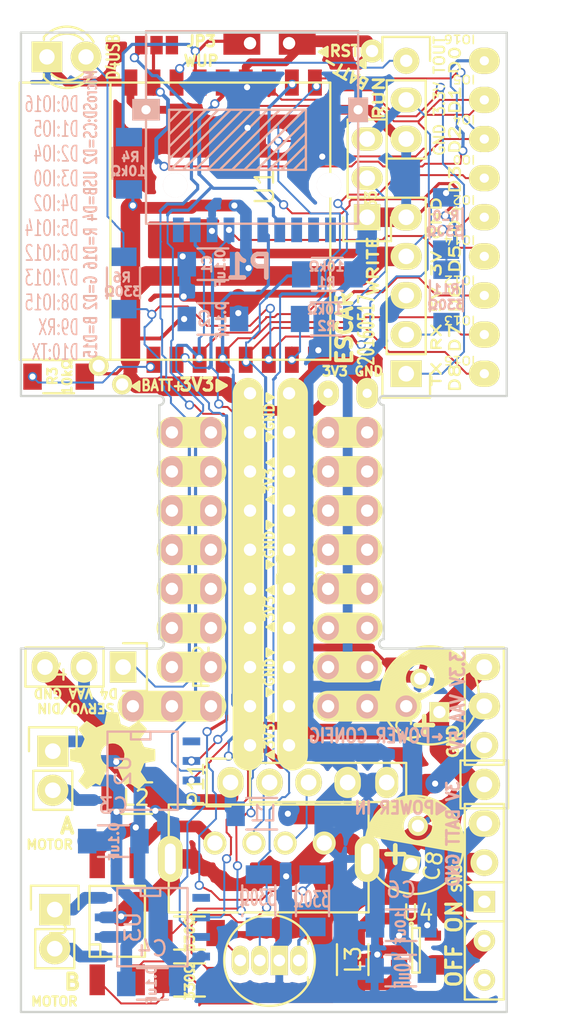
<source format=kicad_pcb>
(kicad_pcb (version 4) (host pcbnew 4.0.2-4+6225~38~ubuntu15.04.1-stable)
  (layers (0 F.Cu signal) (31 B.Cu signal hide) (34 B.Paste user hide) (35 F.Paste user hide) (36 B.SilkS user) (37 F.SilkS user) (38 B.Mask user) (39 F.Mask user) (44 Edge.Cuts user))
  (net 0 "")
  (net 1 +3V3)
  (net 2 GND)
  (net 3 VAA)
  (net 4 "Net-(D1-Pad2)")
  (net 5 "Net-(D2-Pad1)")
  (net 6 "Net-(D2-Pad3)")
  (net 7 "Net-(D2-Pad4)")
  (net 8 "Net-(JP1-Pad2)")
  (net 9 "Net-(JP2-Pad2)")
  (net 10 "Net-(JP2-Pad1)")
  (net 11 "Net-(JP4-Pad2)")
  (net 12 +BATT)
  (net 13 "Net-(P1-Pad7)")
  (net 14 "Net-(P1-Pad3)")
  (net 15 "Net-(P1-Pad2)")
  (net 16 "Net-(P1-Pad1)")
  (net 17 "Net-(P1-Pad8)")
  (net 18 "Net-(P2-Pad4)")
  (net 19 "Net-(P3-Pad1)")
  (net 20 "Net-(P3-Pad2)")
  (net 21 +5V)
  (net 22 "Net-(P4-Pad1)")
  (net 23 "Net-(P4-Pad2)")
  (net 24 "Net-(P5-Pad1)")
  (net 25 "Net-(P5-Pad2)")
  (net 26 "Net-(R3-Pad1)")
  (net 27 "Net-(U2-Pad1)")
  (net 28 "Net-(U3-Pad1)")
  (net 29 "Net-(P1-Pad5)")
  (net 30 "Net-(P9-Pad1)")
  (net 31 "Net-(R10-Pad2)")
  (net 32 "Net-(C3-Pad2)")
  (net 33 "Net-(P2-Pad3)")
  (net 34 "Net-(P12-Pad1)")
  (net 35 "Net-(P2-Pad9)")
  (net 36 "Net-(P10-Pad2)")
  (net 37 "Net-(P10-Pad3)")
  (net 38 "Net-(R12-Pad2)")
  (net 39 "Net-(P13-Pad1)")
  (net 40 "Net-(L3-Pad1)")
  (net 41 "Net-(P10-Pad1)")
  (module Wire_Pads:SolderWirePad_single_0-8mmDrill (layer F.Cu) (at 106.045 74.93)
    (fp_text reference P14 hide)
    (fp_text value BATTERY3.3V)
    (pad 1 thru_hole circle (at -0.0635 -0.5715) (size 1.3 1.3) (drill 0.8001) (layers *.Cu *.Mask F.SilkS) (net 1 +3V3))
  )
  (module library:Padmatrix-wide-02x01 (layer F.Cu) (at 120.65 74.93)
    (fp_text reference P16 hide)
    (fp_text value BREADBOARD_POWER hide)
    (pad 1 thru_hole oval (at -1.27 0) (size 1.4 1.651) (drill 0.6) (layers *.Cu *.Mask F.SilkS) (net 1 +3V3))
    (pad 2 thru_hole oval (at 1.27 0) (size 1.4 2) (drill 0.6) (layers *.Cu *.Mask F.SilkS) (net 2 GND))
  )
  (module Capacitors_ThroughHole:C_Radial_D6.3_L11.2_P2.5 (layer F.Cu) (at 124.7902 105.4862 80)
    (fp_text reference C8 (at 0.1016 1.4224 80) (layer F.SilkS))
    (fp_text value 100uF)
    (pad 2 thru_hole circle (at 2.5 0 80) (size 1.3 1.3) (drill 0.8) (layers *.Cu *.Mask F.SilkS) (net 2 GND))
    (pad 1 thru_hole rect (at 0 0 80) (size 1.1 1.1) (drill 0.8) (layers *.Cu *.Mask F.SilkS) (net 21 +5V))
  )
  (module library:Padmatrix-wide-01x10 (layer F.Cu) (at 116.84 86.36 90)
    (fp_text reference P7 (at 0 2.4 90) (layer F.SilkS) (effects (font (size 1.2 1.2))))
    (fp_text value CONN_01X10)
    (pad 1 thru_hole oval (at -11.43 0 90) (size 1.6 1.4) (drill 0.8) (layers *.Cu *.Mask F.SilkS) (net 2 GND))
    (pad 2 thru_hole oval (at -8.89 0 90) (size 1.6 1.4) (drill 0.8) (layers *.Cu *.Mask F.SilkS) (net 2 GND))
    (pad 3 thru_hole oval (at -6.35 0 90) (size 2 1.4) (drill 0.8) (layers *.Cu *.Mask F.SilkS) (net 2 GND))
    (pad 4 thru_hole oval (at -3.81 0 90) (size 2 1.4) (drill 0.8) (layers *.Cu *.Mask F.SilkS) (net 2 GND))
    (pad 5 thru_hole oval (at -1.27 0 90) (size 2 1.4) (drill 0.8) (layers *.Cu *.Mask F.SilkS) (net 2 GND))
    (pad 6 thru_hole oval (at 1.27 0 90) (size 2 1.4) (drill 0.8) (layers *.Cu *.Mask F.SilkS) (net 2 GND))
    (pad 7 thru_hole oval (at 3.81 0 90) (size 2 1.4) (drill 0.8) (layers *.Cu *.Mask F.SilkS) (net 2 GND))
    (pad 8 thru_hole oval (at 6.35 0 90) (size 2 1.4) (drill 0.8) (layers *.Cu *.Mask F.SilkS) (net 2 GND))
    (pad 9 thru_hole oval (at 8.89 0 90) (size 2 1.4) (drill 0.8) (layers *.Cu *.Mask F.SilkS) (net 2 GND))
    (pad 10 thru_hole oval (at 11.43 0 90) (size 1.27 1.4) (drill 0.8) (layers *.Cu *.Mask F.SilkS) (net 2 GND))
  )
  (module SMD_Packages:SOIC-8-N (layer B.Cu) (at 107.95 109.601 270)
    (fp_text reference U3 (at 0 1.27 270) (layer B.SilkS) (effects (justify mirror)))
    (fp_text value TC117HS)
    (pad 8 smd rect (at -1.905 3.175 270) (size 0.508 1.143) (layers B.Cu B.Paste B.Mask) (net 24 "Net-(P5-Pad1)"))
    (pad 7 smd rect (at -0.635 3.175 270) (size 0.508 1.143) (layers B.Cu B.Paste B.Mask) (net 2 GND))
    (pad 6 smd rect (at 0.635 3.175 270) (size 0.508 1.143) (layers B.Cu B.Paste B.Mask) (net 32 "Net-(C3-Pad2)"))
    (pad 5 smd rect (at 1.905 3.175 270) (size 0.508 1.143) (layers B.Cu B.Paste B.Mask) (net 25 "Net-(P5-Pad2)"))
    (pad 4 smd rect (at 1.905 -3.175 270) (size 0.508 1.143) (layers B.Cu B.Paste B.Mask) (net 3 VAA))
    (pad 3 smd rect (at 0.635 -3.175 270) (size 0.508 1.143) (layers B.Cu B.Paste B.Mask) (net 15 "Net-(P1-Pad2)"))
    (pad 2 smd rect (at -0.635 -3.175 270) (size 0.508 1.143) (layers B.Cu B.Paste B.Mask) (net 14 "Net-(P1-Pad3)"))
    (pad 1 smd rect (at -1.905 -3.175 270) (size 0.508 1.143) (layers B.Cu B.Paste B.Mask) (net 28 "Net-(U3-Pad1)"))
  )
  (module Pin_Headers:Pin_Header_Straight_1x04 (layer F.Cu) (at 129.54 100.33 180)
    (fp_text reference JP4 hide)
    (fp_text value POWER_JUMPER)
    (pad 1 thru_hole circle (at 0 0 180) (size 2.032 2.032) (drill 1.016) (layers *.Cu *.Mask F.SilkS) (net 1 +3V3))
    (pad 2 thru_hole oval (at 0 2.54 180) (size 1.8 1.7272) (drill 1.016) (layers *.Cu *.Mask F.SilkS) (net 11 "Net-(JP4-Pad2)"))
    (pad 3 thru_hole oval (at 0 5.08 180) (size 2.032 1.7272) (drill 1.016) (layers *.Cu *.Mask F.SilkS) (net 21 +5V))
    (pad 4 thru_hole oval (at 0 7.62 180) (size 2.032 1.7272) (drill 1.016) (layers *.Cu *.Mask F.SilkS) (net 1 +3V3))
  )
  (module library:Padmatrix-wide-02x01 (layer B.Cu) (at 107.95 95.25)
    (fp_text reference P9 hide)
    (fp_text value "UNIVERSAL PAD" hide)
    (pad 1 thru_hole oval (at -1.27 0) (size 1.4 2) (drill 0.8) (layers *.Cu *.Mask B.SilkS) (net 30 "Net-(P9-Pad1)"))
    (pad 2 thru_hole oval (at 1.27 0) (size 1.4 2) (drill 0.8) (layers *.Cu *.Mask B.SilkS) (net 30 "Net-(P9-Pad1)"))
  )
  (module library:Padmatrix-wide-02x01 (layer B.Cu) (at 123.19 95.25)
    (fp_text reference P9 hide)
    (fp_text value UNIVERSAL_PAD hide)
    (pad 1 thru_hole oval (at -1.27 0) (size 1.4 1.6) (drill 0.8) (layers *.Cu *.Mask B.SilkS) (net 30 "Net-(P9-Pad1)"))
    (pad 2 thru_hole oval (at 1.27 0) (size 1.4 1.4) (drill 0.8) (layers *.Cu *.Mask B.SilkS) (net 30 "Net-(P9-Pad1)"))
  )
  (module library:Padmatrix-wide-02x01 (layer B.Cu) (at 120.65 92.71)
    (fp_text reference P9 hide)
    (fp_text value UNIVERSAL_PAD hide)
    (pad 1 thru_hole oval (at -1.27 0) (size 1.4 1.6) (drill 0.8) (layers *.Cu *.Mask B.SilkS) (net 30 "Net-(P9-Pad1)"))
    (pad 2 thru_hole oval (at 1.27 0) (size 1.4 1.6) (drill 0.8) (layers *.Cu *.Mask B.SilkS) (net 30 "Net-(P9-Pad1)"))
  )
  (module library:Padmatrix-wide-02x01 (layer B.Cu) (at 120.65 95.25)
    (fp_text reference P9 hide)
    (fp_text value UNIVERSAL_PAD hide)
    (pad 1 thru_hole oval (at -1.27 0) (size 1.4 1.6) (drill 0.8) (layers *.Cu *.Mask B.SilkS) (net 30 "Net-(P9-Pad1)"))
    (pad 2 thru_hole oval (at 1.27 0) (size 1.4 1.6) (drill 0.8) (layers *.Cu *.Mask B.SilkS) (net 30 "Net-(P9-Pad1)"))
  )
  (module library:Padmatrix-wide-02x01 (layer B.Cu) (at 120.65 90.17)
    (fp_text reference P9 hide)
    (fp_text value UNIVERSAL_PAD hide)
    (pad 1 thru_hole oval (at -1.27 0) (size 1.4 1.6) (drill 0.8) (layers *.Cu *.Mask B.SilkS) (net 30 "Net-(P9-Pad1)"))
    (pad 2 thru_hole oval (at 1.27 0) (size 1.4 1.6) (drill 0.8) (layers *.Cu *.Mask B.SilkS) (net 30 "Net-(P9-Pad1)"))
  )
  (module library:Padmatrix-wide-02x01 (layer B.Cu) (at 120.65 87.63)
    (fp_text reference P9 hide)
    (fp_text value UNIVERSAL_PAD hide)
    (pad 1 thru_hole oval (at -1.27 0) (size 1.4 2) (drill 0.8) (layers *.Cu *.Mask B.SilkS) (net 30 "Net-(P9-Pad1)"))
    (pad 2 thru_hole oval (at 1.27 0) (size 1.4 2) (drill 0.8) (layers *.Cu *.Mask B.SilkS) (net 30 "Net-(P9-Pad1)"))
  )
  (module library:Padmatrix-wide-02x01 (layer B.Cu) (at 120.65 77.47)
    (fp_text reference P9 hide)
    (fp_text value UNIVERSAL_PAD hide)
    (pad 1 thru_hole oval (at -1.27 0) (size 1.4 2) (drill 0.8) (layers *.Cu *.Mask B.SilkS) (net 30 "Net-(P9-Pad1)"))
    (pad 2 thru_hole oval (at 1.27 0) (size 1.4 2) (drill 0.8) (layers *.Cu *.Mask B.SilkS) (net 30 "Net-(P9-Pad1)"))
  )
  (module library:Padmatrix-wide-02x01 (layer B.Cu) (at 120.65 80.01)
    (fp_text reference P9 hide)
    (fp_text value UNIVERSAL_PAD hide)
    (pad 1 thru_hole oval (at -1.27 0) (size 1.4 2) (drill 0.8) (layers *.Cu *.Mask B.SilkS) (net 30 "Net-(P9-Pad1)"))
    (pad 2 thru_hole oval (at 1.27 0) (size 1.4 2) (drill 0.8) (layers *.Cu *.Mask B.SilkS) (net 30 "Net-(P9-Pad1)"))
  )
  (module library:Padmatrix-wide-02x01 (layer B.Cu) (at 120.65 85.09)
    (fp_text reference P9 hide)
    (fp_text value UNIVERSAL_PAD hide)
    (pad 1 thru_hole oval (at -1.27 0) (size 1.4 2) (drill 0.8) (layers *.Cu *.Mask B.SilkS) (net 30 "Net-(P9-Pad1)"))
    (pad 2 thru_hole oval (at 1.27 0) (size 1.4 2) (drill 0.8) (layers *.Cu *.Mask B.SilkS) (net 30 "Net-(P9-Pad1)"))
  )
  (module library:Padmatrix-wide-02x01 (layer B.Cu) (at 120.65 82.55)
    (fp_text reference P9 hide)
    (fp_text value UNIVERSAL_PAD hide)
    (pad 1 thru_hole oval (at -1.27 0) (size 1.4 2) (drill 0.8) (layers *.Cu *.Mask B.SilkS) (net 30 "Net-(P9-Pad1)"))
    (pad 2 thru_hole oval (at 1.27 0) (size 1.4 2) (drill 0.8) (layers *.Cu *.Mask B.SilkS) (net 30 "Net-(P9-Pad1)"))
  )
  (module library:Padmatrix-wide-02x01 (layer B.Cu) (at 110.49 82.55)
    (fp_text reference P9 hide)
    (fp_text value UNIVERSAL_PAD hide)
    (pad 1 thru_hole oval (at -1.27 0) (size 1.4 2) (drill 0.8) (layers *.Cu *.Mask B.SilkS) (net 30 "Net-(P9-Pad1)"))
    (pad 2 thru_hole oval (at 1.27 0) (size 1.4 2) (drill 0.8) (layers *.Cu *.Mask B.SilkS) (net 30 "Net-(P9-Pad1)"))
  )
  (module library:Padmatrix-wide-02x01 (layer B.Cu) (at 110.49 85.09)
    (fp_text reference P9 hide)
    (fp_text value UNIVERSAL_PAD hide)
    (pad 1 thru_hole oval (at -1.27 0) (size 1.4 2) (drill 0.8) (layers *.Cu *.Mask B.SilkS) (net 30 "Net-(P9-Pad1)"))
    (pad 2 thru_hole oval (at 1.27 0) (size 1.4 2) (drill 0.8) (layers *.Cu *.Mask B.SilkS) (net 30 "Net-(P9-Pad1)"))
  )
  (module library:Padmatrix-wide-02x01 (layer B.Cu) (at 110.49 80.01)
    (fp_text reference P9 hide)
    (fp_text value UNIVERSAL_PAD hide)
    (pad 1 thru_hole oval (at -1.27 0) (size 1.4 2) (drill 0.8) (layers *.Cu *.Mask B.SilkS) (net 30 "Net-(P9-Pad1)"))
    (pad 2 thru_hole oval (at 1.27 0) (size 1.4 2) (drill 0.8) (layers *.Cu *.Mask B.SilkS) (net 30 "Net-(P9-Pad1)"))
  )
  (module library:Padmatrix-wide-02x01 (layer B.Cu) (at 110.49 77.47)
    (fp_text reference P9 hide)
    (fp_text value UNIVERSAL_PAD hide)
    (pad 1 thru_hole oval (at -1.27 0) (size 1.4 2) (drill 0.8) (layers *.Cu *.Mask B.SilkS) (net 30 "Net-(P9-Pad1)"))
    (pad 2 thru_hole oval (at 1.27 0) (size 1.4 2) (drill 0.8) (layers *.Cu *.Mask B.SilkS) (net 30 "Net-(P9-Pad1)"))
  )
  (module library:Padmatrix-wide-02x01 (layer B.Cu) (at 110.49 87.63)
    (fp_text reference P9 hide)
    (fp_text value UNIVERSAL_PAD hide)
    (pad 1 thru_hole oval (at -1.27 0) (size 1.4 2) (drill 0.8) (layers *.Cu *.Mask B.SilkS) (net 30 "Net-(P9-Pad1)"))
    (pad 2 thru_hole oval (at 1.27 0) (size 1.4 2) (drill 0.8) (layers *.Cu *.Mask B.SilkS) (net 30 "Net-(P9-Pad1)"))
  )
  (module library:Padmatrix-wide-02x01 (layer B.Cu) (at 110.49 90.17)
    (fp_text reference P9 hide)
    (fp_text value UNIVERSAL_PAD hide)
    (pad 1 thru_hole oval (at -1.27 0) (size 1.4 2) (drill 0.8) (layers *.Cu *.Mask B.SilkS) (net 30 "Net-(P9-Pad1)"))
    (pad 2 thru_hole oval (at 1.27 0) (size 1.4 2) (drill 0.8) (layers *.Cu *.Mask B.SilkS) (net 30 "Net-(P9-Pad1)"))
  )
  (module library:Padmatrix-wide-02x01 (layer B.Cu) (at 110.49 95.25)
    (fp_text reference P9 hide)
    (fp_text value UNIVERSAL_PAD hide)
    (pad 1 thru_hole oval (at -1.27 0) (size 1.4 2) (drill 0.8) (layers *.Cu *.Mask B.SilkS) (net 30 "Net-(P9-Pad1)"))
    (pad 2 thru_hole oval (at 1.27 0) (size 1.4 2) (drill 0.8) (layers *.Cu *.Mask B.SilkS) (net 30 "Net-(P9-Pad1)"))
  )
  (module library:TF_Socket_DONGGUAN_MINYUE_ELECTRONICS (layer B.Cu) (at 114.935 58.42 180)
    (fp_text reference P1 (at 0.7 -8.3 180) (layer B.SilkS) (effects (font (thickness 0.3048)) (justify mirror)))
    (fp_text value MICRO_SD hide)
    (pad "" thru_hole rect (at -6.4 1.9 180) (size 1.3 1.6) (drill 0.59944) (layers *.Cu *.Mask B.SilkS) (net 2 GND))
    (pad "" np_thru_hole circle (at 5.5 -3 180) (size 1.6 1.6) (drill 1.6) (layers *.Mask B.Cu B.SilkS))
    (pad 10 smd rect (at -4.59874 -5.9001 180) (size 0.70104 1.6002) (layers B.Cu B.Paste B.Mask))
    (pad 9 smd rect (at -3.49892 -5.9001 180) (size 0.70104 1.6002) (layers B.Cu B.Paste B.Mask))
    (pad "" np_thru_hole circle (at -4.5 -3 180) (size 1.6 1.6) (drill 1.6) (layers *.Mask B.Cu B.SilkS))
    (pad "" thru_hole rect (at 7.4 1.9 180) (size 1.8 1.4) (drill 0.59944) (layers *.Cu *.Mask B.SilkS))
    (pad 7 smd rect (at 4.20018 -5.9001 180) (size 0.70104 1.6002) (layers B.Cu B.Paste B.Mask) (net 13 "Net-(P1-Pad7)"))
    (pad 6 smd rect (at 3.10036 -5.9001 180) (size 0.70104 1.6002) (layers B.Cu B.Paste B.Mask) (net 2 GND))
    (pad 5 smd rect (at 2.00054 -5.9001 180) (size 0.70104 1.6002) (layers B.Cu B.Paste B.Mask) (net 29 "Net-(P1-Pad5)"))
    (pad 4 smd rect (at 0.90072 -5.9001 180) (size 0.70104 1.6002) (layers B.Cu B.Paste B.Mask) (net 1 +3V3))
    (pad 3 smd rect (at -0.1991 -5.9001 180) (size 0.70104 1.6002) (layers B.Cu B.Paste B.Mask) (net 14 "Net-(P1-Pad3)"))
    (pad 2 smd rect (at -1.29892 -5.9001 180) (size 0.70104 1.6002) (layers B.Cu B.Paste B.Mask) (net 15 "Net-(P1-Pad2)"))
    (pad 1 smd rect (at -2.39874 -5.9001 180) (size 0.70104 1.6002) (layers B.Cu B.Paste B.Mask) (net 16 "Net-(P1-Pad1)"))
    (pad 8 smd rect (at 5.3 -5.9001 180) (size 0.70104 1.6002) (layers B.Cu B.Paste B.Mask) (net 17 "Net-(P1-Pad8)"))
  )
  (module Capacitors_ThroughHole:C_Radial_D6.3_L11.2_P2.5 (layer F.Cu) (at 126.619 95.631 120)
    (fp_text reference C7 (at 0.089633 -2.441249 120) (layer F.SilkS))
    (fp_text value 100uF)
    (pad 2 thru_hole circle (at 2.5 0 120) (size 1.3 1.3) (drill 0.8) (layers *.Cu *.Mask F.SilkS) (net 2 GND))
    (pad 1 thru_hole rect (at 0 0 90) (size 1.3 1.3) (drill 0.8) (layers *.Cu *.Mask F.SilkS) (net 1 +3V3))
  )
  (module LEDs:LED-3MM (layer F.Cu) (at 101.092 53.086)
    (fp_text reference D1 hide)
    (fp_text value YELLOW)
    (pad 1 thru_hole rect (at 0 0 90) (size 2 2) (drill 1.00076) (layers *.Cu *.Mask F.SilkS) (net 2 GND))
    (pad 2 thru_hole circle (at 2.54 0) (size 2 2) (drill 1.00076) (layers *.Cu *.Mask F.SilkS) (net 4 "Net-(D1-Pad2)"))
  )
  (module LEDs:LED-RGB-5MM_Common_Cathode (layer F.Cu) (at 117.475 111.76 270)
    (fp_text reference D2 hide)
    (fp_text value LED_RCBG)
    (pad 1 thru_hole oval (at 0 0 270) (size 1.905 1.1176) (drill 0.762) (layers *.Cu *.Mask F.SilkS) (net 5 "Net-(D2-Pad1)"))
    (pad 2 thru_hole rect (at 0 1.27 270) (size 1.905 1.1176) (drill 0.762) (layers *.Cu *.Mask F.SilkS) (net 2 GND))
    (pad 3 thru_hole oval (at 0 2.54 270) (size 1.905 1.1176) (drill 0.762) (layers *.Cu *.Mask F.SilkS) (net 6 "Net-(D2-Pad3)"))
    (pad 4 thru_hole oval (at 0 3.81 270) (size 1.905 1.1176) (drill 0.762) (layers *.Cu *.Mask F.SilkS) (net 7 "Net-(D2-Pad4)"))
  )
  (module Pin_Headers:Pin_Header_Straight_1x03 (layer F.Cu) (at 121.92 63.5 180)
    (fp_text reference JP1 hide)
    (fp_text value MODE_JP)
    (pad 1 thru_hole rect (at 0 0 270) (size 1.7 1.7272) (drill 1.016) (layers *.Cu *.Mask F.SilkS) (net 2 GND))
    (pad 2 thru_hole oval (at 0 2.54 180) (size 2.032 1.524) (drill 1.016) (layers *.Cu *.Mask F.SilkS) (net 8 "Net-(JP1-Pad2)"))
    (pad 3 thru_hole oval (at 0 5.08 180) (size 2.032 1.524) (drill 1.016) (layers *.Cu *.Mask F.SilkS) (net 1 +3V3))
  )
  (module Pin_Headers:Pin_Header_Straight_1x05 (layer F.Cu) (at 124.46 73.66 180)
    (fp_text reference P3 hide)
    (fp_text value PROGRAM)
    (pad 1 thru_hole rect (at 0 0 180) (size 2.032 1.7272) (drill 1.016) (layers *.Cu *.Mask F.SilkS) (net 19 "Net-(P3-Pad1)"))
    (pad 2 thru_hole oval (at 0 2.54 180) (size 2.032 1.7272) (drill 1.016) (layers *.Cu *.Mask F.SilkS) (net 20 "Net-(P3-Pad2)"))
    (pad 3 thru_hole oval (at 0 5.08 180) (size 2.032 1.7272) (drill 1.016) (layers *.Cu *.Mask F.SilkS) (net 21 +5V))
    (pad 4 thru_hole oval (at 0 7.62 180) (size 2.032 1.7272) (drill 1.016) (layers *.Cu *.Mask F.SilkS) (net 1 +3V3))
    (pad 5 thru_hole oval (at 0 10.16 180) (size 2.032 1.7272) (drill 1.016) (layers *.Cu *.Mask F.SilkS) (net 2 GND))
  )
  (module Pin_Headers:Pin_Header_Straight_1x02 (layer F.Cu) (at 101.473 98.171)
    (fp_text reference P4 (at 0 -5.1) (layer F.SilkS))
    (fp_text value MOTOR_A)
    (pad 1 thru_hole rect (at 0 0) (size 2.032 2.032) (drill 1.016) (layers *.Cu *.Mask F.SilkS) (net 22 "Net-(P4-Pad1)"))
    (pad 2 thru_hole oval (at 0 2.54) (size 2.032 2.032) (drill 1.016) (layers *.Cu *.Mask F.SilkS) (net 23 "Net-(P4-Pad2)"))
  )
  (module Pin_Headers:Pin_Header_Straight_1x02 (layer F.Cu) (at 101.6 108.458)
    (fp_text reference P5 hide)
    (fp_text value MOTOR_B)
    (pad 1 thru_hole rect (at 0 0) (size 2.032 2.032) (drill 1.016) (layers *.Cu *.Mask F.SilkS) (net 24 "Net-(P5-Pad1)"))
    (pad 2 thru_hole oval (at 0 2.54) (size 2.032 2.032) (drill 1.016) (layers *.Cu *.Mask F.SilkS) (net 25 "Net-(P5-Pad2)"))
  )
  (module Pin_Headers:Pin_Header_Straight_1x03 (layer F.Cu) (at 129.54 100.33)
    (fp_text reference P8 hide)
    (fp_text value POWER_IN)
    (pad 1 thru_hole circle (at 0 0) (size 2.032 2.032) (drill 1.016) (layers *.Cu *.Mask F.SilkS) (net 1 +3V3))
    (pad 2 thru_hole oval (at 0 2.54) (size 2.032 1.7272) (drill 1.016) (layers *.Cu *.Mask F.SilkS) (net 12 +BATT))
    (pad 3 thru_hole oval (at 0 5.08) (size 1.8 1.7272) (drill 1.016) (layers *.Cu *.Mask F.SilkS) (net 2 GND))
  )
  (module Buttons_Switches_ThroughHole:SW_Micro_SPST (layer F.Cu) (at 129.54 110.49 270)
    (fp_text reference SW3 (at -4.064 1.778 270) (layer F.SilkS) (effects (font (size 0.6 0.6))))
    (fp_text value POWER_SW)
    (pad 1 thru_hole rect (at -2.54 0 270) (size 1.397 1.397) (drill 0.8128) (layers *.Cu *.Mask F.SilkS) (net 12 +BATT))
    (pad 2 thru_hole circle (at 0 0 270) (size 1.397 1.397) (drill 0.8128) (layers *.Cu *.Mask F.SilkS) (net 21 +5V))
    (pad 3 thru_hole circle (at 2.54 0 270) (size 1.397 1.397) (drill 0.8128) (layers *.Cu *.Mask F.SilkS))
  )
  (module library:ESP_WROOM_02 (layer F.Cu) (at 112.522 63.754 90)
    (fp_text reference U1 (at 2.2225 2.7305 90) (layer F.SilkS) (effects (font (size 1.2 1.2))))
    (fp_text value ESP-WROOM-02)
    (pad 18 smd rect (at 9 -6) (size 0.9 1.7) (layers F.Cu F.Paste F.Mask) (net 2 GND))
    (pad 1 smd rect (at -9 -6) (size 0.9 1.7) (layers F.Cu F.Paste F.Mask) (net 1 +3V3))
    (pad 17 smd rect (at 9 -4.5) (size 0.9 1.7) (layers F.Cu F.Paste F.Mask) (net 9 "Net-(JP2-Pad2)"))
    (pad 2 smd rect (at -9 -4.5) (size 0.9 1.7) (layers F.Cu F.Paste F.Mask) (net 26 "Net-(R3-Pad1)"))
    (pad 16 smd rect (at 9 -3) (size 0.9 1.7) (layers F.Cu F.Paste F.Mask) (net 39 "Net-(P13-Pad1)"))
    (pad 3 smd rect (at -9 -3) (size 0.9 1.7) (layers F.Cu F.Paste F.Mask) (net 29 "Net-(P1-Pad5)"))
    (pad 15 smd rect (at 9 -1.5) (size 0.9 1.7) (layers F.Cu F.Paste F.Mask) (net 10 "Net-(JP2-Pad1)"))
    (pad 4 smd rect (at -9 -1.5) (size 0.9 1.7) (layers F.Cu F.Paste F.Mask) (net 13 "Net-(P1-Pad7)"))
    (pad 14 smd rect (at 9 0) (size 0.9 1.7) (layers F.Cu F.Paste F.Mask) (net 15 "Net-(P1-Pad2)"))
    (pad 5 smd rect (at -9 0) (size 0.9 1.7) (layers F.Cu F.Paste F.Mask) (net 14 "Net-(P1-Pad3)"))
    (pad 13 smd rect (at 9 1.5) (size 0.9 1.7) (layers F.Cu F.Paste F.Mask) (net 2 GND))
    (pad 6 smd rect (at -9 1.5) (size 0.9 1.7) (layers F.Cu F.Paste F.Mask) (net 35 "Net-(P2-Pad9)"))
    (pad 12 smd rect (at 9 3) (size 0.9 1.7) (layers F.Cu F.Paste F.Mask) (net 19 "Net-(P3-Pad1)"))
    (pad 7 smd rect (at -9 3) (size 0.9 1.7) (layers F.Cu F.Paste F.Mask) (net 34 "Net-(P12-Pad1)"))
    (pad 11 smd rect (at 9 4.5) (size 0.9 1.7) (layers F.Cu F.Paste F.Mask) (net 31 "Net-(R10-Pad2)"))
    (pad 8 smd rect (at -9 4.5) (size 0.9 1.7) (layers F.Cu F.Paste F.Mask) (net 18 "Net-(P2-Pad4)"))
    (pad 10 smd rect (at 9 6) (size 0.9 1.7) (layers F.Cu F.Paste F.Mask) (net 33 "Net-(P2-Pad3)"))
    (pad 9 smd rect (at -9 6) (size 0.9 1.7) (layers F.Cu F.Paste F.Mask) (net 2 GND))
  )
  (module SMD_Packages:SOIC-8-N (layer B.Cu) (at 107.315 99.441 270)
    (fp_text reference U2 (at 0 1.27 270) (layer B.SilkS) (effects (justify mirror)))
    (fp_text value TC117HS)
    (pad 8 smd rect (at -1.905 3.175 270) (size 0.508 1.143) (layers B.Cu B.Paste B.Mask) (net 22 "Net-(P4-Pad1)"))
    (pad 7 smd rect (at -0.635 3.175 270) (size 0.508 1.143) (layers B.Cu B.Paste B.Mask) (net 2 GND))
    (pad 6 smd rect (at 0.635 3.175 270) (size 0.508 1.143) (layers B.Cu B.Paste B.Mask) (net 32 "Net-(C3-Pad2)"))
    (pad 5 smd rect (at 1.905 3.175 270) (size 0.508 1.143) (layers B.Cu B.Paste B.Mask) (net 23 "Net-(P4-Pad2)"))
    (pad 4 smd rect (at 1.905 -3.175 270) (size 0.508 1.143) (layers B.Cu B.Paste B.Mask) (net 3 VAA))
    (pad 3 smd rect (at 0.635 -3.175 270) (size 0.508 1.143) (layers B.Cu B.Paste B.Mask) (net 29 "Net-(P1-Pad5)"))
    (pad 2 smd rect (at -0.635 -3.175 270) (size 0.508 1.143) (layers B.Cu B.Paste B.Mask) (net 13 "Net-(P1-Pad7)"))
    (pad 1 smd rect (at -1.905 -3.175 270) (size 0.508 1.143) (layers B.Cu B.Paste B.Mask) (net 27 "Net-(U2-Pad1)"))
  )
  (module library:Padmatrix-wide-02x01 (layer B.Cu) (at 110.49 92.71)
    (fp_text reference P9 hide)
    (fp_text value UNIVERSAL_PAD hide)
    (pad 1 thru_hole oval (at -1.27 0) (size 1.4 2) (drill 0.8) (layers *.Cu *.Mask B.SilkS) (net 30 "Net-(P9-Pad1)"))
    (pad 2 thru_hole oval (at 1.27 0) (size 1.4 2) (drill 0.8) (layers *.Cu *.Mask B.SilkS) (net 30 "Net-(P9-Pad1)"))
  )
  (module library:Padmatrix-wide-01x10 (layer F.Cu) (at 114.3 86.36 90)
    (fp_text reference P6 (at 0 2.4 90) (layer F.SilkS) (effects (font (size 1.2 1.2))))
    (fp_text value CONN_01X10)
    (pad 1 thru_hole oval (at -11.43 0 90) (size 2 1.4) (drill 0.8) (layers *.Cu *.Mask F.SilkS) (net 1 +3V3))
    (pad 2 thru_hole oval (at -8.89 0 90) (size 2 1.4) (drill 0.8) (layers *.Cu *.Mask F.SilkS) (net 1 +3V3))
    (pad 3 thru_hole oval (at -6.35 0 90) (size 2 1.4) (drill 0.8) (layers *.Cu *.Mask F.SilkS) (net 1 +3V3))
    (pad 4 thru_hole oval (at -3.81 0 90) (size 2 1.4) (drill 0.8) (layers *.Cu *.Mask F.SilkS) (net 1 +3V3))
    (pad 5 thru_hole oval (at -1.27 0 90) (size 2 1.4) (drill 0.8) (layers *.Cu *.Mask F.SilkS) (net 1 +3V3))
    (pad 6 thru_hole oval (at 1.27 0 90) (size 2 1.4) (drill 0.8) (layers *.Cu *.Mask F.SilkS) (net 1 +3V3))
    (pad 7 thru_hole oval (at 3.81 0 90) (size 2 1.4) (drill 0.8) (layers *.Cu *.Mask F.SilkS) (net 1 +3V3))
    (pad 8 thru_hole oval (at 6.35 0 90) (size 2 1.4) (drill 0.8) (layers *.Cu *.Mask F.SilkS) (net 1 +3V3))
    (pad 9 thru_hole oval (at 8.89 0 90) (size 2 1.4) (drill 0.8) (layers *.Cu *.Mask F.SilkS) (net 1 +3V3))
    (pad 10 thru_hole oval (at 11.43 0 90) (size 1.27 1.4) (drill 0.8) (layers *.Cu *.Mask F.SilkS) (net 1 +3V3))
  )
  (module library:OSHW_LOGL_SYLK_5mm (layer F.Cu) (at 105.3592 98.1456)
    (fp_text reference OSHW hide)
    (fp_text value 1.1 hide)
  )
  (module Pin_Headers:Pin_Header_Straight_1x03 (layer F.Cu) (at 124.46 53.34)
    (fp_text reference P13 hide)
    (fp_text value ANALOG)
    (pad 1 thru_hole circle (at 0 0) (size 1.7 1.7) (drill 0.8) (layers *.Cu *.Mask F.SilkS) (net 39 "Net-(P13-Pad1)"))
    (pad 2 thru_hole oval (at 0 2.54) (size 2.032 1.6) (drill 1.016) (layers *.Cu *.Mask F.SilkS) (net 1 +3V3))
    (pad 3 thru_hole oval (at 0 5.08) (size 2.032 1.7272) (drill 1.016) (layers *.Cu *.Mask F.SilkS) (net 2 GND))
  )
  (module library:C_1206_HandSoldering_Small (layer F.Cu) (at 120.9802 111.7092 90)
    (fp_text reference L3 (at 0 0.0254 90) (layer F.SilkS))
    (fp_text value 4.7uH)
    (pad 1 smd rect (at -1.6 0 90) (size 1.4 1.6) (layers F.Cu F.Paste F.Mask) (net 40 "Net-(L3-Pad1)"))
    (pad 2 smd rect (at 1.6 0 90) (size 1.4 1.6) (layers F.Cu F.Paste F.Mask) (net 1 +3V3))
  )
  (module library:USB_A_Vertical_Short (layer F.Cu) (at 112.014 104.14)
    (fp_text reference P10 hide)
    (fp_text value USB_A)
    (pad 4 thru_hole circle (at 7.11286 -0.00212 270) (size 1.50114 1.50114) (drill 1.00076) (layers *.Cu *.Mask F.SilkS) (net 2 GND))
    (pad 3 thru_hole circle (at 4.57286 -0.00212 270) (size 1.50114 1.50114) (drill 1.00076) (layers *.Cu *.Mask F.SilkS) (net 37 "Net-(P10-Pad3)"))
    (pad 2 thru_hole circle (at 2.54086 -0.00212 270) (size 1.50114 1.50114) (drill 1.00076) (layers *.Cu *.Mask F.SilkS) (net 36 "Net-(P10-Pad2)"))
    (pad 1 thru_hole circle (at 0.00086 -0.00212 270) (size 1.50114 1.50114) (drill 1.00076) (layers *.Cu *.Mask F.SilkS) (net 41 "Net-(P10-Pad1)"))
    (pad 5 thru_hole oval (at 9.9 1.03 270) (size 3 1.6) (drill oval 2 0.8) (layers *.Cu *.Mask F.SilkS) (net 2 GND))
    (pad 5 thru_hole oval (at -2.9 1.03 270) (size 3 1.6) (drill oval 2 0.7) (layers *.Cu *.Mask F.SilkS) (net 2 GND))
  )
  (module Pin_Headers:Pin_Header_Straight_1x05 (layer F.Cu) (at 113.03 100.203 90)
    (fp_text reference P11 (at -0.127 -2.2352 90) (layer F.SilkS))
    (fp_text value USB_B)
    (pad 1 thru_hole oval (at 0 0 90) (size 2 1.7) (drill 1.016) (layers *.Cu *.Mask F.SilkS) (net 3 VAA))
    (pad 2 thru_hole oval (at 0 2.54 90) (size 1.8 1.7272) (drill 1.016) (layers *.Cu *.Mask F.SilkS) (net 36 "Net-(P10-Pad2)"))
    (pad 3 thru_hole oval (at 0 5.08 90) (size 1.8 1.7272) (drill 1.016) (layers *.Cu *.Mask F.SilkS) (net 37 "Net-(P10-Pad3)"))
    (pad 4 thru_hole oval (at 0 7.62 90) (size 2.032 1.7272) (drill 1.016) (layers *.Cu *.Mask F.SilkS) (net 2 GND))
    (pad 5 thru_hole oval (at 0 10.16 90) (size 2.032 1.5) (drill 1.016) (layers *.Cu *.Mask F.SilkS) (net 2 GND))
  )
  (module TO_SOT_Packages_SMD:SOT-23-5 (layer F.Cu) (at 125.095 111.0996)
    (fp_text reference U4 (at 0.127 -2.4384) (layer F.SilkS))
    (fp_text value MT5201-3.3N)
    (pad 1 smd rect (at -1.1 -0.95) (size 1.06 0.65) (layers F.Cu F.Paste F.Mask) (net 21 +5V))
    (pad 2 smd rect (at -1.1 0) (size 1.06 0.65) (layers F.Cu F.Paste F.Mask) (net 2 GND))
    (pad 3 smd rect (at -1.1 0.95) (size 1.06 0.65) (layers F.Cu F.Paste F.Mask) (net 40 "Net-(L3-Pad1)"))
    (pad 4 smd rect (at 1.1 0.95) (size 1.06 0.65) (layers F.Cu F.Paste F.Mask) (net 21 +5V))
    (pad 5 smd rect (at 1.1 -0.95) (size 1.06 0.65) (layers F.Cu F.Paste F.Mask) (net 1 +3V3))
  )
  (module library:R_1206_HandSoldering_Small (layer B.Cu) (at 119.253 70.104 180)
    (fp_text reference R2 (at -0.0254 -0.4572 180) (layer B.SilkS) (effects (font (size 0.6 0.6)) (justify mirror)))
    (fp_text value 10kΩ (at 0.0762 0.6096 180) (layer B.SilkS) (effects (font (size 0.6 0.6)) (justify mirror)))
    (pad 1 smd rect (at -1.7 0 180) (size 1.2 1.7) (layers B.Cu B.Paste B.Mask) (net 8 "Net-(JP1-Pad2)"))
    (pad 2 smd rect (at 1.7 0 180) (size 1.2 1.7) (layers B.Cu B.Paste B.Mask) (net 18 "Net-(P2-Pad4)"))
  )
  (module library:C_1206_HandSoldering_Small (layer B.Cu) (at 111.887 66.548 180)
    (fp_text reference C1 (at 0.381 0 270) (layer B.SilkS) (effects (font (size 0.6 0.6)) (justify mirror)))
    (fp_text value 0.1uF (at -0.4826 -0.254 270) (layer B.SilkS) (effects (font (size 0.6 0.6)) (justify mirror)))
    (pad 1 smd rect (at -1.7 0 180) (size 1.2 1.6) (layers B.Cu B.Paste B.Mask) (net 1 +3V3))
    (pad 2 smd rect (at 1.7 0 180) (size 1.2 1.6) (layers B.Cu B.Paste B.Mask) (net 2 GND))
  )
  (module library:C_1206_HandSoldering_Small (layer B.Cu) (at 111.887 70.104)
    (fp_text reference C2 (at -0.5334 -0.0508 90) (layer B.SilkS) (effects (font (size 0.6 0.6)) (justify mirror)))
    (fp_text value 0.1uF (at 0.5334 0.1016 90) (layer B.SilkS) (effects (font (size 0.6 0.6)) (justify mirror)))
    (pad 1 smd rect (at -1.7 0) (size 1.2 1.6) (layers B.Cu B.Paste B.Mask) (net 1 +3V3))
    (pad 2 smd rect (at 1.7 0) (size 1.2 1.6) (layers B.Cu B.Paste B.Mask) (net 2 GND))
  )
  (module Pin_Headers:Pin_Header_Straight_1x03 (layer F.Cu) (at 106.045 92.71 270)
    (fp_text reference P12 (at 0 -5.1 270) (layer F.SilkS))
    (fp_text value SERVO/INPUT)
    (pad 1 thru_hole rect (at 0 0 270) (size 2.032 1.7272) (drill 1.016) (layers *.Cu *.Mask F.SilkS) (net 34 "Net-(P12-Pad1)"))
    (pad 2 thru_hole oval (at 0 2.54 270) (size 2.032 1.7272) (drill 1.016) (layers *.Cu *.Mask F.SilkS) (net 3 VAA))
    (pad 3 thru_hole oval (at 0 5.08 270) (size 2.032 1.7272) (drill 1.016) (layers *.Cu *.Mask F.SilkS) (net 2 GND))
  )
  (module library:R_1206_HandSoldering_Small (layer B.Cu) (at 127.0762 68.6054 90)
    (fp_text reference R11 (at 0.4318 -0.0254 180) (layer B.SilkS) (effects (font (size 0.6 0.6)) (justify mirror)))
    (fp_text value 330Ω (at -0.5842 -0.0254 180) (layer B.SilkS) (effects (font (size 0.6 0.6)) (justify mirror)))
    (pad 1 smd rect (at -1.7 0 90) (size 1.2 1.7) (layers B.Cu B.Paste B.Mask) (net 20 "Net-(P3-Pad2)"))
    (pad 2 smd rect (at 1.7 0 90) (size 1.2 1.7) (layers B.Cu B.Paste B.Mask) (net 31 "Net-(R10-Pad2)"))
  )
  (module library:R_1206_HandSoldering_Small (layer F.Cu) (at 110.363 113.03 180)
    (fp_text reference R12 hide)
    (fp_text value 330Ω (at -0.0254 -0.1016 270) (layer F.SilkS) (effects (font (size 0.6 0.6))))
    (pad 1 smd rect (at -1.7 0 180) (size 1.2 1.7) (layers F.Cu F.Paste F.Mask) (net 33 "Net-(P2-Pad3)"))
    (pad 2 smd rect (at 1.7 0 180) (size 1.2 1.7) (layers F.Cu F.Paste F.Mask) (net 38 "Net-(R12-Pad2)"))
  )
  (module library:Solder_Jumper_3 (layer F.Cu) (at 108.22 52.324 180)
    (fp_text reference JP2 hide)
    (fp_text value WAKEUP hide)
    (pad 3 smd rect (at 1 0 180) (size 0.8 1.2) (layers F.Cu F.Paste F.Mask) (net 9 "Net-(JP2-Pad2)"))
    (pad 1 smd rect (at -1 0 180) (size 0.8 1.2) (layers F.Cu F.Paste F.Mask) (net 10 "Net-(JP2-Pad1)"))
    (pad 2 smd rect (at 0 0 180) (size 0.8 1.2) (layers F.Cu F.Paste F.Mask) (net 9 "Net-(JP2-Pad2)"))
  )
  (module library:SW_SMD_3x6_WithHole (layer F.Cu) (at 115.57 52.197 180)
    (fp_text reference SW1 hide)
    (fp_text value RESET)
    (pad 2 smd rect (at 1.8 0 180) (size 2.4 1.5) (layers F.Cu F.Paste F.Mask) (net 10 "Net-(JP2-Pad1)"))
    (pad 1 smd rect (at -1.8 0 180) (size 2.4 1.5) (layers F.Cu F.Paste F.Mask) (net 2 GND))
    (pad "" thru_hole circle (at -1.27 0 180) (size 0.8 0.8) (drill 0.8) (layers *.Cu *.Mask F.SilkS))
    (pad "" thru_hole circle (at 1.27 0 180) (size 0.8 0.8) (drill 0.8) (layers *.Cu *.Mask F.SilkS))
  )
  (module library:R_1206_HandSoldering_Small (layer B.Cu) (at 106.426 59.993 270)
    (fp_text reference R4 (at -0.4046 -0.1016 360) (layer B.SilkS) (effects (font (size 0.6 0.6)) (justify mirror)))
    (fp_text value 10kΩ (at 0.5098 0.0508 360) (layer B.SilkS) (effects (font (size 0.6 0.6)) (justify mirror)))
    (pad 1 smd rect (at -1.7 0 270) (size 1.2 1.7) (layers B.Cu B.Paste B.Mask) (net 10 "Net-(JP2-Pad1)"))
    (pad 2 smd rect (at 1.7 0 270) (size 1.2 1.7) (layers B.Cu B.Paste B.Mask) (net 1 +3V3))
  )
  (module library:R_1206_HandSoldering_Small (layer B.Cu) (at 106.0704 67.7672 270)
    (fp_text reference R6 (at -0.3556 0.1016 360) (layer B.SilkS) (effects (font (size 0.6 0.6)) (justify mirror)))
    (fp_text value 330Ω (at 0.5588 0.0508 360) (layer B.SilkS) (effects (font (size 0.6 0.6)) (justify mirror)))
    (pad 1 smd rect (at -1.7 0 270) (size 1.2 1.7) (layers B.Cu B.Paste B.Mask) (net 4 "Net-(D1-Pad2)"))
    (pad 2 smd rect (at 1.7 0 270) (size 1.2 1.7) (layers B.Cu B.Paste B.Mask) (net 34 "Net-(P12-Pad1)"))
  )
  (module library:R_1206_HandSoldering_Small (layer B.Cu) (at 127.0508 63.9064 270)
    (fp_text reference R10 (at -0.508 0 360) (layer B.SilkS) (effects (font (size 0.6 0.6)) (justify mirror)))
    (fp_text value 330Ω (at 0.508 0.1016 540) (layer B.SilkS) (effects (font (size 0.6 0.6)) (justify mirror)))
    (pad 1 smd rect (at -1.7 0 270) (size 1.2 1.7) (layers B.Cu B.Paste B.Mask) (net 2 GND))
    (pad 2 smd rect (at 1.7 0 270) (size 1.2 1.7) (layers B.Cu B.Paste B.Mask) (net 31 "Net-(R10-Pad2)"))
  )
  (module library:R_1206_HandSoldering_Small (layer B.Cu) (at 119.3292 67.2084 180)
    (fp_text reference R1 (at 0.0508 -0.508 180) (layer B.SilkS) (effects (font (size 0.6 0.6)) (justify mirror)))
    (fp_text value 10kΩ (at 0.0508 0.508 180) (layer B.SilkS) (effects (font (size 0.6 0.6)) (justify mirror)))
    (pad 1 smd rect (at -1.7 0 180) (size 1.2 1.7) (layers B.Cu B.Paste B.Mask) (net 2 GND))
    (pad 2 smd rect (at 1.7 0 180) (size 1.2 1.7) (layers B.Cu B.Paste B.Mask) (net 35 "Net-(P2-Pad9)"))
  )
  (module Opto-Devices:Optocoupler_SMD_HandSoldering_KPC357_LTV35x_PC357_SingleChannel (layer F.Cu) (at 105.664 109.22 90)
    (fp_text reference U5 (at 0 -3.81 90) (layer F.SilkS))
    (fp_text value TLP222A)
    (pad 2 smd rect (at -3.79984 1.34874 90) (size 1.99898 0.89916) (layers F.Cu F.Paste F.Mask) (net 2 GND))
    (pad 1 smd rect (at -3.79984 -1.30048 90) (size 1.99898 1.00076) (layers F.Cu F.Paste F.Mask) (net 38 "Net-(R12-Pad2)"))
    (pad 4 smd rect (at 3.79984 -1.30048 90) (size 1.99898 1.00076) (layers F.Cu F.Paste F.Mask) (net 3 VAA))
    (pad 3 smd rect (at 3.79984 1.30048 90) (size 1.99898 1.00076) (layers F.Cu F.Paste F.Mask) (net 41 "Net-(P10-Pad1)"))
  )
  (module Wire_Pads:SolderWirePad_single_0-8mmDrill (layer F.Cu) (at 104.14 73.025)
    (fp_text reference P14 hide)
    (fp_text value BATTERY3.3V)
    (pad 1 thru_hole circle (at 0.3175 0.127) (size 1.3 1.3) (drill 0.8001) (layers *.Cu *.Mask F.SilkS) (net 1 +3V3))
  )
  (module Wire_Pads:SolderWirePad_single_0-8mmDrill (layer F.Cu) (at 121.92 52.07)
    (fp_text reference P15 hide)
    (fp_text value BATTERYGND)
    (pad 1 thru_hole circle (at 0.3175 0.635) (size 1.5 1.5) (drill 0.8001) (layers *.Cu *.Mask F.SilkS) (net 2 GND))
  )
  (module library:R_1206_HandSoldering_Small (layer B.Cu) (at 114.8715 107.8865 90)
    (fp_text reference R7 hide)
    (fp_text value 330Ω)
    (pad 1 smd rect (at -1.7 0 90) (size 1.2 1.7) (layers B.Cu B.Paste B.Mask) (net 6 "Net-(D2-Pad3)"))
    (pad 2 smd rect (at 1.7 0 90) (size 1.2 1.7) (layers B.Cu B.Paste B.Mask) (net 33 "Net-(P2-Pad3)"))
  )
  (module library:R_1206_HandSoldering_Small (layer F.Cu) (at 110.363 109.982 180)
    (fp_text reference R8 hide)
    (fp_text value 330Ω (at -0.0254 -0.0508 270) (layer F.SilkS) (effects (font (size 0.6 0.6))))
    (pad 1 smd rect (at -1.7 0 180) (size 1.2 1.7) (layers F.Cu F.Paste F.Mask) (net 7 "Net-(D2-Pad4)"))
    (pad 2 smd rect (at 1.7 0 180) (size 1.2 1.7) (layers F.Cu F.Paste F.Mask) (net 35 "Net-(P2-Pad9)"))
  )
  (module library:R_1206_HandSoldering_Small (layer B.Cu) (at 118.364 107.8865 90)
    (fp_text reference R9 hide)
    (fp_text value 330Ω)
    (pad 1 smd rect (at -1.7 0 90) (size 1.2 1.7) (layers B.Cu B.Paste B.Mask) (net 5 "Net-(D2-Pad1)"))
    (pad 2 smd rect (at 1.7 0 90) (size 1.2 1.7) (layers B.Cu B.Paste B.Mask) (net 9 "Net-(JP2-Pad2)"))
  )
  (module library:C_1206_HandSoldering_Small (layer B.Cu) (at 105.41 104.013 180)
    (fp_text reference C3 (at 0 2.3 180) (layer B.SilkS) (effects (justify mirror)))
    (fp_text value 0.1uF (at -0.0508 -0.0254 270) (layer B.SilkS) (effects (font (size 0.6 0.6)) (justify mirror)))
    (pad 1 smd rect (at -1.7 0 180) (size 1.2 1.6) (layers B.Cu B.Paste B.Mask) (net 3 VAA))
    (pad 2 smd rect (at 1.7 0 180) (size 1.2 1.6) (layers B.Cu B.Paste B.Mask) (net 32 "Net-(C3-Pad2)"))
  )
  (module library:C_1206_HandSoldering_Small (layer B.Cu) (at 107.95 113.284 180)
    (fp_text reference C4 (at 0 2.3 180) (layer B.SilkS) (effects (justify mirror)))
    (fp_text value 0.1uF (at 0.0508 -0.0508 270) (layer B.SilkS) (effects (font (size 0.6 0.6)) (justify mirror)))
    (pad 1 smd rect (at -1.7 0 180) (size 1.2 1.6) (layers B.Cu B.Paste B.Mask) (net 3 VAA))
    (pad 2 smd rect (at 1.7 0 180) (size 1.2 1.6) (layers B.Cu B.Paste B.Mask) (net 32 "Net-(C3-Pad2)"))
  )
  (module library:C_1206_HandSoldering_Small (layer B.Cu) (at 124.1044 112.4204 180)
    (fp_text reference C5 hide)
    (fp_text value 10uF (at -0.1524 -0.0508 270) (layer B.SilkS) (effects (font (size 1 0.6)) (justify mirror)))
    (pad 1 smd rect (at -1.7 0 180) (size 1.2 1.6) (layers B.Cu B.Paste B.Mask) (net 21 +5V))
    (pad 2 smd rect (at 1.7 0 180) (size 1.2 1.6) (layers B.Cu B.Paste B.Mask) (net 2 GND))
  )
  (module library:C_1206_HandSoldering_Small (layer B.Cu) (at 124.1298 109.474 180)
    (fp_text reference C6 (at 0 2.3 180) (layer B.SilkS) (effects (justify mirror)))
    (fp_text value 10uF (at 0.0254 -0.1524 270) (layer B.SilkS) (effects (font (size 0.6 0.6)) (justify mirror)))
    (pad 1 smd rect (at -1.7 0 180) (size 1.2 1.6) (layers B.Cu B.Paste B.Mask) (net 1 +3V3))
    (pad 2 smd rect (at 1.7 0 180) (size 1.2 1.6) (layers B.Cu B.Paste B.Mask) (net 2 GND))
  )
  (module library:C_1206_HandSoldering_Small (layer B.Cu) (at 115.062 102.235 180)
    (fp_text reference L1 (at -0.1016 0.0254 180) (layer B.SilkS) (effects (justify mirror)))
    (fp_text value INDUCTOR_SMALL)
    (pad 1 smd oval (at -1.7 0 180) (size 1.2 1.6) (layers B.Cu B.Paste B.Mask) (net 11 "Net-(JP4-Pad2)"))
    (pad 2 smd rect (at 1.7 0 180) (size 1.2 1.6) (layers B.Cu B.Paste B.Mask) (net 3 VAA))
  )
  (module library:C_1206_HandSoldering_Small (layer F.Cu) (at 106.934 101.219)
    (fp_text reference L2 (at -0.0508 -0.0254) (layer F.SilkS))
    (fp_text value INDUCTOR_SMALL)
    (pad 1 smd rect (at -1.7 0) (size 1.2 1.6) (layers F.Cu F.Paste F.Mask) (net 32 "Net-(C3-Pad2)"))
    (pad 2 smd rect (at 1.7 0) (size 1.2 1.6) (layers F.Cu F.Paste F.Mask) (net 2 GND))
  )
  (module library:R_1206_HandSoldering_Small (layer F.Cu) (at 101.854 73.8505)
    (fp_text reference R3 (at -0.4064 -0.0381 90) (layer F.SilkS) (effects (font (size 0.6 0.6))))
    (fp_text value 10kΩ (at 0.5588 0.0127 90) (layer F.SilkS) (effects (font (size 0.6 0.6))))
    (pad 1 smd rect (at -1.7 0) (size 1.2 1.7) (layers F.Cu F.Paste F.Mask) (net 26 "Net-(R3-Pad1)"))
    (pad 2 smd rect (at 1.7 0) (size 1.2 1.7) (layers F.Cu F.Paste F.Mask) (net 1 +3V3))
  )
  (module library:SolderWirePad_Oval_9xInline_0-6mmDrill (layer F.Cu) (at 129.54 63.5 270)
    (fp_text reference P2 hide)
    (fp_text value BREADBOARD)
    (pad 9 thru_hole oval (at 10.16 0 270) (size 1.7 2) (drill 0.6) (layers *.Cu *.Mask F.SilkS) (net 35 "Net-(P2-Pad9)"))
    (pad 5 thru_hole oval (at 0 0 270) (size 1.7 2) (drill 0.6) (layers *.Cu *.Mask F.SilkS) (net 34 "Net-(P12-Pad1)"))
    (pad 6 thru_hole oval (at 2.54 0 270) (size 1.7 2) (drill 0.6) (layers *.Cu *.Mask F.SilkS) (net 29 "Net-(P1-Pad5)"))
    (pad 8 thru_hole oval (at 7.62 0 270) (size 1.7 2) (drill 0.6) (layers *.Cu *.Mask F.SilkS) (net 14 "Net-(P1-Pad3)"))
    (pad 7 thru_hole oval (at 5.08 0 270) (size 1.7 2) (drill 0.6) (layers *.Cu *.Mask F.SilkS) (net 13 "Net-(P1-Pad7)"))
    (pad 3 thru_hole oval (at -5.08 0 270) (size 1.7 2) (drill 0.6) (layers *.Cu *.Mask F.SilkS) (net 33 "Net-(P2-Pad3)"))
    (pad 4 thru_hole oval (at -2.54 0 270) (size 1.7 2) (drill 0.6) (layers *.Cu *.Mask F.SilkS) (net 18 "Net-(P2-Pad4)"))
    (pad 2 thru_hole oval (at -7.62 0 270) (size 1.7 2) (drill 0.6) (layers *.Cu *.Mask F.SilkS) (net 15 "Net-(P1-Pad2)"))
    (pad 1 thru_hole oval (at -10.16 0 270) (size 1.7 2) (drill 0.6) (layers *.Cu *.Mask F.SilkS) (net 9 "Net-(JP2-Pad2)"))
  )
  (gr_text "◀POWER IN" (at 121.0056 101.854) (layer B.SilkS) (effects (font (size 0.8 0.7) (thickness 0.175)) (justify right mirror)))
  (gr_text "3V BATT GND" (at 127.508 107.0864 90) (layer B.SilkS) (effects (font (size 0.8 0.7) (thickness 0.175)) (justify right mirror)))
  (gr_text "▲3V3▲  ▼GND▼  ▲3V3▲  ▼GND▼  ▲3V3▲  ▼GND▼" (at 115.57 74.7268 90) (layer F.SilkS) (effects (font (size 0.6 0.6)) (justify right)))
  (gr_text "3V3 GND" (at 123.0376 73.5076) (layer F.SilkS) (effects (font (size 0.6 0.6)) (justify right)))
  (gr_text + (at 125.6284 96.3676) (layer F.SilkS) (effects (font (size 1.5 1.5) (thickness 0.3)) (justify mirror)))
  (gr_text + (at 123.7488 104.7496) (layer F.SilkS) (effects (font (size 1.5 1.5) (thickness 0.3)) (justify mirror)))
  (gr_text 330Ω (at 118.3132 107.7976) (layer B.SilkS) (effects (font (size 1 0.6)) (justify mirror)))
  (gr_text "←POWER CONFIG" (at 122.5296 97.1804) (layer B.SilkS) (effects (font (size 0.9 0.7) (thickness 0.175)) (justify mirror)))
  (gr_text "SERVO/DIN\nD4 VAA GND" (at 102.9716 94.8944 180) (layer F.SilkS) (effects (font (size 0.6 0.6))))
  (gr_text D4USB (at 105.41 53.086 90) (layer F.SilkS) (effects (font (size 0.8 0.6))))
  (gr_text "IO15\n\n\nIO13\n\n\nIO12\n\n\nIO14\n\n\nIO2\n\n\nIO0\n\n\nIO4\n\n\nIO5\n\n\nIO16" (at 129.032 62.357 180) (layer F.SilkS) (effects (font (size 0.54 0.6) (thickness 0.1)) (justify left)))
  (gr_text "D0:IO16\nD1:IO5\nD2:IO4\nD3:IO0\nD4:IO2\nD5:IO14\nD6:IO12\nD7:IO13\nD8:IO15\nD9:RX\nD10:TX\n" (at 103.2256 64.2112) (layer B.SilkS) (effects (font (size 1 0.6) (thickness 0.1)) (justify left mirror)))
  (gr_text WRITE (at 122.301 66.675 90) (layer F.SilkS) (effects (font (size 0.7 0.9) (thickness 0.175))))
  (gr_text RUN (at 122.682 55.753 90) (layer F.SilkS) (effects (font (size 0.7 0.9) (thickness 0.175))))
  (gr_text "◀BATT+\n" (at 108.2548 74.422) (layer F.SilkS) (effects (font (size 0.7 0.6))))
  (gr_text B (at 102.743 113.157) (layer F.SilkS) (effects (font (size 1 1) (thickness 0.25))))
  (gr_text A (at 102.4128 103.0224) (layer F.SilkS) (effects (font (size 1 1) (thickness 0.25))))
  (gr_text ESCAR (at 120.4468 70.6628 90) (layer F.SilkS) (effects (font (size 1 1) (thickness 0.25))))
  (gr_text "20160517\n" (at 121.8692 70.8152 90) (layer F.SilkS) (effects (font (size 1 0.6))))
  (gr_text "MicroSD:CS=D2 USB=D4 R=D16 G=D2 B=D15" (at 103.9368 63.2968 90) (layer B.SilkS) (effects (font (size 0.8 0.53) (thickness 0.1325)) (justify mirror)))
  (gr_text WUP (at 111.125 53.34) (layer F.SilkS) (effects (font (size 0.7 0.7) (thickness 0.17))))
  (gr_line (start 119.38 92.71) (end 121.92 92.71) (angle 90) (layer F.SilkS) (width 2))
  (gr_line (start 119.38 95.25) (end 124.46 95.25) (angle 90) (layer F.SilkS) (width 2))
  (gr_line (start 106.68 95.25) (end 111.76 95.25) (angle 90) (layer F.SilkS) (width 2))
  (gr_line (start 109.22 92.71) (end 111.76 92.71) (angle 90) (layer F.SilkS) (width 2))
  (gr_line (start 119.38 90.17) (end 121.92 90.17) (angle 90) (layer F.SilkS) (width 2))
  (gr_line (start 109.22 90.17) (end 111.76 90.17) (angle 90) (layer F.SilkS) (width 2))
  (gr_line (start 109.22 87.63) (end 111.76 87.63) (angle 90) (layer F.SilkS) (width 2))
  (gr_line (start 119.38 87.63) (end 121.92 87.63) (angle 90) (layer F.SilkS) (width 2))
  (gr_line (start 119.38 85.09) (end 121.92 85.09) (angle 90) (layer F.SilkS) (width 2))
  (gr_line (start 119.38 82.55) (end 121.92 82.55) (angle 90) (layer F.SilkS) (width 2))
  (gr_line (start 109.22 85.09) (end 111.76 85.09) (angle 90) (layer F.SilkS) (width 2))
  (gr_line (start 109.22 82.55) (end 111.76 82.55) (angle 90) (layer F.SilkS) (width 2))
  (gr_line (start 109.22 80.01) (end 111.76 80.01) (angle 90) (layer F.SilkS) (width 2))
  (gr_line (start 119.38 80.01) (end 121.92 80.01) (angle 90) (layer F.SilkS) (width 2))
  (gr_line (start 109.22 77.47) (end 111.76 77.47) (angle 90) (layer F.SilkS) (width 2))
  (gr_line (start 119.38 77.47) (end 121.92 77.47) (angle 90) (layer F.SilkS) (width 2))
  (gr_line (start 117.067 74.93) (end 117.067 98.425) (angle 90) (layer F.SilkS) (width 2))
  (gr_line (start 114.173 74.93) (end 114.173 98.425) (angle 90) (layer F.SilkS) (width 2))
  (gr_text 3V3▶ (at 113.0808 74.3712) (layer F.SilkS) (effects (font (size 0.8 0.8) (thickness 0.2)) (justify right)))
  (gr_text "D8 D7 D6 D5 D4 D3 D2 D1 D0" (at 127.635 63.627 90) (layer F.SilkS) (effects (font (size 0.7 0.95))))
  (gr_text "GND 3.3V TOUT" (at 126.619 55.626 90) (layer F.SilkS) (effects (font (size 0.7 0.68) (thickness 0.125))))
  (gr_text "TX RX 5V 3V GND" (at 126.4285 68.326 90) (layer F.SilkS) (effects (font (size 0.6 0.92))))
  (gr_text 330Ω (at 122.174 61.722 90) (layer F.SilkS) (effects (font (size 0.7 0.6))))
  (gr_text 330Ω (at 114.808 107.696) (layer B.SilkS) (effects (font (size 1 0.6)) (justify mirror)))
  (gr_text "MOTOR " (at 103.632 114.427) (layer F.SilkS) (effects (font (size 0.6 0.6)) (justify right)))
  (gr_text MOTOR (at 102.87 104.2416) (layer F.SilkS) (effects (font (size 0.6 0.6)) (justify right)))
  (gr_text GND (at 127.508 97.536 90) (layer F.SilkS) (effects (font (size 0.7 0.7) (thickness 0.175))))
  (gr_text "3.3V VAA 5V" (at 127.8128 94.8944 90) (layer B.SilkS) (effects (font (size 0.9 0.7) (thickness 0.175)) (justify mirror)))
  (gr_text "OFF ON" (at 127.5715 110.6805 90) (layer F.SilkS) (effects (font (size 1 1) (thickness 0.2))))
  (gr_text "BATT-\n ▼" (at 122.301 54.483 150) (layer F.SilkS) (effects (font (size 0.7 0.7) (thickness 0.175)) (justify left)))
  (gr_text ◀RST (at 120.015 52.705) (layer F.SilkS) (effects (font (size 0.7 0.7) (thickness 0.175))))
  (gr_text JP3 (at 111.125 52.07) (layer F.SilkS) (effects (font (size 0.7 0.7) (thickness 0.175))))
  (gr_line (start 123 75.8) (end 123 90.9) (angle 90) (layer Edge.Cuts) (width 0.15))
  (gr_line (start 108.4 75.7) (end 108.4 90.9) (angle 90) (layer Edge.Cuts) (width 0.15))
  (gr_arc (start 123 91.2) (end 123 91.5) (angle 180) (layer Edge.Cuts) (width 0.15))
  (gr_arc (start 108.4 91.2) (end 108.4 90.9) (angle 180) (layer Edge.Cuts) (width 0.15))
  (gr_arc (start 123 75.4) (end 123 75.7) (angle 180) (layer Edge.Cuts) (width 0.15))
  (gr_arc (start 108.4 75.4) (end 108.4 75.1) (angle 180) (layer Edge.Cuts) (width 0.15))
  (gr_line (start 131 75.108) (end 131 51.508) (angle 90) (layer Edge.Cuts) (width 0.15))
  (gr_line (start 123 75.108) (end 131 75.108) (angle 90) (layer Edge.Cuts) (width 0.15))
  (gr_line (start 131 91.508) (end 123 91.508) (angle 90) (layer Edge.Cuts) (width 0.15))
  (gr_line (start 131 115.108) (end 131 91.508) (angle 90) (layer Edge.Cuts) (width 0.15))
  (gr_line (start 99.4 115.108) (end 131 115.108) (angle 90) (layer Edge.Cuts) (width 0.15))
  (gr_line (start 99.4 91.508) (end 99.4 115.108) (angle 90) (layer Edge.Cuts) (width 0.15))
  (gr_line (start 108.4 91.508) (end 99.4 91.508) (angle 90) (layer Edge.Cuts) (width 0.15))
  (gr_line (start 99.4 75.108) (end 108.4 75.108) (angle 90) (layer Edge.Cuts) (width 0.15))
  (gr_line (start 99.4 51.508) (end 99.4 75.108) (angle 90) (layer Edge.Cuts) (width 0.15))
  (gr_line (start 131 51.508) (end 99.4 51.508) (angle 90) (layer Edge.Cuts) (width 0.15))
  (segment (start 120.9802 110.1092) (end 121.0562 110.1092) (width 0.762) (layer F.Cu) (net 1))
  (segment (start 121.0562 110.1092) (end 122.1232 109.0422) (width 0.762) (layer F.Cu) (net 1))
  (segment (start 122.1232 109.0422) (end 124.8156 109.0422) (width 0.762) (layer F.Cu) (net 1))
  (segment (start 124.8156 109.0422) (end 125.398 109.0422) (width 0.762) (layer F.Cu) (net 1))
  (segment (start 125.398 109.0422) (end 125.8298 109.474) (width 0.762) (layer F.Cu) (net 1))
  (via (at 125.8298 109.474) (size 0.6) (drill 0.4) (layers F.Cu B.Cu) (net 1))
  (segment (start 125.8298 109.474) (end 126.195 109.8392) (width 0.635) (layer F.Cu) (net 1))
  (segment (start 126.195 109.8392) (end 126.195 110.1496) (width 0.635) (layer F.Cu) (net 1))
  (segment (start 125.8298 109.474) (end 125.8298 107.015198) (width 1.27) (layer B.Cu) (net 1))
  (segment (start 125.8298 107.015198) (end 126.317398 106.5276) (width 1.27) (layer B.Cu) (net 1))
  (segment (start 125.8298 109.474) (end 125.8298 108.7356) (width 1.27) (layer B.Cu) (net 1))
  (segment (start 129.1844 100.33) (end 127.141652 102.372748) (width 1.27) (layer B.Cu) (net 1))
  (segment (start 126.317398 106.5276) (end 126.317398 104.064506) (width 1.27) (layer B.Cu) (net 1))
  (segment (start 126.317398 104.064506) (end 127.141652 103.240252) (width 1.27) (layer B.Cu) (net 1))
  (segment (start 127.141652 102.372748) (end 127.141652 103.240252) (width 1.27) (layer B.Cu) (net 1))
  (segment (start 129.54 100.33) (end 129.1844 100.33) (width 1.27) (layer B.Cu) (net 1))
  (segment (start 129.54 100.33) (end 128.905 100.33) (width 1.27) (layer F.Cu) (net 1))
  (segment (start 128.905 100.33) (end 126.619 98.044) (width 1.27) (layer F.Cu) (net 1))
  (segment (start 126.619 98.044) (end 126.619 97.155) (width 1.27) (layer F.Cu) (net 1))
  (segment (start 126.619 95.631) (end 126.619 97.155) (width 1.27) (layer F.Cu) (net 1))
  (segment (start 114.3 97.79) (end 115.062 97.79) (width 0.508) (layer F.Cu) (net 1))
  (segment (start 118.745 97.663) (end 118.745 96.901) (width 0.508) (layer F.Cu) (net 1))
  (segment (start 117.348 99.06) (end 118.745 97.663) (width 0.508) (layer F.Cu) (net 1))
  (segment (start 116.332 99.06) (end 117.348 99.06) (width 0.508) (layer F.Cu) (net 1))
  (segment (start 115.062 97.79) (end 116.332 99.06) (width 0.508) (layer F.Cu) (net 1))
  (segment (start 118.11 96.901) (end 118.745 96.901) (width 1.016) (layer F.Cu) (net 1))
  (segment (start 114.3 96.52) (end 117.729 96.52) (width 0.508) (layer F.Cu) (net 1))
  (segment (start 117.729 96.52) (end 118.11 96.901) (width 0.762) (layer F.Cu) (net 1))
  (segment (start 118.745 96.901) (end 125.349 96.901) (width 1.016) (layer F.Cu) (net 1))
  (segment (start 125.349 96.901) (end 126.619 95.631) (width 1.016) (layer F.Cu) (net 1))
  (segment (start 129.54 100.33) (end 129.413 100.33) (width 1.016) (layer F.Cu) (net 1))
  (segment (start 129.54 100.33) (end 129.54 100.457) (width 1.016) (layer B.Cu) (net 1))
  (segment (start 129.54 92.71) (end 126.619 95.631) (width 1.016) (layer F.Cu) (net 1))
  (segment (start 129.54 92.71) (end 129.286 92.71) (width 0.762) (layer B.Cu) (net 1))
  (segment (start 129.54 92.71) (end 128.905 92.71) (width 0.762) (layer B.Cu) (net 1))
  (segment (start 105.2195 73.66) (end 103.7445 73.66) (width 0.127) (layer F.Cu) (net 1))
  (segment (start 103.7445 73.66) (end 103.554 73.8505) (width 0.127) (layer F.Cu) (net 1))
  (segment (start 124.46 66.04) (end 122.809 66.04) (width 1.27) (layer F.Cu) (net 1))
  (segment (start 122.809 66.04) (end 121.92 66.929) (width 1.27) (layer F.Cu) (net 1))
  (segment (start 114.014 67.31) (end 107.569 67.31) (width 1.27) (layer F.Cu) (net 1))
  (segment (start 106.522 68.357) (end 106.522 69.6976) (width 1.27) (layer F.Cu) (net 1))
  (segment (start 107.569 67.31) (end 106.522 68.357) (width 1.27) (layer F.Cu) (net 1))
  (segment (start 114.014 67.31) (end 121.539 67.31) (width 1.27) (layer F.Cu) (net 1))
  (segment (start 121.539 67.31) (end 121.92 66.929) (width 1.27) (layer F.Cu) (net 1))
  (segment (start 107.0864 74.422) (end 106.934 74.422) (width 1.016) (layer F.Cu) (net 1))
  (segment (start 108.6612 74.422) (end 107.0864 74.422) (width 1.016) (layer F.Cu) (net 1))
  (segment (start 114.3 74.93) (end 113.1824 74.93) (width 1.27) (layer F.Cu) (net 1))
  (segment (start 108.712 74.4728) (end 108.6612 74.422) (width 1.27) (layer F.Cu) (net 1))
  (segment (start 112.7252 74.4728) (end 108.712 74.4728) (width 1.27) (layer F.Cu) (net 1))
  (segment (start 113.1824 74.93) (end 112.7252 74.4728) (width 1.27) (layer F.Cu) (net 1))
  (segment (start 114.3 76.073) (end 118.491 76.073) (width 0.635) (layer F.Cu) (net 1))
  (segment (start 118.491 76.073) (end 119.38 75.184) (width 0.635) (layer F.Cu) (net 1))
  (segment (start 119.38 75.184) (end 119.38 74.93) (width 0.635) (layer F.Cu) (net 1))
  (segment (start 121.92 58.42) (end 124.46 55.88) (width 0.635) (layer B.Cu) (net 1))
  (segment (start 125.928498 60.198) (end 125.928498 59.491502) (width 0.127) (layer B.Cu) (net 1))
  (segment (start 125.928498 59.491502) (end 126.0094 59.4106) (width 0.127) (layer B.Cu) (net 1))
  (segment (start 125.73 56.9595) (end 125.73 57.8485) (width 0.127) (layer B.Cu) (net 1))
  (segment (start 125.73 56.9595) (end 124.6505 55.88) (width 0.127) (layer B.Cu) (net 1))
  (segment (start 126.0094 58.1279) (end 126.0094 59.4106) (width 0.127) (layer B.Cu) (net 1))
  (segment (start 125.73 57.8485) (end 126.0094 58.1279) (width 0.127) (layer B.Cu) (net 1))
  (segment (start 125.928498 60.198) (end 125.928498 62.1284) (width 0.127) (layer B.Cu) (net 1))
  (segment (start 125.928498 62.759662) (end 125.928499 62.759662) (width 0.127) (layer B.Cu) (net 1))
  (segment (start 125.928498 62.1284) (end 125.928498 62.759662) (width 0.127) (layer B.Cu) (net 1))
  (segment (start 126.066521 62.897684) (end 126.066521 64.102316) (width 0.127) (layer B.Cu) (net 1))
  (segment (start 126.066521 64.102316) (end 125.73 64.438836) (width 0.127) (layer B.Cu) (net 1))
  (segment (start 125.928499 62.759662) (end 126.066521 62.897684) (width 0.127) (layer B.Cu) (net 1))
  (segment (start 125.73 64.5922) (end 124.46 65.8622) (width 0.127) (layer B.Cu) (net 1))
  (segment (start 125.73 64.438836) (end 125.73 64.5922) (width 0.127) (layer B.Cu) (net 1))
  (segment (start 124.46 55.88) (end 124.6505 55.88) (width 0.127) (layer B.Cu) (net 1))
  (via (at 110.014 70.10872) (size 0.6) (drill 0.4) (layers F.Cu B.Cu) (net 1))
  (segment (start 106.68 62.738) (end 106.68 61.947) (width 0.2032) (layer B.Cu) (net 1))
  (segment (start 106.68 61.947) (end 106.426 61.693) (width 0.2032) (layer B.Cu) (net 1))
  (segment (start 124.46 65.8622) (end 124.46 66.04) (width 0.127) (layer B.Cu) (net 1))
  (segment (start 106.522 69.6976) (end 106.522 62.896) (width 1.27) (layer F.Cu) (net 1))
  (segment (start 106.522 62.896) (end 106.68 62.738) (width 1.27) (layer F.Cu) (net 1))
  (segment (start 113.284 62.738) (end 110.6424 62.738) (width 0.762) (layer F.Cu) (net 1))
  (segment (start 106.8324 62.8904) (end 106.68 62.738) (width 0.762) (layer F.Cu) (net 1))
  (segment (start 110.49 62.8904) (end 106.8324 62.8904) (width 0.762) (layer F.Cu) (net 1))
  (segment (start 110.6424 62.738) (end 110.49 62.8904) (width 0.762) (layer F.Cu) (net 1))
  (segment (start 114.03428 64.3201) (end 114.03428 63.18348) (width 0.762) (layer B.Cu) (net 1))
  (segment (start 113.5888 62.738) (end 113.284 62.738) (width 0.762) (layer B.Cu) (net 1))
  (segment (start 114.03428 63.18348) (end 113.5888 62.738) (width 0.762) (layer B.Cu) (net 1))
  (via (at 113.284 62.738) (size 0.6) (drill 0.4) (layers F.Cu B.Cu) (net 1))
  (segment (start 114.03428 64.3201) (end 114.03428 66.97222) (width 0.762) (layer B.Cu) (net 1))
  (segment (start 114.03428 66.97222) (end 113.9505 67.056) (width 0.762) (layer B.Cu) (net 1))
  (segment (start 106.934 74.422) (end 106.466475 73.954475) (width 1.016) (layer F.Cu) (net 1))
  (segment (start 106.466475 73.954475) (end 106.522 73.954475) (width 1.016) (layer F.Cu) (net 1))
  (segment (start 114.3 97.79) (end 114.3 75.009398) (width 1.27) (layer B.Cu) (net 1))
  (segment (start 114.3 75.009398) (end 114.3 74.93) (width 1.27) (layer B.Cu) (net 1))
  (segment (start 106.522 69.6976) (end 106.522 72.754) (width 1.27) (layer F.Cu) (net 1))
  (via (at 114.2045 66.802) (size 0.6) (drill 0.4) (layers F.Cu B.Cu) (net 1))
  (segment (start 114.47878 66.52772) (end 114.2045 66.802) (width 0.25) (layer B.Cu) (net 1))
  (segment (start 106.522 72.754) (end 106.522 73.954475) (width 0.508) (layer F.Cu) (net 1))
  (segment (start 106.522 73.954475) (end 106.522 74.01) (width 0.508) (layer F.Cu) (net 1))
  (segment (start 106.522 74.01) (end 106.934 74.422) (width 0.508) (layer F.Cu) (net 1))
  (segment (start 114.3 95.25) (end 114.3 96.52) (width 1.27) (layer F.Cu) (net 1))
  (segment (start 114.3 96.52) (end 114.3 97.79) (width 1.27) (layer F.Cu) (net 1))
  (segment (start 114.3 92.71) (end 114.3 95.25) (width 1.27) (layer F.Cu) (net 1))
  (segment (start 114.3 90.17) (end 114.3 92.71) (width 1.27) (layer F.Cu) (net 1))
  (segment (start 114.3 87.63) (end 114.3 90.17) (width 1.27) (layer F.Cu) (net 1))
  (segment (start 114.3 85.09) (end 114.3 87.63) (width 1.27) (layer F.Cu) (net 1))
  (segment (start 114.3 82.55) (end 114.3 85.09) (width 1.27) (layer F.Cu) (net 1))
  (segment (start 114.3 80.01) (end 114.3 82.55) (width 1.27) (layer F.Cu) (net 1))
  (segment (start 114.3 77.47) (end 114.3 80.01) (width 1.27) (layer F.Cu) (net 1))
  (segment (start 114.3 74.93) (end 114.3 76.073) (width 1.27) (layer F.Cu) (net 1))
  (segment (start 114.3 76.073) (end 114.3 77.47) (width 1.27) (layer F.Cu) (net 1))
  (segment (start 108.49 71.374) (end 109.76 70.104) (width 0.25) (layer F.Cu) (net 1))
  (segment (start 108.49 71.374) (end 106.68 71.374) (width 0.25) (layer F.Cu) (net 1))
  (segment (start 106.68 71.374) (end 106.522 71.532) (width 0.25) (layer F.Cu) (net 1))
  (segment (start 106.522 72.754) (end 106.522 71.532) (width 0.25) (layer F.Cu) (net 1))
  (segment (start 114.03428 64.3201) (end 114.47878 66.52772) (width 0.25) (layer B.Cu) (net 1))
  (segment (start 106.68 62.738) (end 106.68 62.96) (width 0.25) (layer B.Cu) (net 1))
  (via (at 106.68 62.738) (size 0.6) (drill 0.4) (layers F.Cu B.Cu) (net 1))
  (segment (start 104.616 73.66) (end 105.2195 73.66) (width 0.2032) (layer F.Cu) (net 1))
  (segment (start 105.2195 73.66) (end 105.616 73.66) (width 0.2032) (layer F.Cu) (net 1))
  (segment (start 105.616 73.66) (end 106.522 72.754) (width 0.2032) (layer F.Cu) (net 1))
  (segment (start 124.46 66.04) (end 123.803356 66.04) (width 1.27) (layer F.Cu) (net 1))
  (segment (start 124.46 66.04) (end 124.6124 66.04) (width 0.2032) (layer B.Cu) (net 1))
  (segment (start 124.46 66.04) (end 123.952 66.04) (width 0.508) (layer F.Cu) (net 1))
  (segment (start 122.4298 109.474) (end 122.4298 105.6858) (width 1.27) (layer B.Cu) (net 2))
  (segment (start 122.4298 105.6858) (end 121.914 105.17) (width 1.27) (layer B.Cu) (net 2))
  (segment (start 123.995 111.0996) (end 122.8598 111.0996) (width 0.635) (layer F.Cu) (net 2))
  (segment (start 122.4044 111.555) (end 122.4044 112.4204) (width 0.635) (layer B.Cu) (net 2))
  (segment (start 122.5804 111.379) (end 122.4044 111.555) (width 0.635) (layer B.Cu) (net 2))
  (via (at 122.5804 111.379) (size 0.6) (drill 0.4) (layers F.Cu B.Cu) (net 2))
  (segment (start 122.8598 111.0996) (end 122.5804 111.379) (width 0.635) (layer F.Cu) (net 2))
  (segment (start 119.12686 104.13788) (end 119.12686 101.72614) (width 1.27) (layer B.Cu) (net 2))
  (segment (start 119.12686 101.72614) (end 120.65 100.203) (width 1.27) (layer B.Cu) (net 2))
  (segment (start 123.811 105.17) (end 123.938 105.17) (width 1.27) (layer F.Cu) (net 2))
  (segment (start 124.46 104.561) (end 125.476 103.545) (width 1.27) (layer F.Cu) (net 2))
  (segment (start 124.46 104.648) (end 124.46 104.561) (width 1.27) (layer F.Cu) (net 2))
  (segment (start 123.938 105.17) (end 124.46 104.648) (width 1.27) (layer F.Cu) (net 2))
  (segment (start 123.811 105.17) (end 121.914 105.17) (width 1.27) (layer F.Cu) (net 2))
  (segment (start 125.476 103.545) (end 125.77 103.545) (width 1.27) (layer F.Cu) (net 2))
  (segment (start 125.77 103.545) (end 127.635 105.41) (width 1.27) (layer F.Cu) (net 2))
  (segment (start 127.635 105.41) (end 129.54 105.41) (width 1.27) (layer F.Cu) (net 2))
  (segment (start 121.914 105.17) (end 123.811 105.17) (width 1.27) (layer F.Cu) (net 2))
  (segment (start 125.436 103.545) (end 125.476 103.545) (width 1.27) (layer F.Cu) (net 2))
  (segment (start 120.65 100.203) (end 121.527 100.203) (width 1.27) (layer B.Cu) (net 2))
  (segment (start 121.527 100.203) (end 121.914 100.59) (width 1.27) (layer B.Cu) (net 2))
  (segment (start 122.301 100.203) (end 123.19 100.203) (width 1.27) (layer B.Cu) (net 2))
  (segment (start 121.914 100.59) (end 122.301 100.203) (width 1.27) (layer B.Cu) (net 2))
  (segment (start 129.54 105.41) (end 129.413 105.41) (width 1.27) (layer F.Cu) (net 2))
  (segment (start 123.19 100.203) (end 120.65 100.203) (width 1.016) (layer F.Cu) (net 2))
  (segment (start 121.914 100.336) (end 123.057 100.336) (width 1.016) (layer F.Cu) (net 2))
  (segment (start 123.057 100.336) (end 123.19 100.203) (width 1.016) (layer F.Cu) (net 2))
  (segment (start 121.914 100.336) (end 121.92 100.33) (width 1.016) (layer F.Cu) (net 2))
  (segment (start 125.242 93.338936) (end 124.072936 93.338936) (width 0.762) (layer F.Cu) (net 2))
  (segment (start 124.072936 93.338936) (end 123.7815 93.0475) (width 0.762) (layer F.Cu) (net 2))
  (segment (start 123.7815 93.0475) (end 124.453936 93.0475) (width 0.508) (layer F.Cu) (net 2))
  (segment (start 116.84 92.71) (end 116.84 91.5035) (width 0.762) (layer F.Cu) (net 2))
  (segment (start 116.84 91.5035) (end 116.9035 91.44) (width 0.762) (layer F.Cu) (net 2))
  (segment (start 116.84 93.98) (end 116.7765 93.98) (width 0.762) (layer F.Cu) (net 2))
  (segment (start 116.84 93.98) (end 116.84 95.25) (width 0.762) (layer F.Cu) (net 2))
  (segment (start 123.571 93.98) (end 116.7765 93.98) (width 0.508) (layer F.Cu) (net 2))
  (segment (start 124.453936 93.097064) (end 123.571 93.98) (width 0.508) (layer F.Cu) (net 2))
  (segment (start 124.453936 93.0475) (end 124.453936 93.097064) (width 0.508) (layer F.Cu) (net 2))
  (segment (start 123.7815 93.0475) (end 123.1265 92.3925) (width 0.508) (layer F.Cu) (net 2))
  (segment (start 116.9035 91.44) (end 122.174 91.44) (width 0.508) (layer F.Cu) (net 2))
  (segment (start 122.174 91.44) (end 123.1265 92.3925) (width 0.2032) (layer F.Cu) (net 2))
  (segment (start 123.1265 92.3925) (end 123.7815 93.0475) (width 0.2032) (layer F.Cu) (net 2))
  (segment (start 116.9035 91.44) (end 122.174 91.44) (width 0.2032) (layer F.Cu) (net 2))
  (segment (start 116.205 111.76) (end 116.205 110.871) (width 0.762) (layer B.Cu) (net 2))
  (segment (start 116.205 110.871) (end 116.6495 110.4265) (width 0.762) (layer B.Cu) (net 2))
  (segment (start 116.6495 106.299) (end 116.96574 106.299) (width 0.762) (layer F.Cu) (net 2))
  (via (at 116.6495 106.299) (size 0.6) (drill 0.4) (layers F.Cu B.Cu) (net 2))
  (segment (start 116.6495 110.4265) (end 116.6495 106.299) (width 0.762) (layer B.Cu) (net 2))
  (segment (start 109.114 105.17) (end 110.5675 105.17) (width 1.27) (layer F.Cu) (net 2))
  (segment (start 115.316 106.299) (end 116.96574 106.299) (width 1.27) (layer F.Cu) (net 2))
  (segment (start 114.7445 106.8705) (end 115.316 106.299) (width 0.762) (layer F.Cu) (net 2))
  (segment (start 112.649 106.8705) (end 114.7445 106.8705) (width 0.762) (layer F.Cu) (net 2))
  (segment (start 111.6965 105.918) (end 112.649 106.8705) (width 0.762) (layer F.Cu) (net 2))
  (segment (start 111.3155 105.918) (end 111.6965 105.918) (width 0.762) (layer F.Cu) (net 2))
  (segment (start 110.5675 105.17) (end 111.3155 105.918) (width 0.762) (layer F.Cu) (net 2))
  (segment (start 116.96574 106.299) (end 119.12686 104.13788) (width 1.27) (layer F.Cu) (net 2))
  (segment (start 117.37 52.07) (end 121.92 52.07) (width 0.762) (layer F.Cu) (net 2))
  (segment (start 113.538 68.66255) (end 113.538 69.723) (width 1.016) (layer F.Cu) (net 2))
  (segment (start 113.538 69.723) (end 113.587 69.772) (width 1.016) (layer B.Cu) (net 2))
  (via (at 113.538 69.723) (size 0.6) (drill 0.4) (layers F.Cu B.Cu) (net 2))
  (segment (start 113.587 69.772) (end 113.587 70.104) (width 1.016) (layer B.Cu) (net 2))
  (segment (start 108.634 101.219) (end 108.634 101.551) (width 0.762) (layer F.Cu) (net 2))
  (segment (start 108.634 101.551) (end 108.1405 102.0445) (width 0.762) (layer F.Cu) (net 2))
  (via (at 108.1405 102.0445) (size 0.6) (drill 0.4) (layers F.Cu B.Cu) (net 2))
  (segment (start 108.1405 102.0445) (end 109.114 103.018) (width 0.762) (layer B.Cu) (net 2))
  (segment (start 109.114 103.018) (end 109.114 105.17) (width 1.27) (layer B.Cu) (net 2))
  (segment (start 108.634 101.219) (end 107.95 101.219) (width 1.27) (layer F.Cu) (net 2))
  (segment (start 107.95 101.219) (end 105.6005 98.8695) (width 1.27) (layer F.Cu) (net 2))
  (segment (start 122.0615 112.649) (end 120.3325 112.649) (width 0.762) (layer B.Cu) (net 2))
  (segment (start 120.269 106.815) (end 121.914 105.17) (width 0.762) (layer B.Cu) (net 2))
  (segment (start 120.269 112.5855) (end 120.269 109.0295) (width 0.762) (layer B.Cu) (net 2))
  (segment (start 120.269 109.0295) (end 120.269 106.815) (width 0.762) (layer B.Cu) (net 2))
  (segment (start 120.3325 112.649) (end 120.269 112.5855) (width 0.762) (layer B.Cu) (net 2))
  (segment (start 122.0615 112.8885) (end 122.0615 112.649) (width 0.127) (layer B.Cu) (net 2))
  (segment (start 107.01274 113.01984) (end 107.01274 112.18926) (width 0.127) (layer F.Cu) (net 2))
  (segment (start 107.01274 112.18926) (end 107.3785 111.8235) (width 0.127) (layer F.Cu) (net 2))
  (segment (start 107.3785 111.8235) (end 109.4105 111.8235) (width 0.127) (layer F.Cu) (net 2))
  (segment (start 109.4105 111.8235) (end 110.998 113.411) (width 0.127) (layer F.Cu) (net 2))
  (segment (start 110.998 113.411) (end 110.998 114.681) (width 0.127) (layer F.Cu) (net 2))
  (segment (start 110.998 114.681) (end 111.125 114.554) (width 0.127) (layer F.Cu) (net 2))
  (segment (start 111.125 114.554) (end 114.7445 114.554) (width 0.127) (layer F.Cu) (net 2))
  (segment (start 114.7445 114.554) (end 116.205 113.0935) (width 0.127) (layer F.Cu) (net 2))
  (segment (start 116.205 113.0935) (end 116.205 111.76) (width 0.127) (layer F.Cu) (net 2))
  (segment (start 105.6005 98.8695) (end 105.6005 97.4725) (width 1.27) (layer F.Cu) (net 2))
  (segment (start 105.6005 97.4725) (end 100.965 92.837) (width 1.27) (layer F.Cu) (net 2))
  (segment (start 100.965 92.837) (end 100.965 92.71) (width 0.762) (layer F.Cu) (net 2))
  (segment (start 104.14 98.806) (end 105.537 98.806) (width 0.762) (layer B.Cu) (net 2))
  (via (at 105.6005 98.8695) (size 0.6) (drill 0.4) (layers F.Cu B.Cu) (net 2))
  (segment (start 105.537 98.806) (end 105.6005 98.8695) (width 0.762) (layer B.Cu) (net 2))
  (segment (start 104.775 108.966) (end 105.8545 108.966) (width 0.762) (layer B.Cu) (net 2))
  (segment (start 105.8545 108.966) (end 105.918 108.9025) (width 0.762) (layer B.Cu) (net 2))
  (via (at 105.918 108.9025) (size 0.6) (drill 0.4) (layers F.Cu B.Cu) (net 2))
  (segment (start 105.918 108.9025) (end 106.8705 107.95) (width 1.27) (layer F.Cu) (net 2))
  (segment (start 106.8705 107.95) (end 107.823 107.95) (width 1.27) (layer F.Cu) (net 2))
  (segment (start 107.823 107.95) (end 109.114 106.659) (width 1.27) (layer F.Cu) (net 2))
  (segment (start 109.114 106.659) (end 109.114 105.17) (width 0.762) (layer F.Cu) (net 2))
  (segment (start 100.965 92.71) (end 100.965 93.0275) (width 0.762) (layer B.Cu) (net 2))
  (segment (start 119.12686 104.13788) (end 120.88188 104.13788) (width 1.27) (layer F.Cu) (net 2))
  (segment (start 120.88188 104.13788) (end 121.914 105.17) (width 1.27) (layer F.Cu) (net 2))
  (segment (start 120.65 100.203) (end 120.65 99.2505) (width 1.27) (layer B.Cu) (net 2))
  (segment (start 120.65 99.2505) (end 119.5705 98.171) (width 1.27) (layer B.Cu) (net 2))
  (segment (start 119.5705 98.171) (end 117.221 98.171) (width 1.27) (layer B.Cu) (net 2))
  (segment (start 117.221 98.171) (end 116.84 97.79) (width 1.27) (layer B.Cu) (net 2))
  (segment (start 121.92 74.93) (end 121.92 74.549) (width 0.635) (layer F.Cu) (net 2))
  (segment (start 121.92 74.549) (end 120.125 72.754) (width 0.635) (layer F.Cu) (net 2))
  (segment (start 120.125 72.754) (end 118.522 72.754) (width 0.635) (layer F.Cu) (net 2))
  (segment (start 118.745 72.136) (end 118.745 69.76118) (width 0.635) (layer B.Cu) (net 2))
  (via (at 118.745 72.136) (size 0.6) (drill 0.4) (layers F.Cu B.Cu) (net 2))
  (segment (start 118.745 72.136) (end 118.745 72.024996) (width 0.635) (layer B.Cu) (net 2))
  (segment (start 118.745 69.76118) (end 120.042288 68.463892) (width 0.635) (layer B.Cu) (net 2))
  (segment (start 116.84 74.93) (end 116.84 77.47) (width 1.27) (layer B.Cu) (net 2))
  (segment (start 116.84 77.47) (end 116.84 80.01) (width 1.27) (layer B.Cu) (net 2))
  (segment (start 116.84 80.01) (end 116.84 82.55) (width 1.27) (layer B.Cu) (net 2))
  (segment (start 116.84 82.55) (end 116.84 85.09) (width 1.27) (layer B.Cu) (net 2))
  (segment (start 116.84 85.09) (end 116.84 87.63) (width 1.27) (layer B.Cu) (net 2))
  (segment (start 116.84 87.63) (end 116.84 90.17) (width 1.27) (layer B.Cu) (net 2))
  (segment (start 116.84 90.17) (end 116.84 92.71) (width 1.27) (layer B.Cu) (net 2))
  (segment (start 116.84 92.71) (end 116.84 95.25) (width 1.27) (layer B.Cu) (net 2))
  (segment (start 116.84 95.25) (end 116.84 97.79) (width 1.27) (layer B.Cu) (net 2))
  (segment (start 116.84 74.93) (end 116.967 74.93) (width 0.635) (layer F.Cu) (net 2))
  (segment (start 116.967 74.93) (end 118.522 73.375) (width 0.635) (layer F.Cu) (net 2))
  (segment (start 118.522 73.375) (end 118.522 72.754) (width 0.635) (layer F.Cu) (net 2))
  (segment (start 110.2045 66.802) (end 110.2045 67.024) (width 0.25) (layer B.Cu) (net 2))
  (segment (start 124.46 58.42) (end 124.46 63.5) (width 0.635) (layer B.Cu) (net 2))
  (via (at 114.14125 57.68975) (size 0.6) (drill 0.4) (layers F.Cu B.Cu) (net 2))
  (segment (start 114.022 54.967) (end 114.1095 55.0545) (width 0.635) (layer F.Cu) (net 2))
  (via (at 114.1095 55.0545) (size 0.6) (drill 0.4) (layers F.Cu B.Cu) (net 2))
  (segment (start 114.1095 57.658) (end 114.1095 55.0545) (width 0.635) (layer B.Cu) (net 2))
  (segment (start 114.1095 57.658) (end 114.14125 57.68975) (width 0.635) (layer B.Cu) (net 2))
  (segment (start 114.022 54.967) (end 114.022 54.754) (width 0.635) (layer F.Cu) (net 2))
  (segment (start 121.335 56.52) (end 120.01 56.52) (width 0.635) (layer F.Cu) (net 2))
  (segment (start 120.01 56.52) (end 119.38 57.15) (width 0.635) (layer F.Cu) (net 2))
  (segment (start 119.38 57.15) (end 114.681 57.15) (width 0.635) (layer F.Cu) (net 2))
  (segment (start 114.681 57.15) (end 114.14125 57.68975) (width 0.635) (layer F.Cu) (net 2))
  (segment (start 114.14125 57.68975) (end 113.03 58.801) (width 0.635) (layer F.Cu) (net 2))
  (segment (start 121.335 56.52) (end 122.095847 56.52) (width 0.635) (layer F.Cu) (net 2))
  (segment (start 122.095847 56.52) (end 123.995847 58.42) (width 0.635) (layer F.Cu) (net 2))
  (segment (start 123.995847 58.42) (end 124.46 58.42) (width 0.635) (layer F.Cu) (net 2))
  (segment (start 125.1966 58.42) (end 125.17599 58.44061) (width 0.508) (layer F.Cu) (net 2))
  (segment (start 114.66195 68.66255) (end 113.538 68.66255) (width 0.635) (layer F.Cu) (net 2))
  (segment (start 113.538 68.66255) (end 110.00105 68.66255) (width 0.635) (layer F.Cu) (net 2))
  (segment (start 110.00105 68.66255) (end 109.982 68.6435) (width 0.635) (layer F.Cu) (net 2))
  (segment (start 114.66195 68.66255) (end 114.860608 68.463892) (width 0.508) (layer F.Cu) (net 2))
  (segment (start 114.860608 68.463892) (end 119.618024 68.463892) (width 0.508) (layer F.Cu) (net 2))
  (via (at 109.982 68.6435) (size 0.6) (drill 0.4) (layers F.Cu B.Cu) (net 2))
  (segment (start 109.982 68.6435) (end 109.9505 68.612) (width 0.508) (layer B.Cu) (net 2))
  (segment (start 109.9505 68.612) (end 109.9505 67.056) (width 0.508) (layer B.Cu) (net 2))
  (segment (start 119.618024 68.463892) (end 120.042288 68.463892) (width 0.508) (layer F.Cu) (net 2))
  (via (at 120.042288 68.463892) (size 0.6) (drill 0.4) (layers F.Cu B.Cu) (net 2))
  (segment (start 109.9505 66.072) (end 109.9185 66.04) (width 0.508) (layer B.Cu) (net 2))
  (segment (start 109.9505 67.056) (end 109.9505 66.072) (width 0.508) (layer B.Cu) (net 2))
  (segment (start 111.8235 64.389) (end 111.83464 64.37786) (width 0.508) (layer B.Cu) (net 2))
  (via (at 111.8235 64.389) (size 0.6) (drill 0.4) (layers F.Cu B.Cu) (net 2))
  (segment (start 111.8235 65.405) (end 111.8235 64.389) (width 0.508) (layer F.Cu) (net 2))
  (segment (start 111.5695 65.659) (end 111.8235 65.405) (width 0.508) (layer F.Cu) (net 2))
  (segment (start 110.2995 65.659) (end 111.5695 65.659) (width 0.508) (layer F.Cu) (net 2))
  (segment (start 109.9185 66.04) (end 110.2995 65.659) (width 0.508) (layer F.Cu) (net 2))
  (via (at 109.9185 66.04) (size 0.6) (drill 0.4) (layers F.Cu B.Cu) (net 2))
  (segment (start 119.0625 59.309) (end 119.0625 58.7925) (width 0.508) (layer B.Cu) (net 2))
  (segment (start 119.0625 59.4995) (end 119.0625 59.309) (width 1.27) (layer B.Cu) (net 2))
  (segment (start 119.0625 58.7925) (end 121.335 56.52) (width 0.508) (layer B.Cu) (net 2))
  (segment (start 108.9075 56.52) (end 111.1885 58.801) (width 0.508) (layer F.Cu) (net 2))
  (segment (start 107.535 56.52) (end 108.9075 56.52) (width 0.508) (layer F.Cu) (net 2))
  (segment (start 111.1885 58.801) (end 113.03 58.801) (width 0.508) (layer F.Cu) (net 2))
  (segment (start 113.03 58.801) (end 113.792 58.801) (width 0.508) (layer F.Cu) (net 2))
  (via (at 118.999 59.563) (size 0.6) (drill 0.4) (layers F.Cu B.Cu) (net 2))
  (segment (start 115.071502 58.801) (end 115.833502 59.563) (width 0.508) (layer F.Cu) (net 2))
  (segment (start 115.833502 59.563) (end 118.999 59.563) (width 0.508) (layer F.Cu) (net 2))
  (segment (start 113.792 58.801) (end 115.071502 58.801) (width 0.508) (layer F.Cu) (net 2))
  (segment (start 119.126 59.69) (end 119.253 59.69) (width 0.508) (layer B.Cu) (net 2))
  (segment (start 118.999 59.563) (end 119.126 59.69) (width 0.508) (layer B.Cu) (net 2))
  (segment (start 127.0508 61.9252) (end 126.6444 61.9252) (width 0.2032) (layer F.Cu) (net 2))
  (segment (start 126.6444 61.9252) (end 125.0696 63.5) (width 0.2032) (layer F.Cu) (net 2))
  (segment (start 125.0696 63.5) (end 124.46 63.5) (width 0.2032) (layer F.Cu) (net 2))
  (segment (start 121.0292 67.2084) (end 121.0292 67.1848) (width 1.27) (layer B.Cu) (net 2))
  (segment (start 121.0292 67.1848) (end 121.92 66.294) (width 1.27) (layer B.Cu) (net 2))
  (segment (start 121.92 66.294) (end 121.92 63.5) (width 1.27) (layer B.Cu) (net 2))
  (segment (start 121.92 63.5) (end 124.46 63.5) (width 1.27) (layer F.Cu) (net 2))
  (segment (start 121.7295 63.754) (end 121.666 63.976) (width 0.127) (layer F.Cu) (net 2))
  (via (at 121.7295 63.754) (size 0.6) (drill 0.4) (layers F.Cu B.Cu) (net 2))
  (segment (start 117.694001 52.479921) (end 117.694001 52.07) (width 0.508) (layer F.Cu) (net 2))
  (segment (start 114.022 54.754) (end 114.022 53.745) (width 0.508) (layer F.Cu) (net 2))
  (segment (start 116.614599 53.438401) (end 117.376439 52.676561) (width 0.508) (layer F.Cu) (net 2))
  (segment (start 114.328599 53.438401) (end 116.614599 53.438401) (width 0.508) (layer F.Cu) (net 2))
  (segment (start 114.022 53.745) (end 114.328599 53.438401) (width 0.508) (layer F.Cu) (net 2))
  (segment (start 107.535 56.52) (end 107.066 56.52) (width 0.508) (layer F.Cu) (net 2))
  (segment (start 107.066 56.52) (end 106.522 55.976) (width 0.508) (layer F.Cu) (net 2))
  (segment (start 116.84 97.710602) (end 116.760602 97.79) (width 1.27) (layer B.Cu) (net 2))
  (segment (start 116.760602 97.79) (end 116.84 97.79) (width 1.27) (layer B.Cu) (net 2))
  (segment (start 116.84 97.970998) (end 116.84 97.79) (width 1.27) (layer B.Cu) (net 2))
  (via (at 127.0508 61.9252) (size 0.6) (drill 0.4) (layers F.Cu B.Cu) (net 2))
  (segment (start 127.0508 61.9252) (end 127.2032 61.7728) (width 0.2032) (layer B.Cu) (net 2))
  (segment (start 127.2032 61.7728) (end 127 62.516) (width 0.2032) (layer B.Cu) (net 2))
  (segment (start 120.342287 68.163893) (end 120.042288 68.463892) (width 0.508) (layer B.Cu) (net 2))
  (segment (start 121.19618 67.31) (end 120.342287 68.163893) (width 0.508) (layer B.Cu) (net 2))
  (segment (start 121.23 67.31) (end 121.19618 67.31) (width 0.508) (layer B.Cu) (net 2))
  (segment (start 121.23 67.31) (end 121.23 67.586798) (width 0.508) (layer B.Cu) (net 2))
  (segment (start 121.38 67.31) (end 121.23 67.31) (width 0.508) (layer B.Cu) (net 2))
  (segment (start 111.83464 64.37786) (end 111.83464 64.3201) (width 0.508) (layer B.Cu) (net 2))
  (segment (start 121.38 67.31) (end 121.38 67.088) (width 1.27) (layer B.Cu) (net 2))
  (segment (start 116.9035 97.8535) (end 116.84 97.79) (width 0.127) (layer B.Cu) (net 2))
  (segment (start 106.522 54.754) (end 102.345 54.754) (width 0.508) (layer F.Cu) (net 2))
  (segment (start 102.345 54.754) (end 101.092 53.501) (width 0.508) (layer F.Cu) (net 2))
  (segment (start 101.092 53.501) (end 101.092 53.086) (width 0.508) (layer F.Cu) (net 2))
  (segment (start 106.522 55.976) (end 106.522 54.754) (width 0.508) (layer F.Cu) (net 2))
  (segment (start 124.46 63.5) (end 125.0696 63.5) (width 0.2032) (layer F.Cu) (net 2))
  (segment (start 110.49 101.346) (end 109.601 101.346) (width 0.762) (layer B.Cu) (net 3))
  (segment (start 109.601 101.346) (end 108.077 99.822) (width 1.27) (layer B.Cu) (net 3))
  (segment (start 108.077 99.822) (end 107.11 99.822) (width 1.27) (layer B.Cu) (net 3))
  (segment (start 104.36352 105.42016) (end 104.36352 104.74198) (width 0.762) (layer F.Cu) (net 3))
  (segment (start 104.36352 104.74198) (end 105.283 103.8225) (width 0.762) (layer F.Cu) (net 3))
  (segment (start 105.283 103.8225) (end 106.8705 103.124) (width 0.762) (layer F.Cu) (net 3))
  (via (at 106.8705 103.124) (size 0.6) (drill 0.4) (layers F.Cu B.Cu) (net 3))
  (segment (start 106.8705 103.124) (end 107.061 103.3145) (width 0.762) (layer B.Cu) (net 3))
  (segment (start 107.061 103.3145) (end 107.11 103.3145) (width 0.762) (layer B.Cu) (net 3))
  (segment (start 108.331 108.1405) (end 108.331 107.823) (width 1.27) (layer B.Cu) (net 3))
  (segment (start 107.11 106.602) (end 107.11 103.3145) (width 0.762) (layer B.Cu) (net 3))
  (segment (start 108.331 107.823) (end 107.11 106.602) (width 0.762) (layer B.Cu) (net 3))
  (segment (start 109.65 113.284) (end 109.65 111.8725) (width 1.27) (layer B.Cu) (net 3))
  (segment (start 108.331 110.5535) (end 108.331 108.1405) (width 1.27) (layer B.Cu) (net 3))
  (segment (start 109.65 111.8725) (end 108.331 110.5535) (width 1.27) (layer B.Cu) (net 3))
  (segment (start 113.03 100.203) (end 113.03 101.1555) (width 1.016) (layer F.Cu) (net 3))
  (segment (start 113.03 101.1555) (end 112.7125 101.473) (width 1.016) (layer F.Cu) (net 3))
  (segment (start 110.363 101.473) (end 110.49 101.346) (width 1.016) (layer B.Cu) (net 3))
  (via (at 110.363 101.473) (size 0.6) (drill 0.4) (layers F.Cu B.Cu) (net 3))
  (segment (start 112.7125 101.473) (end 110.363 101.473) (width 1.016) (layer F.Cu) (net 3))
  (segment (start 103.505 92.71) (end 103.505 94.615) (width 0.762) (layer B.Cu) (net 3))
  (segment (start 107.11 98.22) (end 107.11 99.822) (width 0.762) (layer B.Cu) (net 3))
  (segment (start 103.505 94.615) (end 107.11 98.22) (width 0.762) (layer B.Cu) (net 3))
  (segment (start 107.11 99.822) (end 107.11 103.3145) (width 0.762) (layer B.Cu) (net 3))
  (segment (start 109.65 113.284) (end 109.65 112.981) (width 0.762) (layer B.Cu) (net 3))
  (segment (start 109.65 112.981) (end 111.125 111.506) (width 0.762) (layer B.Cu) (net 3))
  (segment (start 113.03 100.203) (end 113.03 101.903) (width 0.762) (layer B.Cu) (net 3))
  (segment (start 113.03 101.903) (end 113.362 102.235) (width 0.762) (layer B.Cu) (net 3))
  (segment (start 106.0704 66.0672) (end 106.0704 64.516) (width 0.127) (layer B.Cu) (net 4))
  (segment (start 106.0704 64.516) (end 105.5116 63.9572) (width 0.127) (layer B.Cu) (net 4))
  (segment (start 105.5116 63.9572) (end 105.5116 63.929) (width 0.127) (layer B.Cu) (net 4))
  (segment (start 105.029 54.483) (end 105.029 63.4464) (width 0.127) (layer B.Cu) (net 4))
  (segment (start 105.029 63.4464) (end 105.5116 63.929) (width 0.127) (layer B.Cu) (net 4))
  (segment (start 103.632 53.086) (end 105.029 54.483) (width 0.127) (layer B.Cu) (net 4))
  (segment (start 117.475 111.76) (end 117.475 110.4755) (width 0.2032) (layer B.Cu) (net 5))
  (segment (start 117.475 110.4755) (end 118.364 109.5865) (width 0.2032) (layer B.Cu) (net 5))
  (segment (start 117.475 111.76) (end 117.475 111.809) (width 0.127) (layer B.Cu) (net 5))
  (segment (start 114.935 111.76) (end 114.935 109.65) (width 0.127) (layer B.Cu) (net 6))
  (segment (start 114.935 109.65) (end 114.8715 109.5865) (width 0.127) (layer B.Cu) (net 6))
  (segment (start 113.665 111.76) (end 113.665 111.584) (width 0.127) (layer F.Cu) (net 7))
  (segment (start 113.665 111.584) (end 112.063 109.982) (width 0.127) (layer F.Cu) (net 7))
  (segment (start 112.063 109.982) (end 112.063 110.158) (width 0.127) (layer F.Cu) (net 7))
  (segment (start 121.92 60.96) (end 121.92 61.087) (width 0.127) (layer B.Cu) (net 8))
  (segment (start 121.92 61.087) (end 123.1265 62.2935) (width 0.127) (layer B.Cu) (net 8))
  (segment (start 120.953 70.104) (end 120.953 69.166) (width 0.127) (layer B.Cu) (net 8))
  (segment (start 120.953 69.166) (end 123.1265 66.9925) (width 0.127) (layer B.Cu) (net 8))
  (segment (start 123.1265 66.9925) (end 123.1265 62.2935) (width 0.127) (layer B.Cu) (net 8))
  (segment (start 121.08 70.104) (end 121.08 69.42) (width 0.127) (layer B.Cu) (net 8))
  (segment (start 121.53 70.104) (end 121.38 70.104) (width 0.127) (layer B.Cu) (net 8))
  (segment (start 110.363 75.692) (end 110.6805 75.692) (width 0.127) (layer F.Cu) (net 9))
  (segment (start 110.6805 75.692) (end 111.252 76.2635) (width 0.127) (layer F.Cu) (net 9))
  (segment (start 115.57 107.2515) (end 115.57 107.315) (width 0.127) (layer F.Cu) (net 9))
  (segment (start 112.3315 107.823) (end 111.76 107.2515) (width 0.127) (layer F.Cu) (net 9))
  (segment (start 115.062 107.823) (end 112.3315 107.823) (width 0.127) (layer F.Cu) (net 9))
  (segment (start 115.57 107.315) (end 115.062 107.823) (width 0.127) (layer F.Cu) (net 9))
  (segment (start 117.729 107.2515) (end 115.57 107.2515) (width 0.127) (layer F.Cu) (net 9))
  (segment (start 111.76 107.2515) (end 111.6965 107.2515) (width 0.127) (layer F.Cu) (net 9))
  (segment (start 111.6965 107.2515) (end 110.998 106.8832) (width 0.127) (layer F.Cu) (net 9))
  (segment (start 111.000789 104.521) (end 111.000789 106.880411) (width 0.127) (layer B.Cu) (net 9))
  (segment (start 111.506 96.901) (end 111.506 98.933) (width 0.127) (layer B.Cu) (net 9))
  (segment (start 111.622114 99.049114) (end 111.622114 99.049109) (width 0.127) (layer B.Cu) (net 9))
  (segment (start 111.506 98.933) (end 111.622114 99.049114) (width 0.127) (layer B.Cu) (net 9))
  (segment (start 111.622114 99.049109) (end 111.633 99.2505) (width 0.127) (layer B.Cu) (net 9))
  (segment (start 111.633 99.2505) (end 111.887 99.5045) (width 0.127) (layer B.Cu) (net 9))
  (segment (start 111.887 100.756537) (end 111.887 99.5045) (width 0.127) (layer B.Cu) (net 9))
  (segment (start 112.087011 102.564903) (end 112.087011 100.956548) (width 0.127) (layer B.Cu) (net 9))
  (segment (start 112.087011 100.956548) (end 111.887 100.756537) (width 0.127) (layer B.Cu) (net 9))
  (segment (start 111.000789 104.521) (end 111.000789 103.651125) (width 0.127) (layer B.Cu) (net 9))
  (segment (start 111.000789 103.651125) (end 112.087011 102.564903) (width 0.127) (layer B.Cu) (net 9))
  (via (at 111.506 96.901) (size 0.6) (drill 0.4) (layers F.Cu B.Cu) (net 9))
  (segment (start 111.000789 106.880411) (end 110.998 106.8832) (width 0.127) (layer B.Cu) (net 9))
  (via (at 110.998 106.8832) (size 0.6) (drill 0.4) (layers F.Cu B.Cu) (net 9))
  (via (at 117.729 107.2515) (size 0.6) (drill 0.4) (layers F.Cu B.Cu) (net 9))
  (segment (start 118.364 106.6165) (end 117.729 107.2515) (width 0.127) (layer B.Cu) (net 9))
  (segment (start 118.364 106.1865) (end 118.364 106.6165) (width 0.127) (layer B.Cu) (net 9))
  (segment (start 108.47705 70.05955) (end 108.47705 64.8208) (width 0.127) (layer B.Cu) (net 9))
  (segment (start 108.84851 72.699048) (end 108.585 72.435538) (width 0.127) (layer B.Cu) (net 9))
  (segment (start 108.84851 74.17751) (end 108.84851 72.699048) (width 0.127) (layer B.Cu) (net 9))
  (segment (start 108.585 70.1675) (end 108.47705 70.05955) (width 0.127) (layer B.Cu) (net 9))
  (segment (start 110.363 75.692) (end 108.84851 74.17751) (width 0.127) (layer B.Cu) (net 9))
  (segment (start 108.585 72.435538) (end 108.585 70.1675) (width 0.127) (layer B.Cu) (net 9))
  (segment (start 112.5855 76.2635) (end 112.776 76.454) (width 0.127) (layer F.Cu) (net 9))
  (segment (start 112.776 96.139) (end 112.776 76.454) (width 0.2032) (layer F.Cu) (net 9))
  (segment (start 112.776 96.139) (end 111.506 96.901) (width 0.2032) (layer F.Cu) (net 9))
  (segment (start 111.252 76.2635) (end 112.5855 76.2635) (width 0.127) (layer F.Cu) (net 9))
  (via (at 110.363 75.692) (size 0.6) (drill 0.4) (layers F.Cu B.Cu) (net 9))
  (segment (start 118.364 106.1865) (end 118.364 106.426) (width 0.2032) (layer B.Cu) (net 9))
  (segment (start 108.47705 64.8208) (end 108.47705 65.04305) (width 0.127) (layer B.Cu) (net 9))
  (segment (start 108.47705 63.07455) (end 108.47705 64.8208) (width 0.127) (layer B.Cu) (net 9))
  (segment (start 108.47705 65.04305) (end 108.5215 65.0875) (width 0.127) (layer B.Cu) (net 9))
  (segment (start 108.9152 62.6364) (end 108.47705 63.07455) (width 0.2032) (layer B.Cu) (net 9))
  (segment (start 108.47705 63.07455) (end 108.458 63.0936) (width 0.2032) (layer B.Cu) (net 9))
  (segment (start 109.9312 62.6364) (end 108.9152 62.6364) (width 0.2032) (layer B.Cu) (net 9))
  (segment (start 120.904 60.198) (end 109.136264 60.198) (width 0.127) (layer F.Cu) (net 9))
  (segment (start 125.508795 60.201131) (end 122.966704 60.201131) (width 0.127) (layer F.Cu) (net 9))
  (segment (start 125.683405 60.026521) (end 125.508795 60.201131) (width 0.127) (layer F.Cu) (net 9))
  (segment (start 121.211989 59.890011) (end 120.904 60.198) (width 0.127) (layer F.Cu) (net 9))
  (segment (start 122.966704 60.201131) (end 122.655586 59.890011) (width 0.127) (layer F.Cu) (net 9))
  (segment (start 127.981349 60.026521) (end 125.683405 60.026521) (width 0.127) (layer F.Cu) (net 9))
  (segment (start 128.042918 59.40538) (end 127.981349 60.026521) (width 0.127) (layer F.Cu) (net 9))
  (segment (start 122.655586 59.890011) (end 121.211989 59.890011) (width 0.127) (layer F.Cu) (net 9))
  (segment (start 109.136264 60.198) (end 108.712 60.198) (width 0.127) (layer F.Cu) (net 9))
  (segment (start 127.749986 57.644614) (end 127.749986 55.410786) (width 0.127) (layer B.Cu) (net 9))
  (segment (start 127.3556 55.0164) (end 127.3556 53.7972) (width 0.127) (layer B.Cu) (net 9))
  (segment (start 127.749986 55.410786) (end 127.3556 55.0164) (width 0.127) (layer B.Cu) (net 9))
  (segment (start 107.22 52.324) (end 107.22 52.6984) (width 0.2032) (layer F.Cu) (net 9))
  (segment (start 107.22 52.6984) (end 106.7816 53.1368) (width 0.2032) (layer F.Cu) (net 9))
  (via (at 106.7816 53.1368) (size 0.6) (drill 0.4) (layers F.Cu B.Cu) (net 9))
  (segment (start 106.7816 53.1368) (end 107.95 54.3052) (width 0.2032) (layer B.Cu) (net 9))
  (segment (start 107.95 54.3052) (end 108.2548 54.3052) (width 0.2032) (layer B.Cu) (net 9))
  (segment (start 108.2548 54.3052) (end 110.49 56.5404) (width 0.2032) (layer B.Cu) (net 9))
  (segment (start 110.49 56.5404) (end 110.49 59.6392) (width 0.2032) (layer B.Cu) (net 9))
  (segment (start 110.49 59.6392) (end 110.49 61.0108) (width 0.2032) (layer B.Cu) (net 9))
  (segment (start 110.49 61.0108) (end 110.8964 61.4172) (width 0.2032) (layer B.Cu) (net 9))
  (segment (start 110.8964 61.4172) (end 110.8964 61.6712) (width 0.2032) (layer B.Cu) (net 9))
  (segment (start 110.8964 61.6712) (end 109.9312 62.6364) (width 0.2032) (layer B.Cu) (net 9))
  (via (at 108.712 60.198) (size 0.6) (drill 0.4) (layers F.Cu B.Cu) (net 9))
  (segment (start 108.712 60.198) (end 108.331 59.817) (width 0.25) (layer B.Cu) (net 9))
  (segment (start 108.204 59.944) (end 108.204 58.42) (width 0.25) (layer B.Cu) (net 9))
  (segment (start 108.204 58.42) (end 108.966 57.658) (width 0.25) (layer B.Cu) (net 9))
  (segment (start 108.204 59.944) (end 108.331 59.817) (width 0.25) (layer B.Cu) (net 9))
  (segment (start 108.458 59.944) (end 108.331 59.817) (width 0.25) (layer B.Cu) (net 9))
  (segment (start 108.966 57.658) (end 108.966 55.88) (width 0.25) (layer B.Cu) (net 9))
  (segment (start 108.966 55.88) (end 108.458 55.372) (width 0.25) (layer B.Cu) (net 9))
  (segment (start 108.22 52.324) (end 107.22 52.324) (width 0.2032) (layer F.Cu) (net 9))
  (segment (start 108.022 54.754) (end 108.022 52.522) (width 0.2032) (layer F.Cu) (net 9))
  (segment (start 108.022 52.522) (end 108.22 52.324) (width 0.2032) (layer F.Cu) (net 9))
  (segment (start 127.3556 53.7972) (end 127.8128 53.34) (width 0.2032) (layer B.Cu) (net 9))
  (segment (start 128.166882 58.06151) (end 127.749986 57.644614) (width 0.2032) (layer B.Cu) (net 9))
  (segment (start 128.143 59.182) (end 128.166882 58.06151) (width 0.2032) (layer B.Cu) (net 9))
  (segment (start 127.8128 53.34) (end 129.54 53.34) (width 0.2032) (layer B.Cu) (net 9))
  (via (at 128.143 59.182) (size 0.6) (drill 0.4) (layers F.Cu B.Cu) (net 9))
  (segment (start 128.143 59.305298) (end 128.143 59.182) (width 0.2032) (layer F.Cu) (net 9))
  (segment (start 128.042918 59.40538) (end 128.143 59.305298) (width 0.2032) (layer F.Cu) (net 9))
  (segment (start 128.119118 59.40831) (end 128.042918 59.40538) (width 0.127) (layer F.Cu) (net 9))
  (segment (start 108.458 55.372) (end 108.022 54.936) (width 0.25) (layer F.Cu) (net 9))
  (via (at 108.458 55.372) (size 0.6) (drill 0.4) (layers F.Cu B.Cu) (net 9))
  (segment (start 108.022 54.936) (end 108.022 54.754) (width 0.25) (layer F.Cu) (net 9))
  (segment (start 108.094 54.754) (end 108.022 54.754) (width 0.25) (layer F.Cu) (net 9))
  (segment (start 108.022 53.92) (end 108.022 54.754) (width 0.2032) (layer F.Cu) (net 9))
  (segment (start 108.022 55.516) (end 108.022 53.92) (width 0.2032) (layer F.Cu) (net 9))
  (segment (start 111.506 96.901) (end 111.506 96.774) (width 0.2032) (layer F.Cu) (net 9))
  (segment (start 111.506 96.774) (end 111.506 96.901) (width 0.2032) (layer F.Cu) (net 9))
  (segment (start 113.77 52.07) (end 112.395 52.07) (width 0.2032) (layer F.Cu) (net 10))
  (segment (start 110.9345 52.705) (end 110.744 52.705) (width 0.2032) (layer F.Cu) (net 10))
  (segment (start 110.9345 52.705) (end 111.5695 52.07) (width 0.2032) (layer F.Cu) (net 10))
  (segment (start 112.395 52.07) (end 111.5695 52.07) (width 0.2032) (layer F.Cu) (net 10))
  (segment (start 110.744 52.705) (end 110.744 54.476) (width 0.2032) (layer F.Cu) (net 10))
  (segment (start 110.744 54.476) (end 111.022 54.754) (width 0.2032) (layer F.Cu) (net 10))
  (segment (start 110.744 54.476) (end 111.022 54.754) (width 0.127) (layer F.Cu) (net 10))
  (segment (start 106.045 53.086) (end 106.045 52.8574) (width 0.2032) (layer B.Cu) (net 10))
  (segment (start 106.045 52.8574) (end 106.6292 52.2732) (width 0.2032) (layer B.Cu) (net 10))
  (segment (start 106.6292 52.2732) (end 110.3122 52.2732) (width 0.2032) (layer B.Cu) (net 10))
  (segment (start 110.3122 52.2732) (end 110.744 52.705) (width 0.2032) (layer B.Cu) (net 10))
  (via (at 110.744 52.705) (size 0.6) (drill 0.4) (layers F.Cu B.Cu) (net 10))
  (segment (start 113.15737 52.68263) (end 113.598399 52.241601) (width 0.2032) (layer F.Cu) (net 10))
  (segment (start 106.045 57.785) (end 106.045 53.086) (width 0.2032) (layer B.Cu) (net 10))
  (segment (start 128.0668 98.9838) (end 128.0922 98.9838) (width 1.27) (layer B.Cu) (net 11))
  (segment (start 116.762 102.235) (end 116.8128 102.2858) (width 1.27) (layer F.Cu) (net 11))
  (segment (start 116.8128 102.2858) (end 123.7488 102.2858) (width 1.27) (layer F.Cu) (net 11))
  (segment (start 123.7488 102.2858) (end 125.7554 100.2792) (width 1.27) (layer F.Cu) (net 11))
  (segment (start 125.7554 100.2792) (end 126.3396 100.2792) (width 1.27) (layer F.Cu) (net 11))
  (via (at 126.3396 100.2792) (size 0.6) (drill 0.4) (layers F.Cu B.Cu) (net 11))
  (segment (start 126.3396 100.2792) (end 127.635 98.9838) (width 1.27) (layer B.Cu) (net 11))
  (segment (start 128.0668 98.9838) (end 127.635 98.9838) (width 1.27) (layer B.Cu) (net 11))
  (via (at 116.762 102.235) (size 0.6) (drill 0.4) (layers F.Cu B.Cu) (net 11))
  (segment (start 128.0922 98.9838) (end 129.286 97.79) (width 1.27) (layer B.Cu) (net 11))
  (segment (start 129.286 97.79) (end 129.54 97.79) (width 1.27) (layer B.Cu) (net 11))
  (segment (start 129.54 97.79) (end 129.286 97.79) (width 1.27) (layer B.Cu) (net 11))
  (segment (start 129.54 97.79) (end 129.413 97.79) (width 1.27) (layer B.Cu) (net 11))
  (segment (start 116.762 102.284) (end 116.762 102.235) (width 1.27) (layer B.Cu) (net 11))
  (segment (start 117.016 101.981) (end 116.762 102.235) (width 1.016) (layer B.Cu) (net 11))
  (segment (start 129.54 102.87) (end 129.54 102.9208) (width 1.27) (layer B.Cu) (net 12))
  (segment (start 129.54 102.9208) (end 127.7874 104.6734) (width 1.27) (layer B.Cu) (net 12))
  (segment (start 129.54 107.95) (end 128.651 107.95) (width 1.27) (layer B.Cu) (net 12))
  (segment (start 127.7874 107.0864) (end 127.7874 104.6734) (width 1.27) (layer B.Cu) (net 12))
  (segment (start 128.651 107.95) (end 127.7874 107.0864) (width 1.27) (layer B.Cu) (net 12))
  (segment (start 109.502532 71.916968) (end 109.601 71.8185) (width 0.127) (layer B.Cu) (net 13))
  (segment (start 109.502532 73.434532) (end 109.502532 71.916968) (width 0.127) (layer B.Cu) (net 13))
  (segment (start 111.633 75.565) (end 109.502532 73.434532) (width 0.127) (layer B.Cu) (net 13))
  (segment (start 111.887 76.2) (end 111.633 75.946) (width 0.127) (layer B.Cu) (net 13))
  (segment (start 112.522 76.3905) (end 112.3315 76.2) (width 0.127) (layer B.Cu) (net 13))
  (segment (start 111.633 75.946) (end 111.633 75.565) (width 0.127) (layer B.Cu) (net 13))
  (segment (start 112.776 76.3905) (end 112.522 76.3905) (width 0.127) (layer B.Cu) (net 13))
  (segment (start 112.3315 76.2) (end 111.887 76.2) (width 0.127) (layer B.Cu) (net 13))
  (via (at 110.49 98.806) (size 0.6) (drill 0.4) (layers F.Cu B.Cu) (net 13))
  (segment (start 110.49 98.806) (end 110.871 98.806) (width 0.127) (layer F.Cu) (net 13))
  (segment (start 112.776 96.8375) (end 112.776 95.758) (width 0.127) (layer B.Cu) (net 13))
  (segment (start 112.2045 97.409) (end 112.776 96.8375) (width 0.127) (layer B.Cu) (net 13))
  (via (at 112.2045 97.409) (size 0.6) (drill 0.4) (layers F.Cu B.Cu) (net 13))
  (segment (start 112.2045 97.4725) (end 112.2045 97.409) (width 0.127) (layer F.Cu) (net 13))
  (segment (start 110.871 98.806) (end 112.2045 97.4725) (width 0.127) (layer F.Cu) (net 13))
  (segment (start 129.54 68.58) (end 126.4285 68.58) (width 0.127) (layer F.Cu) (net 13))
  (segment (start 125.26329 67.41479) (end 123.824955 67.41479) (width 0.127) (layer F.Cu) (net 13))
  (segment (start 126.4285 68.58) (end 125.26329 67.41479) (width 0.127) (layer F.Cu) (net 13))
  (segment (start 123.824955 67.41479) (end 122.913745 68.326) (width 0.127) (layer F.Cu) (net 13))
  (segment (start 115.350318 69.981702) (end 115.350318 70.04218) (width 0.127) (layer F.Cu) (net 13))
  (segment (start 112.395 70.993) (end 112.395 70.981) (width 0.127) (layer F.Cu) (net 13))
  (segment (start 112.383 70.993) (end 112.395 70.993) (width 0.127) (layer F.Cu) (net 13))
  (segment (start 114.399498 70.993) (end 112.383 70.993) (width 0.127) (layer F.Cu) (net 13))
  (segment (start 115.350318 70.04218) (end 114.399498 70.993) (width 0.127) (layer F.Cu) (net 13))
  (segment (start 110.617 98.806) (end 110.49 98.806) (width 0.127) (layer F.Cu) (net 13))
  (segment (start 112.776 95.758) (end 112.776 76.3905) (width 0.2032) (layer B.Cu) (net 13))
  (segment (start 110.5408 72.1868) (end 110.698001 72.344001) (width 0.2032) (layer B.Cu) (net 13))
  (segment (start 110.1725 71.8185) (end 110.5408 72.1868) (width 0.2032) (layer B.Cu) (net 13))
  (segment (start 109.601 71.8185) (end 110.1725 71.8185) (width 0.2032) (layer B.Cu) (net 13))
  (segment (start 110.998 72.644) (end 110.698001 72.344001) (width 0.2032) (layer B.Cu) (net 13))
  (segment (start 110.998 72.644) (end 110.998 71.374) (width 0.2032) (layer B.Cu) (net 13))
  (segment (start 110.73482 64.3201) (end 110.73482 65.31962) (width 0.2032) (layer B.Cu) (net 13))
  (segment (start 110.73482 65.31962) (end 111.3028 65.8876) (width 0.2032) (layer B.Cu) (net 13))
  (segment (start 111.3028 65.8876) (end 111.3028 71.0692) (width 0.127) (layer B.Cu) (net 13))
  (segment (start 110.998 71.374) (end 111.3028 71.0692) (width 0.127) (layer B.Cu) (net 13))
  (segment (start 117.947093 69.7872) (end 118.6688 69.065493) (width 0.127) (layer F.Cu) (net 13))
  (segment (start 116.085784 69.7872) (end 117.947093 69.7872) (width 0.127) (layer F.Cu) (net 13))
  (segment (start 115.891282 69.981702) (end 116.085784 69.7872) (width 0.127) (layer F.Cu) (net 13))
  (segment (start 111.022 72.354) (end 112.395 70.981) (width 0.127) (layer F.Cu) (net 13))
  (segment (start 111.022 72.754) (end 111.022 72.354) (width 0.127) (layer F.Cu) (net 13))
  (segment (start 115.350318 69.981702) (end 115.891282 69.981702) (width 0.127) (layer F.Cu) (net 13))
  (segment (start 120.331057 69.065493) (end 118.6688 69.065493) (width 0.2032) (layer F.Cu) (net 13))
  (segment (start 129.54 68.58) (end 129.4892 68.58) (width 0.127) (layer F.Cu) (net 13))
  (segment (start 121.07055 68.326) (end 120.331057 69.065493) (width 0.2032) (layer F.Cu) (net 13))
  (segment (start 122.913745 68.326) (end 121.07055 68.326) (width 0.2032) (layer F.Cu) (net 13))
  (segment (start 123.824955 67.41479) (end 122.913745 68.326) (width 0.2032) (layer F.Cu) (net 13))
  (segment (start 110.998 72.219736) (end 110.998 72.644) (width 0.2032) (layer F.Cu) (net 13))
  (segment (start 110.73482 64.3201) (end 110.73482 64.82432) (width 0.127) (layer B.Cu) (net 13))
  (segment (start 110.67132 64.63382) (end 110.73482 64.3201) (width 0.2032) (layer B.Cu) (net 13))
  (segment (start 110.73482 64.3201) (end 110.67132 64.37982) (width 0.25) (layer B.Cu) (net 13))
  (segment (start 110.998 72.644) (end 111.022 72.668) (width 0.25) (layer F.Cu) (net 13))
  (via (at 110.998 72.644) (size 0.6) (drill 0.4) (layers F.Cu B.Cu) (net 13))
  (segment (start 111.022 72.668) (end 111.022 72.754) (width 0.25) (layer F.Cu) (net 13))
  (segment (start 112.626225 105.7275) (end 112.626225 108.734775) (width 0.127) (layer B.Cu) (net 14))
  (segment (start 112.395 108.966) (end 111.125 108.966) (width 0.127) (layer B.Cu) (net 14))
  (segment (start 112.626225 108.734775) (end 112.395 108.966) (width 0.127) (layer B.Cu) (net 14))
  (segment (start 113.06175 104.7115) (end 113.06175 104.87025) (width 0.127) (layer F.Cu) (net 14))
  (segment (start 112.626225 105.305775) (end 112.626225 105.7275) (width 0.127) (layer B.Cu) (net 14))
  (segment (start 112.626225 105.7275) (end 112.626225 105.940775) (width 0.127) (layer B.Cu) (net 14))
  (segment (start 112.776 105.156) (end 112.626225 105.305775) (width 0.127) (layer B.Cu) (net 14))
  (via (at 112.776 105.156) (size 0.6) (drill 0.4) (layers F.Cu B.Cu) (net 14))
  (segment (start 113.06175 104.87025) (end 112.776 105.156) (width 0.127) (layer F.Cu) (net 14))
  (segment (start 112.9665 103.632) (end 112.9665 103.673252) (width 0.127) (layer F.Cu) (net 14))
  (segment (start 112.9665 103.673252) (end 113.06175 103.768502) (width 0.127) (layer F.Cu) (net 14))
  (segment (start 113.06175 103.768502) (end 113.083998 103.768502) (width 0.127) (layer F.Cu) (net 14))
  (segment (start 113.083998 103.768502) (end 113.06175 103.768502) (width 0.127) (layer F.Cu) (net 14))
  (segment (start 112.776 102.616) (end 113.06175 102.33025) (width 0.127) (layer F.Cu) (net 14))
  (segment (start 112.776 103.4415) (end 112.776 102.616) (width 0.127) (layer F.Cu) (net 14))
  (segment (start 112.9665 103.632) (end 112.776 103.4415) (width 0.127) (layer F.Cu) (net 14))
  (segment (start 113.52 71.356) (end 114.586186 71.356) (width 0.127) (layer F.Cu) (net 14))
  (segment (start 114.586186 71.356) (end 115.633473 70.308713) (width 0.127) (layer F.Cu) (net 14))
  (segment (start 113.06175 104.7115) (end 113.06175 103.768502) (width 0.127) (layer F.Cu) (net 14))
  (segment (start 113.06175 102.33025) (end 114.173 101.219) (width 0.127) (layer F.Cu) (net 14))
  (segment (start 113.157 98.402225) (end 112.862275 98.402225) (width 0.127) (layer F.Cu) (net 14))
  (segment (start 112.882351 98.467851) (end 112.945851 97.515351) (width 0.127) (layer B.Cu) (net 14))
  (segment (start 112.903 98.4885) (end 112.882351 98.467851) (width 0.127) (layer B.Cu) (net 14))
  (via (at 112.903 98.4885) (size 0.6) (drill 0.4) (layers F.Cu B.Cu) (net 14))
  (segment (start 112.903 98.44295) (end 112.903 98.4885) (width 0.127) (layer F.Cu) (net 14))
  (segment (start 112.862275 98.402225) (end 112.903 98.44295) (width 0.127) (layer F.Cu) (net 14))
  (segment (start 111.125 108.966) (end 111.379 108.966) (width 0.127) (layer B.Cu) (net 14))
  (segment (start 113.261225 98.529225) (end 113.157 98.402225) (width 0.127) (layer F.Cu) (net 14))
  (segment (start 113.157 98.402225) (end 113.134225 98.402225) (width 0.127) (layer F.Cu) (net 14))
  (segment (start 114.173 99.441) (end 113.37925 98.64725) (width 0.127) (layer F.Cu) (net 14))
  (segment (start 113.37925 98.64725) (end 113.261225 98.529225) (width 0.127) (layer F.Cu) (net 14))
  (segment (start 114.173 101.219) (end 114.173 99.441) (width 0.127) (layer F.Cu) (net 14))
  (segment (start 111.125 108.966) (end 110.753502 108.966) (width 0.127) (layer B.Cu) (net 14))
  (segment (start 113.212551 95.194449) (end 113.212551 74.1045) (width 0.2032) (layer B.Cu) (net 14))
  (segment (start 113.212551 74.1045) (end 113.212551 73.731449) (width 0.2032) (layer B.Cu) (net 14))
  (segment (start 113.141102 95.123) (end 113.141102 94.488) (width 0.127) (layer B.Cu) (net 14))
  (segment (start 113.284 95.265898) (end 113.212551 95.194449) (width 0.127) (layer B.Cu) (net 14))
  (segment (start 113.284 97.155) (end 113.284 95.265898) (width 0.127) (layer B.Cu) (net 14))
  (segment (start 113.284 97.177202) (end 112.945851 97.515351) (width 0.2032) (layer B.Cu) (net 14))
  (segment (start 113.284 97.155) (end 113.284 97.177202) (width 0.2032) (layer B.Cu) (net 14))
  (segment (start 113.212551 95.194449) (end 113.141102 95.123) (width 0.127) (layer B.Cu) (net 14))
  (segment (start 112.945851 97.515351) (end 112.903 97.558202) (width 0.2032) (layer B.Cu) (net 14))
  (segment (start 112.522 72.644) (end 112.522 72.7075) (width 0.127) (layer B.Cu) (net 14))
  (segment (start 113.2205 74.1045) (end 113.212551 74.1045) (width 0.127) (layer B.Cu) (net 14))
  (segment (start 113.2205 73.406) (end 113.2205 74.1045) (width 0.127) (layer B.Cu) (net 14))
  (segment (start 112.522 72.7075) (end 113.2205 73.406) (width 0.127) (layer B.Cu) (net 14))
  (segment (start 113.52 71.356) (end 112.522 72.354) (width 0.127) (layer F.Cu) (net 14))
  (segment (start 116.026734 70.308713) (end 115.633473 70.308713) (width 0.127) (layer F.Cu) (net 14))
  (segment (start 121.491398 70.3072) (end 116.028247 70.3072) (width 0.127) (layer F.Cu) (net 14))
  (segment (start 129.54 71.12) (end 128.0414 71.12) (width 0.127) (layer F.Cu) (net 14))
  (segment (start 121.805708 69.99289) (end 121.491398 70.3072) (width 0.127) (layer F.Cu) (net 14))
  (segment (start 126.91429 69.99289) (end 121.805708 69.99289) (width 0.127) (layer F.Cu) (net 14))
  (segment (start 128.0414 71.12) (end 126.91429 69.99289) (width 0.127) (layer F.Cu) (net 14))
  (segment (start 116.028247 70.3072) (end 116.026734 70.308713) (width 0.127) (layer F.Cu) (net 14))
  (segment (start 112.522 72.354) (end 112.522 72.754) (width 0.127) (layer F.Cu) (net 14))
  (segment (start 112.522 72.644) (end 112.821999 72.344001) (width 0.127) (layer F.Cu) (net 14))
  (segment (start 112.821999 72.344001) (end 112.821999 72.179699) (width 0.127) (layer F.Cu) (net 14))
  (segment (start 112.522 72.644) (end 112.776 72.898) (width 0.2032) (layer B.Cu) (net 14))
  (segment (start 112.522 72.644) (end 112.522 69.2404) (width 0.2032) (layer B.Cu) (net 14))
  (segment (start 112.522 69.2404) (end 112.4712 69.1896) (width 0.2032) (layer B.Cu) (net 14))
  (segment (start 115.4938 67.8942) (end 115.4938 64.6798) (width 0.2032) (layer B.Cu) (net 14))
  (segment (start 114.9604 68.4276) (end 115.4938 67.8942) (width 0.2032) (layer B.Cu) (net 14))
  (segment (start 113.03 68.4276) (end 114.9604 68.4276) (width 0.2032) (layer B.Cu) (net 14))
  (segment (start 112.4712 68.9864) (end 113.03 68.4276) (width 0.2032) (layer B.Cu) (net 14))
  (segment (start 112.4712 69.1896) (end 112.4712 68.9864) (width 0.2032) (layer B.Cu) (net 14))
  (segment (start 115.4938 64.6798) (end 115.1341 64.3201) (width 0.2032) (layer B.Cu) (net 14))
  (segment (start 112.522 72.644) (end 112.522 72.0344) (width 0.127) (layer B.Cu) (net 14))
  (segment (start 112.522 72.0344) (end 112.4712 71.9836) (width 0.127) (layer B.Cu) (net 14))
  (segment (start 112.4712 71.9836) (end 112.4712 69.1896) (width 0.127) (layer B.Cu) (net 14))
  (segment (start 115.1128 64.4652) (end 115.1341 64.4439) (width 0.2032) (layer B.Cu) (net 14))
  (segment (start 115.1341 64.4439) (end 115.1341 64.3201) (width 0.2032) (layer B.Cu) (net 14))
  (segment (start 112.522 72.644) (end 112.522 72.754) (width 0.25) (layer F.Cu) (net 14))
  (via (at 112.522 72.644) (size 0.6) (drill 0.4) (layers F.Cu B.Cu) (net 14))
  (segment (start 108.939999 65.188499) (end 108.939999 63.373) (width 0.127) (layer B.Cu) (net 15))
  (segment (start 111.252 76.073) (end 111.252 75.689883) (width 0.127) (layer B.Cu) (net 15))
  (segment (start 109.175521 73.613404) (end 109.175521 71.545479) (width 0.127) (layer B.Cu) (net 15))
  (segment (start 109.2835 65.532) (end 108.939999 65.188499) (width 0.127) (layer B.Cu) (net 15))
  (segment (start 109.175521 71.545479) (end 109.2835 71.4375) (width 0.127) (layer B.Cu) (net 15))
  (segment (start 109.2835 71.4375) (end 109.2835 65.532) (width 0.127) (layer B.Cu) (net 15))
  (segment (start 110.75839 76.581) (end 110.75839 76.56661) (width 0.127) (layer B.Cu) (net 15))
  (segment (start 110.75839 76.56661) (end 111.252 76.073) (width 0.127) (layer B.Cu) (net 15))
  (segment (start 111.252 75.689883) (end 109.175521 73.613404) (width 0.127) (layer B.Cu) (net 15))
  (segment (start 111.1885 99.441) (end 111.242498 99.441) (width 0.127) (layer B.Cu) (net 15))
  (segment (start 111.242498 99.441) (end 111.4425 99.641002) (width 0.127) (layer B.Cu) (net 15))
  (segment (start 110.5535 95.758) (end 110.75839 95.55311) (width 0.127) (layer B.Cu) (net 15))
  (segment (start 110.744 95.25) (end 110.75839 95.25) (width 0.127) (layer B.Cu) (net 15))
  (segment (start 110.75839 95.26439) (end 110.744 95.25) (width 0.127) (layer B.Cu) (net 15))
  (segment (start 110.75839 95.55311) (end 110.75839 95.26439) (width 0.127) (layer B.Cu) (net 15))
  (segment (start 109.22 97.0915) (end 110.5535 95.758) (width 0.127) (layer B.Cu) (net 15))
  (segment (start 109.22 98.8695) (end 109.22 97.0915) (width 0.127) (layer B.Cu) (net 15))
  (segment (start 109.7915 99.441) (end 109.22 98.8695) (width 0.127) (layer B.Cu) (net 15))
  (segment (start 111.1885 99.441) (end 109.7915 99.441) (width 0.127) (layer B.Cu) (net 15))
  (segment (start 110.75839 95.25) (end 110.75839 76.581) (width 0.2032) (layer B.Cu) (net 15))
  (segment (start 110.2868 63.0428) (end 111.8108 61.5188) (width 0.2032) (layer B.Cu) (net 15))
  (segment (start 108.939999 63.321599) (end 109.218798 63.0428) (width 0.2032) (layer B.Cu) (net 15))
  (segment (start 109.218798 63.0428) (end 110.2868 63.0428) (width 0.2032) (layer B.Cu) (net 15))
  (segment (start 108.939999 63.321599) (end 108.939999 63.373) (width 0.2032) (layer B.Cu) (net 15))
  (segment (start 111.4425 100.947037) (end 111.4425 99.641002) (width 0.127) (layer B.Cu) (net 15))
  (segment (start 110.22649 102.861548) (end 111.305987 101.782051) (width 0.127) (layer B.Cu) (net 15))
  (segment (start 111.305987 101.71855) (end 111.432989 101.591548) (width 0.127) (layer B.Cu) (net 15))
  (segment (start 109.728 109.1565) (end 109.728 106.807) (width 0.127) (layer B.Cu) (net 15))
  (segment (start 109.728 106.807) (end 110.22649 106.30851) (width 0.127) (layer B.Cu) (net 15))
  (segment (start 110.22649 106.30851) (end 110.22649 102.861548) (width 0.127) (layer B.Cu) (net 15))
  (segment (start 111.432989 101.591548) (end 111.432989 100.956548) (width 0.127) (layer B.Cu) (net 15))
  (segment (start 110.8075 110.236) (end 109.728 109.1565) (width 0.127) (layer B.Cu) (net 15))
  (segment (start 111.305987 101.782051) (end 111.305987 101.71855) (width 0.127) (layer B.Cu) (net 15))
  (segment (start 111.432989 100.956548) (end 111.4425 100.947037) (width 0.127) (layer B.Cu) (net 15))
  (segment (start 111.125 110.236) (end 110.8075 110.236) (width 0.127) (layer B.Cu) (net 15))
  (segment (start 129.54 55.88) (end 126.642493 55.88) (width 0.127) (layer F.Cu) (net 15))
  (segment (start 126.642493 55.88) (end 125.251972 57.270521) (width 0.127) (layer F.Cu) (net 15))
  (segment (start 125.251972 57.270521) (end 123.668028 57.270521) (width 0.127) (layer F.Cu) (net 15))
  (segment (start 125.73951 59.04549) (end 125.580884 59.04549) (width 0.127) (layer F.Cu) (net 15))
  (segment (start 125.580884 59.04549) (end 125.079264 59.54711) (width 0.127) (layer F.Cu) (net 15))
  (segment (start 125.079264 59.54711) (end 123.23761 59.54711) (width 0.127) (layer F.Cu) (net 15))
  (segment (start 125.271836 57.390336) (end 125.73951 57.85801) (width 0.127) (layer F.Cu) (net 15))
  (segment (start 125.73951 57.85801) (end 125.73951 59.04549) (width 0.127) (layer F.Cu) (net 15))
  (segment (start 125.271836 57.277) (end 125.271836 57.390336) (width 0.127) (layer F.Cu) (net 15))
  (segment (start 128.414501 56.850001) (end 125.698835 56.850001) (width 0.127) (layer F.Cu) (net 15))
  (segment (start 125.698835 56.850001) (end 125.271836 57.277) (width 0.127) (layer F.Cu) (net 15))
  (segment (start 128.397 56.850001) (end 128.569999 56.850001) (width 0.127) (layer F.Cu) (net 15))
  (segment (start 128.414501 56.850001) (end 128.397 56.850001) (width 0.127) (layer F.Cu) (net 15))
  (segment (start 115.824 62.8396) (end 114.6048 61.6204) (width 0.2032) (layer B.Cu) (net 15))
  (segment (start 115.824 63.3984) (end 115.824 62.8396) (width 0.2032) (layer B.Cu) (net 15))
  (via (at 112.014 56.134) (size 0.6) (drill 0.4) (layers F.Cu B.Cu) (net 15))
  (segment (start 112.522 55.626) (end 112.014 56.134) (width 0.25) (layer F.Cu) (net 15))
  (segment (start 122.345901 55.257009) (end 120.255756 55.257009) (width 0.127) (layer F.Cu) (net 15))
  (segment (start 119.243244 56.269521) (end 113.637521 56.269521) (width 0.127) (layer F.Cu) (net 15))
  (segment (start 113.637521 56.269521) (end 112.522 55.154) (width 0.127) (layer F.Cu) (net 15))
  (segment (start 112.522 55.154) (end 112.522 54.754) (width 0.127) (layer F.Cu) (net 15))
  (segment (start 120.255756 55.257009) (end 119.243244 56.269521) (width 0.127) (layer F.Cu) (net 15))
  (segment (start 123.484007 57.0865) (end 122.398601 56.001094) (width 0.127) (layer F.Cu) (net 15))
  (segment (start 122.398601 56.001094) (end 122.398601 55.309709) (width 0.127) (layer F.Cu) (net 15))
  (segment (start 122.398601 55.309709) (end 122.345901 55.257009) (width 0.127) (layer F.Cu) (net 15))
  (segment (start 123.668028 57.270521) (end 123.484007 57.0865) (width 0.127) (layer F.Cu) (net 15))
  (segment (start 128.569999 56.850001) (end 129.54 55.88) (width 0.127) (layer F.Cu) (net 15))
  (segment (start 116.23392 64.3201) (end 116.23392 63.80832) (width 0.2032) (layer B.Cu) (net 15))
  (segment (start 116.23392 63.80832) (end 115.824 63.3984) (width 0.2032) (layer B.Cu) (net 15))
  (segment (start 112.522 54.754) (end 112.522 55.626) (width 0.25) (layer F.Cu) (net 15))
  (segment (start 111.9124 61.6204) (end 111.8108 61.5188) (width 0.2032) (layer B.Cu) (net 15))
  (segment (start 114.6048 61.6204) (end 111.9124 61.6204) (width 0.2032) (layer B.Cu) (net 15))
  (segment (start 111.8108 61.5188) (end 110.998 60.706) (width 0.2032) (layer B.Cu) (net 15))
  (segment (start 110.998 57.15) (end 110.998 60.706) (width 0.25) (layer B.Cu) (net 15))
  (segment (start 112.014 56.134) (end 110.998 57.15) (width 0.25) (layer B.Cu) (net 15))
  (segment (start 124.206 60.764651) (end 123.893349 60.764651) (width 0.127) (layer F.Cu) (net 18))
  (segment (start 120.65 63.3095) (end 120.5992 63.3095) (width 0.127) (layer B.Cu) (net 18))
  (segment (start 120.5992 63.2587) (end 120.65 63.3095) (width 0.127) (layer B.Cu) (net 18))
  (segment (start 120.5992 63.1952) (end 120.5992 63.2587) (width 0.127) (layer B.Cu) (net 18))
  (segment (start 120.015 62.611) (end 120.5992 63.1952) (width 0.127) (layer B.Cu) (net 18))
  (via (at 120.015 62.611) (size 0.6) (drill 0.4) (layers F.Cu B.Cu) (net 18))
  (segment (start 120.0785 62.611) (end 120.015 62.611) (width 0.127) (layer F.Cu) (net 18))
  (segment (start 120.659502 62.029998) (end 120.0785 62.611) (width 0.127) (layer F.Cu) (net 18))
  (segment (start 122.628002 62.029998) (end 120.659502 62.029998) (width 0.127) (layer F.Cu) (net 18))
  (segment (start 123.893349 60.764651) (end 122.628002 62.029998) (width 0.127) (layer F.Cu) (net 18))
  (segment (start 119.214892 67.059332) (end 120.5992 65.675024) (width 0.127) (layer B.Cu) (net 18))
  (segment (start 118.5282 69.127) (end 119.214892 68.440308) (width 0.127) (layer B.Cu) (net 18))
  (segment (start 118.28 69.127) (end 118.5282 69.127) (width 0.127) (layer B.Cu) (net 18))
  (segment (start 119.214892 68.440308) (end 119.214892 67.059332) (width 0.127) (layer B.Cu) (net 18))
  (segment (start 120.5992 65.675024) (end 120.5992 63.3095) (width 0.127) (layer B.Cu) (net 18))
  (segment (start 117.553 69.854) (end 118.28 69.127) (width 0.127) (layer B.Cu) (net 18))
  (segment (start 124.046064 60.764651) (end 123.6218 60.764651) (width 0.127) (layer F.Cu) (net 18))
  (segment (start 117.553 70.104) (end 117.553 69.854) (width 0.127) (layer B.Cu) (net 18))
  (segment (start 129.54 60.96) (end 128.3335 60.96) (width 0.127) (layer F.Cu) (net 18))
  (segment (start 128.138151 60.764651) (end 124.206 60.764651) (width 0.127) (layer F.Cu) (net 18))
  (segment (start 124.206 60.764651) (end 124.046064 60.764651) (width 0.127) (layer F.Cu) (net 18))
  (segment (start 128.3335 60.96) (end 128.138151 60.764651) (width 0.127) (layer F.Cu) (net 18))
  (via (at 117.022 72.754) (size 0.6) (drill 0.4) (layers F.Cu B.Cu) (net 18))
  (segment (start 117.022 71.954) (end 117.022 72.754) (width 0.127) (layer F.Cu) (net 18))
  (segment (start 117.553 72.223) (end 117.553 70.104) (width 0.127) (layer B.Cu) (net 18))
  (segment (start 117.022 72.754) (end 117.553 72.223) (width 0.127) (layer B.Cu) (net 18))
  (segment (start 117.348 70.136) (end 117.38 70.104) (width 0.127) (layer B.Cu) (net 18))
  (segment (start 119.235501 55.5625) (end 119.253 55.5625) (width 0.127) (layer F.Cu) (net 19))
  (segment (start 119.253 55.5625) (end 119.885502 54.929998) (width 0.127) (layer F.Cu) (net 19))
  (segment (start 116.713 55.867501) (end 117.399001 55.867501) (width 0.127) (layer F.Cu) (net 19))
  (segment (start 126.395201 55.367199) (end 126.6952 55.0672) (width 0.127) (layer F.Cu) (net 19))
  (segment (start 128.2192 61.3918) (end 126.8476 60.0202) (width 0.127) (layer B.Cu) (net 19))
  (segment (start 126.8476 60.0202) (end 126.8476 58.3184) (width 0.127) (layer B.Cu) (net 19))
  (segment (start 128.2192 61.3918) (end 128.2192 67.7926) (width 0.127) (layer B.Cu) (net 19))
  (segment (start 126.8476 58.3184) (end 126.8476 55.0672) (width 0.127) (layer B.Cu) (net 19))
  (via (at 126.6952 55.0672) (size 0.6) (drill 0.4) (layers F.Cu B.Cu) (net 19))
  (segment (start 126.8476 55.0672) (end 126.6952 55.0672) (width 0.127) (layer B.Cu) (net 19))
  (segment (start 125.11652 56.94351) (end 126.395201 55.664829) (width 0.127) (layer F.Cu) (net 19))
  (segment (start 122.8725 55.118) (end 122.8725 56.01253) (width 0.127) (layer F.Cu) (net 19))
  (segment (start 122.8725 56.01253) (end 123.80348 56.94351) (width 0.127) (layer F.Cu) (net 19))
  (segment (start 123.80348 56.94351) (end 125.11652 56.94351) (width 0.127) (layer F.Cu) (net 19))
  (segment (start 126.395201 55.664829) (end 126.395201 55.367199) (width 0.127) (layer F.Cu) (net 19))
  (segment (start 122.684498 54.929998) (end 122.8725 55.118) (width 0.127) (layer F.Cu) (net 19))
  (segment (start 119.182801 55.867501) (end 119.235501 55.814801) (width 0.127) (layer F.Cu) (net 19))
  (segment (start 119.885502 54.929998) (end 122.684498 54.929998) (width 0.127) (layer F.Cu) (net 19))
  (segment (start 119.235501 55.814801) (end 119.235501 55.5625) (width 0.127) (layer F.Cu) (net 19))
  (segment (start 117.399001 55.867501) (end 119.182801 55.867501) (width 0.127) (layer F.Cu) (net 19))
  (segment (start 122.8725 55.118) (end 122.8725 55.118) (width 0.127) (layer F.Cu) (net 19))
  (segment (start 128.2192 67.7926) (end 128.2446 67.7672) (width 0.127) (layer B.Cu) (net 19))
  (segment (start 127.8128 68.199) (end 128.2446 67.7672) (width 0.127) (layer B.Cu) (net 19))
  (segment (start 128.2446 64.3128) (end 128.1938 64.262) (width 0.127) (layer B.Cu) (net 19))
  (segment (start 128.2446 67.7672) (end 128.2446 64.3128) (width 0.127) (layer B.Cu) (net 19))
  (segment (start 116.361199 55.867501) (end 116.713 55.867501) (width 0.127) (layer F.Cu) (net 19))
  (segment (start 115.522 54.754) (end 115.522 55.028302) (width 0.127) (layer F.Cu) (net 19))
  (segment (start 115.522 55.028302) (end 116.361199 55.867501) (width 0.127) (layer F.Cu) (net 19))
  (segment (start 115.522 54.754) (end 115.522 54.404) (width 0.127) (layer F.Cu) (net 19))
  (segment (start 128.2192 68.8086) (end 128.2192 67.7926) (width 0.127) (layer B.Cu) (net 19))
  (segment (start 127.8128 68.4022) (end 127.8128 68.199) (width 0.127) (layer B.Cu) (net 19))
  (segment (start 124.46 73.66) (end 126.7968 73.66) (width 0.127) (layer B.Cu) (net 19))
  (segment (start 128.2192 68.8086) (end 127.8128 68.4022) (width 0.127) (layer B.Cu) (net 19))
  (segment (start 127.8128 68.4022) (end 127.762 68.3514) (width 0.127) (layer B.Cu) (net 19))
  (segment (start 128.2192 72.2376) (end 128.2192 68.8086) (width 0.127) (layer B.Cu) (net 19))
  (segment (start 126.7968 73.66) (end 128.2192 72.2376) (width 0.127) (layer B.Cu) (net 19))
  (segment (start 115.522 54.754) (end 115.522 55.578) (width 0.25) (layer F.Cu) (net 19))
  (segment (start 124.46 71.12) (end 126.2616 71.12) (width 0.127) (layer B.Cu) (net 20))
  (segment (start 126.2616 71.12) (end 127.0762 70.3054) (width 0.127) (layer B.Cu) (net 20))
  (segment (start 123.995 110.1496) (end 123.995 106.2814) (width 1.27) (layer B.Cu) (net 21))
  (segment (start 125.8044 111.959) (end 123.995 110.1496) (width 0.762) (layer B.Cu) (net 21))
  (via (at 123.995 110.1496) (size 0.6) (drill 0.4) (layers F.Cu B.Cu) (net 21))
  (segment (start 123.995 106.2814) (end 124.7902 105.4862) (width 1.27) (layer B.Cu) (net 21))
  (segment (start 125.8044 111.959) (end 125.8044 112.4204) (width 0.762) (layer B.Cu) (net 21))
  (segment (start 126.195 112.0496) (end 127.9804 112.0496) (width 1.27) (layer F.Cu) (net 21))
  (segment (start 127.9804 112.0496) (end 129.54 110.49) (width 1.27) (layer F.Cu) (net 21))
  (segment (start 124.8664 101.0666) (end 124.8664 96.9264) (width 1.27) (layer B.Cu) (net 21))
  (segment (start 124.8664 96.9264) (end 124.841 96.901) (width 1.27) (layer B.Cu) (net 21))
  (segment (start 124.7902 105.4862) (end 124.7902 105.0798) (width 1.27) (layer B.Cu) (net 21))
  (segment (start 124.7902 105.0798) (end 123.4186 103.7082) (width 1.27) (layer B.Cu) (net 21))
  (segment (start 123.4186 102.5144) (end 124.8664 101.0666) (width 1.27) (layer B.Cu) (net 21))
  (segment (start 123.4186 103.7082) (end 123.4186 102.5144) (width 1.27) (layer B.Cu) (net 21))
  (segment (start 124.7902 105.4862) (end 124.5108 105.4862) (width 1.27) (layer B.Cu) (net 21))
  (segment (start 124.5108 105.4862) (end 124.1552 105.1306) (width 1.27) (layer B.Cu) (net 21))
  (segment (start 127.381 97.155) (end 127.635 97.155) (width 1.27) (layer B.Cu) (net 21))
  (segment (start 127.635 97.155) (end 129.54 95.25) (width 1.27) (layer B.Cu) (net 21))
  (segment (start 125.603 97.155) (end 127.381 97.155) (width 1.27) (layer B.Cu) (net 21))
  (segment (start 125.476 97.028) (end 125.603 97.155) (width 1.27) (layer B.Cu) (net 21))
  (segment (start 124.968 97.028) (end 125.476 97.028) (width 1.27) (layer B.Cu) (net 21))
  (segment (start 124.841 96.901) (end 124.968 97.028) (width 1.27) (layer B.Cu) (net 21))
  (segment (start 123.698 96.901) (end 124.841 96.901) (width 1.27) (layer B.Cu) (net 21))
  (segment (start 123.317 96.52) (end 123.698 96.901) (width 1.27) (layer B.Cu) (net 21))
  (segment (start 122.809 93.98) (end 124.206 92.583) (width 0.635) (layer B.Cu) (net 21))
  (segment (start 126.238 92.202) (end 129.286 95.25) (width 0.635) (layer B.Cu) (net 21))
  (segment (start 124.968 92.202) (end 126.238 92.202) (width 0.635) (layer B.Cu) (net 21))
  (segment (start 124.587 92.583) (end 124.968 92.202) (width 0.635) (layer B.Cu) (net 21))
  (segment (start 124.206 92.583) (end 124.587 92.583) (width 0.635) (layer B.Cu) (net 21))
  (segment (start 129.286 95.25) (end 129.54 95.25) (width 0.635) (layer B.Cu) (net 21))
  (segment (start 129.286 95.25) (end 129.54 95.25) (width 1.016) (layer B.Cu) (net 21))
  (segment (start 118.11 93.98) (end 120.65 93.98) (width 0.762) (layer B.Cu) (net 21))
  (segment (start 120.65 93.98) (end 122.809 93.98) (width 0.762) (layer B.Cu) (net 21))
  (segment (start 122.809 93.98) (end 123.317 94.488) (width 0.762) (layer B.Cu) (net 21))
  (segment (start 123.317 94.488) (end 123.317 96.52) (width 0.762) (layer B.Cu) (net 21))
  (segment (start 123.317 96.52) (end 123.317 96.774) (width 0.762) (layer B.Cu) (net 21))
  (segment (start 123.317 96.774) (end 120.015 96.774) (width 0.762) (layer B.Cu) (net 21))
  (segment (start 119.888 73.406) (end 121.08815 73.406) (width 0.635) (layer B.Cu) (net 21))
  (segment (start 118.11 76.454) (end 118.11 74.168) (width 0.635) (layer B.Cu) (net 21))
  (segment (start 119.888 96.901) (end 120.015 96.774) (width 0.635) (layer B.Cu) (net 21))
  (segment (start 120.015 96.774) (end 120.65 96.139) (width 0.635) (layer B.Cu) (net 21))
  (segment (start 120.65 96.139) (end 120.65 93.98) (width 0.635) (layer B.Cu) (net 21))
  (segment (start 118.11 76.454) (end 118.11 93.98) (width 0.635) (layer B.Cu) (net 21))
  (segment (start 118.11 93.98) (end 118.11 96.139) (width 0.635) (layer B.Cu) (net 21))
  (segment (start 118.872 96.901) (end 119.38 96.901) (width 0.635) (layer B.Cu) (net 21))
  (segment (start 119.634 96.901) (end 119.38 96.901) (width 0.635) (layer B.Cu) (net 21))
  (segment (start 119.888 96.901) (end 119.634 96.901) (width 0.635) (layer B.Cu) (net 21))
  (segment (start 118.872 96.901) (end 118.11 96.139) (width 0.635) (layer B.Cu) (net 21))
  (segment (start 120.65 93.98) (end 120.65 76.581) (width 0.635) (layer B.Cu) (net 21))
  (segment (start 119.888 73.406) (end 120.65 74.168) (width 0.635) (layer B.Cu) (net 21))
  (segment (start 120.65 74.168) (end 120.65 76.581) (width 0.635) (layer B.Cu) (net 21))
  (segment (start 118.872 73.406) (end 119.888 73.406) (width 0.635) (layer B.Cu) (net 21))
  (segment (start 118.11 74.168) (end 118.872 73.406) (width 0.635) (layer B.Cu) (net 21))
  (segment (start 119.507 96.901) (end 119.499633 96.908367) (width 0.508) (layer B.Cu) (net 21))
  (segment (start 121.08815 73.406) (end 122.96775 71.5264) (width 0.635) (layer B.Cu) (net 21))
  (segment (start 122.96775 70.13575) (end 122.96775 71.5264) (width 0.508) (layer B.Cu) (net 21))
  (segment (start 122.936 70.1675) (end 122.936 71.374) (width 0.2032) (layer B.Cu) (net 21))
  (segment (start 122.96775 71.5264) (end 122.96775 71.53275) (width 0.508) (layer B.Cu) (net 21))
  (segment (start 123.376337 69.727163) (end 122.96775 70.13575) (width 0.508) (layer B.Cu) (net 21))
  (segment (start 122.96775 70.13575) (end 122.936 70.1675) (width 0.508) (layer B.Cu) (net 21))
  (segment (start 123.376337 69.528337) (end 123.376337 69.727163) (width 1.27) (layer B.Cu) (net 21))
  (segment (start 124.46 68.58) (end 124.324674 68.58) (width 1.27) (layer B.Cu) (net 21))
  (segment (start 124.324674 68.58) (end 123.376337 69.528337) (width 1.27) (layer B.Cu) (net 21))
  (segment (start 124.46 68.58) (end 124.46 68.6435) (width 0.508) (layer B.Cu) (net 21))
  (segment (start 124.46 68.6435) (end 123.376337 69.727163) (width 0.508) (layer B.Cu) (net 21))
  (segment (start 124.46 68.6435) (end 122.936 70.1675) (width 0.2032) (layer B.Cu) (net 21))
  (segment (start 104.14 97.536) (end 102.108 97.536) (width 0.762) (layer B.Cu) (net 22))
  (segment (start 102.108 97.536) (end 101.473 98.171) (width 0.762) (layer B.Cu) (net 22))
  (segment (start 101.473 100.711) (end 102.4255 100.711) (width 0.762) (layer B.Cu) (net 23))
  (segment (start 102.4255 100.711) (end 103.0605 101.346) (width 0.762) (layer B.Cu) (net 23))
  (segment (start 103.0605 101.346) (end 104.14 101.346) (width 0.762) (layer B.Cu) (net 23))
  (segment (start 101.6 108.458) (end 102.8065 108.458) (width 0.762) (layer B.Cu) (net 24))
  (segment (start 103.5685 107.696) (end 104.775 107.696) (width 0.762) (layer B.Cu) (net 24))
  (segment (start 102.8065 108.458) (end 103.5685 107.696) (width 0.762) (layer B.Cu) (net 24))
  (segment (start 101.6 110.998) (end 102.743 110.998) (width 0.762) (layer B.Cu) (net 25))
  (segment (start 103.251 111.506) (end 104.775 111.506) (width 0.762) (layer B.Cu) (net 25))
  (segment (start 102.743 110.998) (end 103.251 111.506) (width 0.762) (layer B.Cu) (net 25))
  (segment (start 103.6955 74.2315) (end 104.7115 74.2315) (width 0.127) (layer B.Cu) (net 26))
  (segment (start 100.154 73.8505) (end 100.535 74.2315) (width 0.127) (layer B.Cu) (net 26))
  (segment (start 103.6955 74.2315) (end 100.535 74.2315) (width 0.127) (layer B.Cu) (net 26))
  (via (at 100.154 73.8505) (size 0.6) (drill 0.4) (layers F.Cu B.Cu) (net 26))
  (segment (start 107.823 73.2155) (end 108.022 73.0165) (width 0.127) (layer F.Cu) (net 26))
  (via (at 107.823 73.2155) (size 0.6) (drill 0.4) (layers F.Cu B.Cu) (net 26))
  (segment (start 105.7275 73.2155) (end 107.823 73.2155) (width 0.127) (layer B.Cu) (net 26))
  (segment (start 104.7115 74.2315) (end 105.7275 73.2155) (width 0.127) (layer B.Cu) (net 26))
  (segment (start 108.022 73.0165) (end 108.022 72.754) (width 0.127) (layer F.Cu) (net 26))
  (segment (start 108.022 72.8895) (end 108.022 72.754) (width 0.127) (layer F.Cu) (net 26))
  (segment (start 100.6475 73.7235) (end 100.616 73.692) (width 0.127) (layer F.Cu) (net 26))
  (segment (start 100.616 73.692) (end 100.616 73.66) (width 0.127) (layer F.Cu) (net 26))
  (segment (start 108.022 73.057834) (end 108.016679 73.063155) (width 0.2032) (layer F.Cu) (net 26))
  (segment (start 108.022 72.754) (end 108.022 73.057834) (width 0.2032) (layer F.Cu) (net 26))
  (segment (start 108.022 72.754) (end 108.022 72.953) (width 0.2032) (layer F.Cu) (net 26))
  (segment (start 108.022 72.826) (end 108.022 72.754) (width 0.25) (layer F.Cu) (net 26))
  (segment (start 109.7125 72.754) (end 109.841939 72.624561) (width 0.2032) (layer F.Cu) (net 29))
  (via (at 110.071988 72.624561) (size 0.6) (drill 0.4) (layers F.Cu B.Cu) (net 29))
  (segment (start 110.726427 73.279) (end 110.371987 72.92456) (width 0.127) (layer B.Cu) (net 29))
  (segment (start 110.371987 72.92456) (end 110.071988 72.624561) (width 0.127) (layer B.Cu) (net 29))
  (segment (start 111.633 73.279) (end 110.726427 73.279) (width 0.127) (layer B.Cu) (net 29))
  (segment (start 109.841939 72.624561) (end 110.071988 72.624561) (width 0.2032) (layer F.Cu) (net 29))
  (segment (start 111.76 98.806) (end 111.76 98.679) (width 0.127) (layer F.Cu) (net 29))
  (segment (start 113.284 97.155) (end 113.284 96.774) (width 0.127) (layer F.Cu) (net 29))
  (segment (start 111.76 98.679) (end 113.284 97.155) (width 0.127) (layer F.Cu) (net 29))
  (segment (start 111.76 73.2155) (end 112.2045 73.66) (width 0.127) (layer B.Cu) (net 29))
  (segment (start 112.2045 75.565) (end 112.268 75.6285) (width 0.127) (layer B.Cu) (net 29))
  (segment (start 112.2045 73.66) (end 112.2045 75.565) (width 0.127) (layer B.Cu) (net 29))
  (segment (start 110.49 100.076) (end 111.6965 98.8695) (width 0.127) (layer F.Cu) (net 29))
  (segment (start 111.76 98.806) (end 111.6965 98.8695) (width 0.127) (layer F.Cu) (net 29))
  (via (at 110.49 100.076) (size 0.6) (drill 0.4) (layers F.Cu B.Cu) (net 29))
  (segment (start 113.284 76.2635) (end 113.284 77.597) (width 0.127) (layer F.Cu) (net 29))
  (segment (start 112.8395 75.819) (end 113.284 76.2635) (width 0.127) (layer F.Cu) (net 29))
  (segment (start 112.4585 75.819) (end 112.8395 75.819) (width 0.127) (layer F.Cu) (net 29))
  (segment (start 112.268 75.6285) (end 112.4585 75.819) (width 0.127) (layer F.Cu) (net 29))
  (via (at 112.268 75.6285) (size 0.6) (drill 0.4) (layers F.Cu B.Cu) (net 29))
  (segment (start 113.284 77.597) (end 113.284 96.774) (width 0.127) (layer F.Cu) (net 29))
  (segment (start 112.141 75.5015) (end 112.268 75.6285) (width 0.127) (layer B.Cu) (net 29))
  (segment (start 112.93446 64.3201) (end 112.93446 64.86554) (width 0.127) (layer B.Cu) (net 29))
  (segment (start 112.93446 64.86554) (end 111.887 65.913) (width 0.127) (layer B.Cu) (net 29))
  (segment (start 111.887 67.056) (end 111.8616 67.056) (width 0.127) (layer B.Cu) (net 29))
  (segment (start 111.887 65.913) (end 111.887 67.056) (width 0.127) (layer B.Cu) (net 29))
  (via (at 112.93446 64.3201) (size 0.6) (drill 0.4) (layers F.Cu B.Cu) (net 29))
  (segment (start 128.9812 65.4812) (end 126.2634 65.4812) (width 0.127) (layer F.Cu) (net 29))
  (segment (start 125.5014 64.7192) (end 126.2634 65.4812) (width 0.127) (layer F.Cu) (net 29))
  (segment (start 123.1646 64.7192) (end 125.5014 64.7192) (width 0.127) (layer F.Cu) (net 29))
  (segment (start 122.9106 64.9732) (end 123.1646 64.7192) (width 0.127) (layer F.Cu) (net 29))
  (segment (start 113.58756 64.9732) (end 122.9106 64.9732) (width 0.127) (layer F.Cu) (net 29))
  (segment (start 113.58756 64.9732) (end 112.93446 64.3201) (width 0.127) (layer F.Cu) (net 29))
  (segment (start 128.9812 65.4812) (end 129.54 66.04) (width 0.127) (layer F.Cu) (net 29))
  (segment (start 111.76 73.2155) (end 111.76 73.152) (width 0.2032) (layer B.Cu) (net 29))
  (segment (start 111.8616 71.2216) (end 111.8616 67.056) (width 0.2032) (layer B.Cu) (net 29))
  (segment (start 111.76 72.9996) (end 111.76 71.3232) (width 0.2032) (layer B.Cu) (net 29))
  (segment (start 111.76 71.3232) (end 111.8616 71.2216) (width 0.2032) (layer B.Cu) (net 29))
  (segment (start 111.76 72.7075) (end 111.76 72.9996) (width 0.127) (layer B.Cu) (net 29))
  (segment (start 111.76 73.152) (end 111.76 72.7075) (width 0.25) (layer B.Cu) (net 29))
  (segment (start 111.76 73.152) (end 111.633 73.279) (width 0.25) (layer B.Cu) (net 29))
  (segment (start 112.93446 65.11954) (end 112.93446 64.3201) (width 0.25) (layer B.Cu) (net 29))
  (segment (start 119.38 77.47) (end 121.92 77.47) (width 0.508) (layer F.Cu) (net 30))
  (segment (start 109.22 92.71) (end 111.76 92.71) (width 0.508) (layer F.Cu) (net 30))
  (segment (start 106.68 95.25) (end 109.22 95.25) (width 0.508) (layer F.Cu) (net 30))
  (segment (start 109.22 77.47) (end 111.76 77.47) (width 0.508) (layer F.Cu) (net 30))
  (segment (start 109.22 80.01) (end 111.76 80.01) (width 0.508) (layer F.Cu) (net 30))
  (segment (start 109.22 82.55) (end 111.76 82.55) (width 0.508) (layer F.Cu) (net 30))
  (segment (start 109.22 85.09) (end 111.76 85.09) (width 0.508) (layer F.Cu) (net 30))
  (segment (start 109.22 87.63) (end 111.76 87.63) (width 0.508) (layer F.Cu) (net 30))
  (segment (start 109.22 90.17) (end 111.76 90.17) (width 0.508) (layer F.Cu) (net 30))
  (segment (start 121.92 95.25) (end 124.46 95.25) (width 0.508) (layer F.Cu) (net 30))
  (segment (start 119.38 95.25) (end 121.92 95.25) (width 0.508) (layer F.Cu) (net 30))
  (segment (start 119.38 92.71) (end 121.92 92.71) (width 0.508) (layer F.Cu) (net 30))
  (segment (start 119.38 90.17) (end 121.92 90.17) (width 0.508) (layer F.Cu) (net 30))
  (segment (start 119.38 87.63) (end 121.92 87.63) (width 0.508) (layer F.Cu) (net 30))
  (segment (start 119.38 85.09) (end 121.92 85.09) (width 0.508) (layer F.Cu) (net 30))
  (segment (start 119.38 82.55) (end 121.92 82.55) (width 0.508) (layer F.Cu) (net 30))
  (segment (start 119.38 80.01) (end 121.92 80.01) (width 0.508) (layer F.Cu) (net 30))
  (segment (start 109.22 95.25) (end 111.76 95.25) (width 0.508) (layer F.Cu) (net 30))
  (segment (start 125.5776 62.3316) (end 123.0249 62.3316) (width 0.127) (layer F.Cu) (net 31))
  (segment (start 127 63.3984) (end 127.0762 63.3984) (width 0.2032) (layer B.Cu) (net 31))
  (segment (start 127.6096 65.0476) (end 127.6096 63.9318) (width 0.2032) (layer B.Cu) (net 31))
  (segment (start 127.0762 63.3984) (end 127.6096 63.9318) (width 0.2032) (layer B.Cu) (net 31))
  (segment (start 126.5936 61.3156) (end 127.4318 61.3156) (width 0.2032) (layer F.Cu) (net 31))
  (via (at 127 63.3984) (size 0.6) (drill 0.4) (layers F.Cu B.Cu) (net 31))
  (segment (start 127 63.2206) (end 127 63.3984) (width 0.2032) (layer F.Cu) (net 31))
  (segment (start 127.7112 62.5094) (end 127 63.2206) (width 0.2032) (layer F.Cu) (net 31))
  (segment (start 127.7112 61.595) (end 127.7112 62.5094) (width 0.2032) (layer F.Cu) (net 31))
  (segment (start 127.4318 61.3156) (end 127.7112 61.595) (width 0.2032) (layer F.Cu) (net 31))
  (segment (start 126.5936 61.3156) (end 125.5776 62.3316) (width 0.2032) (layer F.Cu) (net 31))
  (segment (start 120.904 62.357) (end 120.777 62.484) (width 0.127) (layer F.Cu) (net 31))
  (segment (start 122.9995 62.357) (end 120.904 62.357) (width 0.127) (layer F.Cu) (net 31))
  (segment (start 123.0249 62.3316) (end 122.9995 62.357) (width 0.127) (layer F.Cu) (net 31))
  (segment (start 115.539899 56.367301) (end 116.743201 55.163999) (width 0.2032) (layer B.Cu) (net 31))
  (segment (start 117.0432 63.246) (end 116.4844 62.6872) (width 0.127) (layer F.Cu) (net 31))
  (segment (start 120.269 63.246) (end 117.0432 63.246) (width 0.127) (layer F.Cu) (net 31))
  (segment (start 120.777 62.738) (end 120.269 63.246) (width 0.127) (layer F.Cu) (net 31))
  (segment (start 120.777 62.484) (end 120.777 62.738) (width 0.127) (layer F.Cu) (net 31))
  (segment (start 116.743201 55.163999) (end 117.0432 54.864) (width 0.2032) (layer B.Cu) (net 31))
  (via (at 116.4844 62.6872) (size 0.6) (drill 0.4) (layers F.Cu B.Cu) (net 31))
  (via (at 117.0432 54.864) (size 0.6) (drill 0.4) (layers F.Cu B.Cu) (net 31))
  (segment (start 117.0432 54.864) (end 117.022 54.8428) (width 0.2032) (layer F.Cu) (net 31))
  (segment (start 116.4844 62.6872) (end 115.539899 61.742699) (width 0.2032) (layer B.Cu) (net 31))
  (segment (start 115.539899 61.742699) (end 115.539899 56.367301) (width 0.2032) (layer B.Cu) (net 31))
  (segment (start 127.6096 65.0476) (end 127.0508 65.6064) (width 0.2032) (layer B.Cu) (net 31))
  (segment (start 127.0762 66.9054) (end 127.0762 65.6318) (width 0.127) (layer B.Cu) (net 31))
  (segment (start 127.0762 65.6318) (end 127.0508 65.6064) (width 0.127) (layer B.Cu) (net 31))
  (segment (start 117.022 54.8428) (end 117.022 54.754) (width 0.2032) (layer F.Cu) (net 31))
  (segment (start 127.0508 65.6204) (end 127.7244 65.6204) (width 0.2032) (layer B.Cu) (net 31))
  (segment (start 105.234 101.219) (end 105.234 101.727) (width 0.762) (layer F.Cu) (net 32))
  (segment (start 105.234 101.727) (end 105.615 102.108) (width 0.762) (layer F.Cu) (net 32))
  (segment (start 106.9975 108.331) (end 106.9975 108.204) (width 0.762) (layer B.Cu) (net 32))
  (segment (start 105.615 106.8215) (end 105.615 105.615) (width 0.762) (layer B.Cu) (net 32))
  (segment (start 106.9975 108.204) (end 105.615 106.8215) (width 0.762) (layer B.Cu) (net 32))
  (segment (start 103.71 104.013) (end 105.029 104.013) (width 1.27) (layer B.Cu) (net 32))
  (segment (start 105.029 104.013) (end 105.615 103.427) (width 1.27) (layer B.Cu) (net 32))
  (segment (start 106.25 113.284) (end 106.25 110.8565) (width 0.762) (layer B.Cu) (net 32))
  (segment (start 106.25 110.8565) (end 106.8705 110.236) (width 0.762) (layer B.Cu) (net 32))
  (segment (start 104.775 110.236) (end 106.8705 110.236) (width 0.762) (layer B.Cu) (net 32))
  (segment (start 106.8705 110.236) (end 106.934 110.236) (width 0.762) (layer B.Cu) (net 32))
  (segment (start 105.791 101.932) (end 105.615 102.108) (width 0.762) (layer B.Cu) (net 32))
  (segment (start 105.791 101.932) (end 105.791 100.6475) (width 0.762) (layer B.Cu) (net 32))
  (segment (start 105.791 100.6475) (end 105.2195 100.076) (width 0.762) (layer B.Cu) (net 32))
  (segment (start 105.2195 100.076) (end 104.14 100.076) (width 0.762) (layer B.Cu) (net 32))
  (via (at 105.615 102.108) (size 0.6) (drill 0.4) (layers F.Cu B.Cu) (net 32))
  (segment (start 105.615 105.615) (end 105.615 103.427) (width 0.762) (layer B.Cu) (net 32))
  (segment (start 105.615 103.427) (end 105.615 102.108) (width 0.762) (layer B.Cu) (net 32))
  (segment (start 106.9975 110.1725) (end 106.9975 108.331) (width 0.762) (layer B.Cu) (net 32))
  (segment (start 106.934 110.236) (end 106.9975 110.1725) (width 0.762) (layer B.Cu) (net 32))
  (segment (start 126.619 54.483) (end 127.381 54.483) (width 0.127) (layer F.Cu) (net 33))
  (segment (start 128.143 54.229) (end 128.143 54.737) (width 0.127) (layer B.Cu) (net 33))
  (segment (start 128.016 54.102) (end 128.143 54.229) (width 0.127) (layer B.Cu) (net 33))
  (via (at 128.016 54.102) (size 0.6) (drill 0.4) (layers F.Cu B.Cu) (net 33))
  (segment (start 127.762 54.102) (end 128.016 54.102) (width 0.127) (layer F.Cu) (net 33))
  (segment (start 127.381 54.483) (end 127.762 54.102) (width 0.127) (layer F.Cu) (net 33))
  (segment (start 123.3805 54.483) (end 118.793 54.483) (width 0.127) (layer F.Cu) (net 33))
  (segment (start 118.793 54.483) (end 118.522 54.754) (width 0.127) (layer F.Cu) (net 33))
  (segment (start 123.3805 54.483) (end 126.619 54.483) (width 0.127) (layer F.Cu) (net 33))
  (segment (start 128.143 54.737) (end 128.143 57.023) (width 0.127) (layer B.Cu) (net 33))
  (segment (start 128.143 57.023) (end 129.54 58.42) (width 0.127) (layer B.Cu) (net 33))
  (segment (start 114.8715 106.1865) (end 114.8715 105.41) (width 0.127) (layer B.Cu) (net 33))
  (segment (start 114.8715 105.41) (end 115.6335 104.648) (width 0.127) (layer B.Cu) (net 33))
  (segment (start 115.3795 108.331) (end 115.3795 106.6945) (width 0.127) (layer B.Cu) (net 33))
  (segment (start 115.3795 106.6945) (end 114.8715 106.1865) (width 0.127) (layer B.Cu) (net 33))
  (segment (start 113.03 108.80725) (end 113.03 108.839) (width 0.127) (layer F.Cu) (net 33))
  (segment (start 110.64875 109.31525) (end 111.15675 108.80725) (width 0.2032) (layer F.Cu) (net 33))
  (segment (start 112.063 112.825) (end 110.49 111.252) (width 0.127) (layer F.Cu) (net 33))
  (segment (start 110.49 109.474) (end 110.64875 109.31525) (width 0.127) (layer F.Cu) (net 33))
  (segment (start 110.49 111.252) (end 110.49 109.474) (width 0.127) (layer F.Cu) (net 33))
  (via (at 115.3795 108.331) (size 0.6) (drill 0.4) (layers F.Cu B.Cu) (net 33))
  (segment (start 111.15675 108.80725) (end 113.03 108.80725) (width 0.127) (layer F.Cu) (net 33))
  (segment (start 113.03 108.839) (end 113.4745 109.2835) (width 0.127) (layer F.Cu) (net 33))
  (segment (start 113.4745 109.2835) (end 114.427 109.2835) (width 0.127) (layer F.Cu) (net 33))
  (segment (start 114.427 109.2835) (end 115.3795 108.331) (width 0.127) (layer F.Cu) (net 33))
  (segment (start 116.586 101.1555) (end 116.87175 100.86975) (width 0.127) (layer B.Cu) (net 33))
  (segment (start 115.824 98.552) (end 116.84 99.568) (width 0.127) (layer B.Cu) (net 33))
  (segment (start 116.84 99.568) (end 116.84 100.838) (width 0.127) (layer B.Cu) (net 33))
  (segment (start 116.2558 72.3646) (end 116.2558 68.6054) (width 0.127) (layer B.Cu) (net 33))
  (segment (start 116.2558 73.533) (end 116.2558 72.3646) (width 0.127) (layer B.Cu) (net 33))
  (segment (start 115.951 73.8378) (end 116.2558 73.533) (width 0.127) (layer B.Cu) (net 33))
  (segment (start 115.951 73.914) (end 115.951 73.8378) (width 0.127) (layer B.Cu) (net 33))
  (segment (start 115.824 74.041) (end 115.951 73.914) (width 0.2032) (layer B.Cu) (net 33))
  (segment (start 115.824 74.041) (end 115.824 98.552) (width 0.127) (layer B.Cu) (net 33))
  (segment (start 118.5164 68.4784) (end 116.3828 68.4784) (width 0.2032) (layer B.Cu) (net 33))
  (segment (start 116.3828 68.4784) (end 116.2558 68.6054) (width 0.2032) (layer B.Cu) (net 33))
  (segment (start 118.82639 68.16841) (end 118.5164 68.4784) (width 0.2032) (layer B.Cu) (net 33))
  (segment (start 119.62765 66.09715) (end 118.82639 66.89841) (width 0.25) (layer B.Cu) (net 33))
  (segment (start 119.62765 66.09715) (end 120.147761 65.577039) (width 0.127) (layer B.Cu) (net 33))
  (segment (start 118.82639 68.1228) (end 118.82639 68.16841) (width 0.2032) (layer B.Cu) (net 33))
  (segment (start 118.82639 66.89841) (end 118.82639 68.1228) (width 0.25) (layer B.Cu) (net 33))
  (segment (start 120.147761 65.577039) (end 120.147761 63.309199) (width 0.127) (layer B.Cu) (net 33))
  (segment (start 120.147761 63.309199) (end 120.095061 63.256499) (width 0.127) (layer B.Cu) (net 33))
  (segment (start 120.095061 63.256499) (end 118.247499 63.256499) (width 0.127) (layer B.Cu) (net 33))
  (segment (start 116.1415 58.547) (end 116.1415 61.1505) (width 0.127) (layer B.Cu) (net 33))
  (segment (start 118.247499 63.256499) (end 116.1415 61.1505) (width 0.127) (layer B.Cu) (net 33))
  (segment (start 116.84 100.838) (end 116.87175 100.86975) (width 0.127) (layer B.Cu) (net 33))
  (segment (start 115.6335 104.648) (end 115.57 104.5845) (width 0.127) (layer B.Cu) (net 33))
  (segment (start 115.57 104.5845) (end 115.57 101.981) (width 0.127) (layer B.Cu) (net 33))
  (segment (start 115.57 101.981) (end 116.3955 101.1555) (width 0.127) (layer B.Cu) (net 33))
  (segment (start 116.3955 101.1555) (end 116.586 101.1555) (width 0.127) (layer B.Cu) (net 33))
  (segment (start 112.063 113.03) (end 112.063 112.825) (width 0.127) (layer F.Cu) (net 33))
  (segment (start 129.54 58.42) (end 126.827462 58.42) (width 0.127) (layer F.Cu) (net 33))
  (segment (start 123.102158 59.874121) (end 122.775147 59.54711) (width 0.127) (layer F.Cu) (net 33))
  (segment (start 126.827462 58.42) (end 125.373342 59.87412) (width 0.127) (layer F.Cu) (net 33))
  (segment (start 125.373342 59.87412) (end 123.102158 59.874121) (width 0.127) (layer F.Cu) (net 33))
  (segment (start 120.72939 59.54711) (end 119.72928 58.547) (width 0.127) (layer F.Cu) (net 33))
  (segment (start 122.775147 59.54711) (end 120.72939 59.54711) (width 0.127) (layer F.Cu) (net 33))
  (segment (start 116.1415 58.547) (end 116.1415 57.4675) (width 0.127) (layer B.Cu) (net 33))
  (segment (start 118.522 54.754) (end 118.601 54.754) (width 0.127) (layer F.Cu) (net 33))
  (segment (start 118.318001 55.290999) (end 118.618 54.991) (width 0.127) (layer B.Cu) (net 33))
  (via (at 118.618 54.991) (size 0.6) (drill 0.4) (layers F.Cu B.Cu) (net 33))
  (segment (start 118.618 54.991) (end 118.522 54.895) (width 0.127) (layer F.Cu) (net 33))
  (segment (start 116.1415 57.4675) (end 118.318001 55.290999) (width 0.127) (layer B.Cu) (net 33))
  (segment (start 118.522 54.354) (end 118.522 54.754) (width 0.127) (layer F.Cu) (net 33))
  (segment (start 118.522 54.895) (end 118.522 54.754) (width 0.127) (layer F.Cu) (net 33))
  (segment (start 118.522 54.754) (end 118.5375 54.754) (width 0.127) (layer F.Cu) (net 33))
  (via (at 116.1415 58.547) (size 0.6) (drill 0.4) (layers F.Cu B.Cu) (net 33))
  (segment (start 116.565764 58.547) (end 116.1415 58.547) (width 0.127) (layer F.Cu) (net 33))
  (segment (start 119.72928 58.547) (end 116.565764 58.547) (width 0.127) (layer F.Cu) (net 33))
  (segment (start 109.1565 75.184) (end 108.712 74.7395) (width 0.127) (layer B.Cu) (net 34))
  (segment (start 107.442 70.6755) (end 107.442 71.755) (width 0.127) (layer B.Cu) (net 34))
  (segment (start 107.442 71.755) (end 108.5215 72.8345) (width 0.127) (layer B.Cu) (net 34))
  (segment (start 108.5215 72.8345) (end 108.5215 74.312961) (width 0.127) (layer B.Cu) (net 34))
  (segment (start 108.5215 74.312961) (end 108.712 74.503461) (width 0.127) (layer B.Cu) (net 34))
  (segment (start 108.712 74.503461) (end 108.712 74.7395) (width 0.127) (layer B.Cu) (net 34))
  (segment (start 109.9185 93.98) (end 109.956609 93.98) (width 0.127) (layer B.Cu) (net 34))
  (segment (start 109.956609 93.98) (end 110.355179 93.58143) (width 0.127) (layer B.Cu) (net 34))
  (segment (start 110.355179 93.58143) (end 110.393288 93.58143) (width 0.127) (layer B.Cu) (net 34))
  (segment (start 110.393288 93.58143) (end 110.355179 93.58143) (width 0.127) (layer B.Cu) (net 34))
  (segment (start 115.6208 69.4182) (end 115.4303 69.4182) (width 0.127) (layer F.Cu) (net 34))
  (segment (start 111.506 70.5485) (end 110.2487 69.2912) (width 0.127) (layer F.Cu) (net 34))
  (segment (start 114.3 70.5485) (end 111.506 70.5485) (width 0.127) (layer F.Cu) (net 34))
  (segment (start 115.4303 69.4182) (end 114.3 70.5485) (width 0.127) (layer F.Cu) (net 34))
  (segment (start 106.045 92.71) (end 106.8705 92.71) (width 0.127) (layer B.Cu) (net 34))
  (segment (start 106.8705 92.71) (end 108.1405 93.98) (width 0.127) (layer B.Cu) (net 34))
  (segment (start 108.1405 93.98) (end 109.9185 93.98) (width 0.127) (layer B.Cu) (net 34))
  (segment (start 107.442 70.6755) (end 107.442 70.612) (width 0.127) (layer B.Cu) (net 34))
  (segment (start 109.1565 75.438) (end 109.1565 75.184) (width 0.127) (layer B.Cu) (net 34))
  (segment (start 110.355179 76.835) (end 110.355179 76.763679) (width 0.127) (layer B.Cu) (net 34))
  (segment (start 110.355179 93.58143) (end 110.355179 76.835) (width 0.2032) (layer B.Cu) (net 34))
  (segment (start 110.355179 76.763679) (end 109.1565 75.565) (width 0.127) (layer B.Cu) (net 34))
  (segment (start 109.1565 75.565) (end 109.1565 75.438) (width 0.127) (layer B.Cu) (net 34))
  (segment (start 109.1565 75.438) (end 109.1565 75.3745) (width 0.127) (layer B.Cu) (net 34))
  (segment (start 107.91353 69.807286) (end 107.91353 70.20397) (width 0.127) (layer B.Cu) (net 34))
  (segment (start 107.91353 70.20397) (end 107.442 70.6755) (width 0.127) (layer B.Cu) (net 34))
  (via (at 107.91353 69.807286) (size 0.6) (drill 0.4) (layers F.Cu B.Cu) (net 34))
  (segment (start 108.429616 69.2912) (end 108.213529 69.507287) (width 0.127) (layer F.Cu) (net 34))
  (segment (start 108.213529 69.507287) (end 107.91353 69.807286) (width 0.127) (layer F.Cu) (net 34))
  (segment (start 110.2487 69.2912) (end 108.429616 69.2912) (width 0.127) (layer F.Cu) (net 34))
  (via (at 115.6208 69.4182) (size 0.6) (drill 0.4) (layers F.Cu B.Cu) (net 34))
  (segment (start 107.613531 69.507287) (end 107.91353 69.807286) (width 0.127) (layer B.Cu) (net 34))
  (segment (start 106.0704 69.4672) (end 107.573444 69.4672) (width 0.127) (layer B.Cu) (net 34))
  (segment (start 107.573444 69.4672) (end 107.613531 69.507287) (width 0.127) (layer B.Cu) (net 34))
  (segment (start 115.6208 69.4182) (end 115.6208 72.6186) (width 0.127) (layer B.Cu) (net 34))
  (segment (start 115.6208 72.6186) (end 115.5192 72.7202) (width 0.127) (layer B.Cu) (net 34))
  (segment (start 115.5192 72.7202) (end 115.522 72.723) (width 0.127) (layer F.Cu) (net 34))
  (via (at 115.5192 72.7202) (size 0.6) (drill 0.4) (layers F.Cu B.Cu) (net 34))
  (segment (start 115.522 72.723) (end 115.522 72.754) (width 0.127) (layer F.Cu) (net 34))
  (segment (start 115.522 72.754) (end 115.522 72.3364) (width 0.127) (layer F.Cu) (net 34))
  (segment (start 115.522 72.3364) (end 116.6114 71.247) (width 0.127) (layer F.Cu) (net 34))
  (segment (start 120.9294 71.219643) (end 120.9294 71.206277) (width 0.127) (layer F.Cu) (net 34))
  (segment (start 120.956757 71.247) (end 120.9294 71.219643) (width 0.127) (layer F.Cu) (net 34))
  (segment (start 116.6114 71.247) (end 120.956757 71.247) (width 0.127) (layer F.Cu) (net 34))
  (segment (start 129.54 63.5) (end 128.5748 63.5) (width 0.127) (layer F.Cu) (net 34))
  (segment (start 128.5748 63.5) (end 127.7874 64.2874) (width 0.127) (layer F.Cu) (net 34))
  (segment (start 126.3396 64.4906) (end 126.111 64.7192) (width 0.127) (layer B.Cu) (net 34))
  (segment (start 126.6444 64.4906) (end 126.3396 64.4906) (width 0.127) (layer B.Cu) (net 34))
  (segment (start 126.8476 64.2874) (end 126.6444 64.4906) (width 0.127) (layer B.Cu) (net 34))
  (via (at 126.8476 64.2874) (size 0.6) (drill 0.4) (layers F.Cu B.Cu) (net 34))
  (segment (start 127.7874 64.2874) (end 126.8476 64.2874) (width 0.127) (layer F.Cu) (net 34))
  (segment (start 121.409154 71.920417) (end 120.9294 71.206277) (width 0.2032) (layer F.Cu) (net 34))
  (segment (start 121.539 71.790571) (end 121.539 71.7804) (width 0.127) (layer F.Cu) (net 34))
  (segment (start 121.409154 71.920417) (end 121.539 71.790571) (width 0.127) (layer F.Cu) (net 34))
  (segment (start 122.120839 71.16299) (end 122.095845 71.187984) (width 0.127) (layer B.Cu) (net 34))
  (via (at 121.539 71.7804) (size 0.6) (drill 0.4) (layers F.Cu B.Cu) (net 34))
  (segment (start 126.111 64.6684) (end 126.111 64.7192) (width 0.127) (layer B.Cu) (net 34))
  (segment (start 126.111 64.7192) (end 125.857 64.9732) (width 0.127) (layer B.Cu) (net 34))
  (segment (start 125.857 66.8782) (end 125.3998 67.3354) (width 0.127) (layer B.Cu) (net 34))
  (segment (start 123.825 67.3354) (end 122.120839 69.039561) (width 0.127) (layer B.Cu) (net 34))
  (segment (start 125.857 64.9732) (end 125.857 66.8782) (width 0.127) (layer B.Cu) (net 34))
  (segment (start 122.120839 69.039561) (end 122.120839 71.16299) (width 0.127) (layer B.Cu) (net 34))
  (segment (start 122.095845 71.187984) (end 121.539 71.7804) (width 0.127) (layer B.Cu) (net 34))
  (segment (start 125.3998 67.3354) (end 123.825 67.3354) (width 0.127) (layer B.Cu) (net 34))
  (segment (start 115.522 73.485) (end 115.522 72.754) (width 0.2032) (layer F.Cu) (net 34))
  (segment (start 115.522 72.85) (end 115.522 72.754) (width 0.127) (layer F.Cu) (net 34))
  (segment (start 113.4872 105.6132) (end 113.4745 108.2675) (width 0.127) (layer B.Cu) (net 35))
  (segment (start 113.4745 108.2675) (end 113.7285 108.5215) (width 0.127) (layer B.Cu) (net 35))
  (via (at 113.7285 108.5215) (size 0.6) (drill 0.4) (layers F.Cu B.Cu) (net 35))
  (segment (start 113.6015 108.3945) (end 113.7285 108.5215) (width 0.127) (layer F.Cu) (net 35))
  (segment (start 113.6015 108.3945) (end 110.871 108.3945) (width 0.127) (layer F.Cu) (net 35))
  (segment (start 110.8075 108.458) (end 110.871 108.3945) (width 0.127) (layer F.Cu) (net 35))
  (segment (start 110.8075 108.458) (end 110.8075 108.5215) (width 0.127) (layer F.Cu) (net 35))
  (segment (start 110.8075 108.5215) (end 110.8075 108.458) (width 0.127) (layer F.Cu) (net 35))
  (segment (start 113.4237 105.5497) (end 113.4872 105.6132) (width 0.127) (layer F.Cu) (net 35))
  (segment (start 113.4237 105.4227) (end 113.4237 105.5497) (width 0.127) (layer F.Cu) (net 35))
  (via (at 113.4872 105.6132) (size 0.6) (drill 0.4) (layers F.Cu B.Cu) (net 35))
  (segment (start 114.022 72.754) (end 114.022 72.501215) (width 0.127) (layer F.Cu) (net 35))
  (segment (start 114.022 72.501215) (end 115.835015 70.6882) (width 0.127) (layer F.Cu) (net 35))
  (segment (start 108.663 109.982) (end 109.2835 109.982) (width 0.127) (layer F.Cu) (net 35))
  (segment (start 115.062 98.8695) (end 115.316 98.8695) (width 0.127) (layer B.Cu) (net 35))
  (segment (start 114.4905 99.441) (end 115.062 98.8695) (width 0.127) (layer B.Cu) (net 35))
  (segment (start 114.4905 99.8855) (end 114.4905 99.441) (width 0.127) (layer B.Cu) (net 35))
  (segment (start 114.3635 100.0125) (end 114.4905 99.8855) (width 0.127) (layer B.Cu) (net 35))
  (segment (start 114.3635 102.1715) (end 114.3635 100.0125) (width 0.127) (layer B.Cu) (net 35))
  (via (at 114.3635 102.1715) (size 0.6) (drill 0.4) (layers F.Cu B.Cu) (net 35))
  (segment (start 114.427 102.108) (end 114.3635 102.1715) (width 0.127) (layer F.Cu) (net 35))
  (segment (start 114.427 101.854) (end 114.427 102.108) (width 0.127) (layer F.Cu) (net 35))
  (segment (start 113.411 102.87) (end 114.427 101.854) (width 0.127) (layer F.Cu) (net 35))
  (segment (start 113.4237 105.4227) (end 113.411 102.87) (width 0.127) (layer F.Cu) (net 35))
  (segment (start 109.2835 109.982) (end 110.8075 108.458) (width 0.127) (layer F.Cu) (net 35))
  (segment (start 114.046 71.628) (end 114.173 71.628) (width 0.127) (layer B.Cu) (net 35))
  (segment (start 114.935 70.866) (end 114.935 69.1642) (width 0.127) (layer B.Cu) (net 35))
  (segment (start 114.173 71.628) (end 114.935 70.866) (width 0.127) (layer B.Cu) (net 35))
  (segment (start 115.316 73.914) (end 115.316 98.8695) (width 0.2032) (layer B.Cu) (net 35))
  (segment (start 115.316 98.8695) (end 115.316 98.933) (width 0.2032) (layer B.Cu) (net 35))
  (segment (start 114.046 72.898) (end 114.3 72.898) (width 0.127) (layer B.Cu) (net 35))
  (segment (start 114.3 72.898) (end 115.316 73.914) (width 0.127) (layer B.Cu) (net 35))
  (segment (start 114.046 72.898) (end 114.046 71.628) (width 0.127) (layer B.Cu) (net 35))
  (segment (start 114.935 69.1642) (end 115.3668 68.7324) (width 0.127) (layer B.Cu) (net 35))
  (segment (start 116.7384 67.31) (end 117.38 67.31) (width 0.2032) (layer B.Cu) (net 35))
  (segment (start 115.3668 68.6816) (end 116.7384 67.31) (width 0.2032) (layer B.Cu) (net 35))
  (segment (start 115.3668 68.7324) (end 115.3668 68.6816) (width 0.2032) (layer B.Cu) (net 35))
  (segment (start 114.046 72.898) (end 114.046 73.152) (width 0.127) (layer B.Cu) (net 35))
  (segment (start 114.022 72.668) (end 114.022 72.874) (width 0.127) (layer B.Cu) (net 35))
  (segment (start 114.022 72.874) (end 114.046 72.898) (width 0.127) (layer B.Cu) (net 35))
  (segment (start 114.022 72.754) (end 114.022 72.668) (width 0.127) (layer B.Cu) (net 35))
  (segment (start 114.022 72.754) (end 114.022 72.668) (width 0.25) (layer B.Cu) (net 35))
  (segment (start 114.022 72.668) (end 114.022 72.754) (width 0.25) (layer B.Cu) (net 35))
  (segment (start 114.022 72.754) (end 114.022 72.668) (width 0.127) (layer B.Cu) (net 35))
  (segment (start 115.835015 70.6882) (end 115.8748 70.6882) (width 0.127) (layer F.Cu) (net 35))
  (segment (start 114.022 72.754) (end 114.022 72.541) (width 0.127) (layer F.Cu) (net 35))
  (segment (start 115.8748 70.6882) (end 121.793 70.6882) (width 0.127) (layer F.Cu) (net 35))
  (segment (start 123.35191 72.24711) (end 121.793 70.6882) (width 0.127) (layer F.Cu) (net 35))
  (segment (start 126.98411 72.24711) (end 123.35191 72.24711) (width 0.127) (layer F.Cu) (net 35))
  (segment (start 128.397 73.66) (end 126.98411 72.24711) (width 0.127) (layer F.Cu) (net 35))
  (segment (start 129.54 73.66) (end 128.397 73.66) (width 0.127) (layer F.Cu) (net 35))
  (segment (start 114.022 72.754) (end 114.022 72.49658) (width 0.127) (layer F.Cu) (net 35))
  (segment (start 114.022 72.354) (end 114.022 72.754) (width 0.127) (layer F.Cu) (net 35))
  (segment (start 129.54 73.66) (end 129.4384 73.66) (width 0.2032) (layer F.Cu) (net 35))
  (segment (start 114.046 72.898) (end 114.022 72.874) (width 0.127) (layer F.Cu) (net 35))
  (via (at 114.046 72.898) (size 0.6) (drill 0.4) (layers F.Cu B.Cu) (net 35))
  (segment (start 114.022 72.874) (end 114.022 72.754) (width 0.127) (layer F.Cu) (net 35))
  (segment (start 114.55486 104.13788) (end 114.55486 103.25014) (width 0.127) (layer B.Cu) (net 36))
  (segment (start 115.189 102.616) (end 115.189 100.584) (width 0.127) (layer B.Cu) (net 36))
  (segment (start 114.55486 103.25014) (end 115.189 102.616) (width 0.127) (layer B.Cu) (net 36))
  (segment (start 115.189 100.584) (end 115.57 100.203) (width 0.127) (layer B.Cu) (net 36))
  (segment (start 116.58686 104.13788) (end 116.96912 104.13788) (width 0.127) (layer B.Cu) (net 37))
  (segment (start 116.96912 104.13788) (end 117.983 103.124) (width 0.127) (layer B.Cu) (net 37))
  (segment (start 117.983 103.124) (end 117.983 100.33) (width 0.127) (layer B.Cu) (net 37))
  (segment (start 117.983 100.33) (end 118.11 100.203) (width 0.127) (layer B.Cu) (net 37))
  (segment (start 116.58686 104.13788) (end 116.58686 103.63114) (width 0.127) (layer F.Cu) (net 37))
  (segment (start 104.36352 113.01984) (end 104.38384 113.01984) (width 0.127) (layer F.Cu) (net 38))
  (segment (start 104.38384 113.01984) (end 105.918 114.554) (width 0.127) (layer F.Cu) (net 38))
  (segment (start 105.918 114.554) (end 108.204 114.554) (width 0.127) (layer F.Cu) (net 38))
  (segment (start 108.204 114.554) (end 108.663 114.095) (width 0.127) (layer F.Cu) (net 38))
  (segment (start 108.663 114.095) (end 108.663 113.03) (width 0.127) (layer F.Cu) (net 38))
  (segment (start 124.46 53.34) (end 123.3805 53.34) (width 0.127) (layer B.Cu) (net 39))
  (segment (start 121.4755 53.7845) (end 121.158 53.467) (width 0.127) (layer B.Cu) (net 39))
  (segment (start 122.936 53.7845) (end 121.4755 53.7845) (width 0.127) (layer B.Cu) (net 39))
  (segment (start 123.3805 53.34) (end 122.936 53.7845) (width 0.127) (layer B.Cu) (net 39))
  (segment (start 109.522 54.754) (end 109.522 54.054) (width 0.127) (layer F.Cu) (net 39))
  (segment (start 109.522 54.054) (end 109.728 53.848) (width 0.127) (layer F.Cu) (net 39))
  (via (at 109.728 53.848) (size 0.6) (drill 0.4) (layers F.Cu B.Cu) (net 39))
  (segment (start 109.728 53.848) (end 110.109 53.467) (width 0.127) (layer B.Cu) (net 39))
  (segment (start 110.109 53.467) (end 121.158 53.467) (width 0.127) (layer B.Cu) (net 39))
  (segment (start 124.333 53.467) (end 124.46 53.34) (width 0.127) (layer B.Cu) (net 39))
  (segment (start 109.522 54.754) (end 109.522 55.42) (width 0.25) (layer F.Cu) (net 39))
  (segment (start 123.995 112.0496) (end 123.995 112.6568) (width 0.635) (layer F.Cu) (net 40))
  (segment (start 123.3426 113.3092) (end 120.9802 113.3092) (width 0.762) (layer F.Cu) (net 40))
  (segment (start 123.995 112.6568) (end 123.3426 113.3092) (width 0.762) (layer F.Cu) (net 40))
  (segment (start 112.01486 104.13788) (end 112.01188 104.13788) (width 0.762) (layer F.Cu) (net 41))
  (segment (start 112.01188 104.13788) (end 110.9345 103.0605) (width 0.762) (layer F.Cu) (net 41))
  (segment (start 110.9345 103.0605) (end 108.458 103.0605) (width 0.762) (layer F.Cu) (net 41))
  (segment (start 108.458 103.0605) (end 108.331 103.1875) (width 0.762) (layer F.Cu) (net 41))
  (segment (start 106.96448 105.42016) (end 106.96448 104.55402) (width 0.762) (layer F.Cu) (net 41))
  (segment (start 106.96448 104.55402) (end 108.331 103.1875) (width 0.762) (layer F.Cu) (net 41))
  (segment (start 108.331 103.1875) (end 108.331 103.124) (width 0.762) (layer F.Cu) (net 41))
  (zone (net 2) (net_name GND) (layer B.Cu) (connect_pads (clearance 0.508)) (min_thickness 0.254) (fill yes (arc_segments 16) (thermal_gap 0.508) (thermal_bridge_width 0.508))
    (polygon (pts (xy 99.314 51.562) (xy 131.064 51.562) (xy 131.064 75.184) (xy 122.936 75.184) (xy 122.936 91.694) (xy 131.064 91.694) (xy 131.064 115.1636) (xy 108.2548 115.316) (xy 108.2548 91.5924) (xy 108.458 91.44) (xy 108.458 75.184) (xy 105.41 75.184) (xy 105.41 54.864) (xy 99.314 54.864)))
  )
  (zone (net 2) (net_name GND) (layer F.Cu) (connect_pads (clearance 0.508)) (min_thickness 0.254) (fill yes (arc_segments 16) (thermal_gap 0.508) (thermal_bridge_width 0.508))
    (polygon (pts (xy 99.314 51.562) (xy 131.064 51.562) (xy 131.064 75.184) (xy 122.936 75.184) (xy 122.936 91.694) (xy 131.064 91.694) (xy 131.3688 115.062) (xy 109.22 114.9096) (xy 108.9152 91.2876) (xy 108.458 91.44) (xy 108.458 75.184) (xy 105.41 75.184) (xy 105.41 54.864) (xy 99.314 54.864)))
  )
)
</source>
